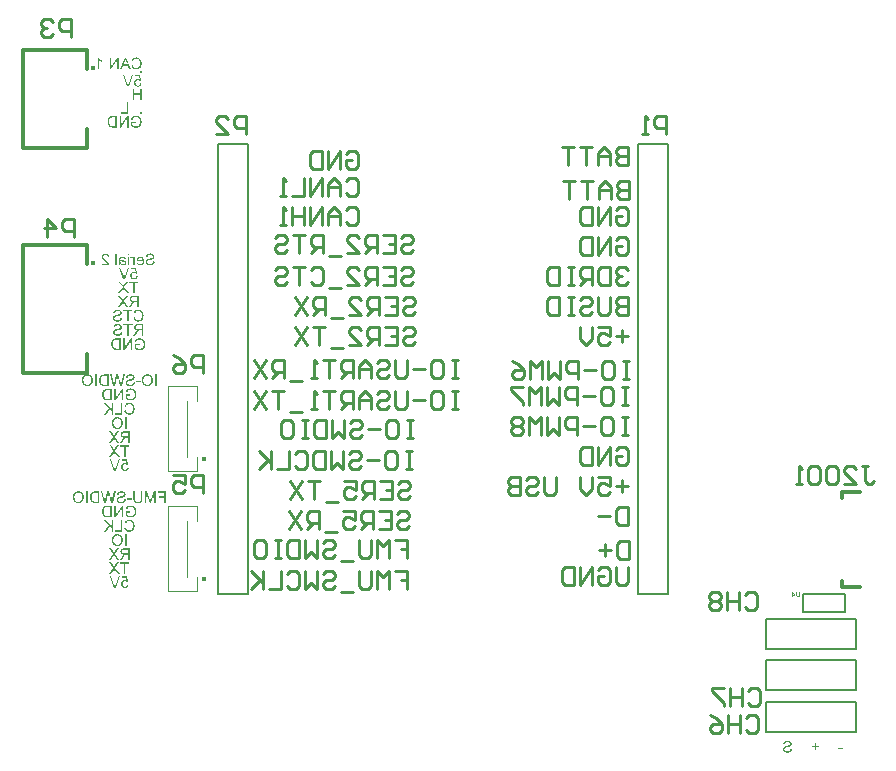
<source format=gbo>
G04 Layer_Color=32896*
%FSLAX42Y42*%
%MOMM*%
G71*
G01*
G75*
%ADD10C,0.20*%
%ADD13C,0.25*%
%ADD37C,0.13*%
%ADD57C,0.10*%
%ADD58C,0.30*%
G36*
X-3165Y-887D02*
X-3198D01*
Y-973D01*
X-3210D01*
Y-887D01*
X-3243D01*
Y-875D01*
X-3165D01*
Y-887D01*
D02*
G37*
G36*
X-3173Y-1044D02*
X-3184Y-1046D01*
X-3185Y-1044D01*
X-3186Y-1043D01*
X-3187Y-1042D01*
X-3188Y-1041D01*
X-3189Y-1040D01*
X-3190Y-1040D01*
X-3191Y-1039D01*
X-3191Y-1039D01*
X-3193Y-1038D01*
X-3195Y-1037D01*
X-3196Y-1037D01*
X-3198Y-1037D01*
X-3200Y-1036D01*
X-3201Y-1036D01*
X-3203D01*
X-3205Y-1037D01*
X-3208Y-1037D01*
X-3210Y-1038D01*
X-3213Y-1039D01*
X-3214Y-1040D01*
X-3216Y-1041D01*
X-3216Y-1042D01*
X-3216Y-1042D01*
X-3217Y-1042D01*
Y-1042D01*
X-3218Y-1043D01*
X-3219Y-1045D01*
X-3220Y-1047D01*
X-3221Y-1050D01*
X-3222Y-1053D01*
X-3222Y-1055D01*
X-3222Y-1056D01*
Y-1057D01*
X-3222Y-1058D01*
Y-1058D01*
Y-1058D01*
Y-1059D01*
Y-1061D01*
X-3222Y-1062D01*
X-3221Y-1066D01*
X-3220Y-1069D01*
X-3219Y-1071D01*
X-3219Y-1072D01*
X-3218Y-1073D01*
X-3218Y-1074D01*
X-3217Y-1075D01*
X-3217Y-1075D01*
X-3217Y-1076D01*
X-3217Y-1076D01*
X-3216Y-1076D01*
X-3215Y-1077D01*
X-3214Y-1078D01*
X-3213Y-1079D01*
X-3212Y-1080D01*
X-3209Y-1081D01*
X-3207Y-1082D01*
X-3205Y-1082D01*
X-3204Y-1082D01*
X-3203Y-1082D01*
X-3203Y-1082D01*
X-3202D01*
X-3199Y-1082D01*
X-3197Y-1082D01*
X-3195Y-1081D01*
X-3193Y-1080D01*
X-3191Y-1079D01*
X-3190Y-1078D01*
X-3190Y-1078D01*
X-3189Y-1078D01*
X-3188Y-1076D01*
X-3186Y-1074D01*
X-3185Y-1071D01*
X-3184Y-1069D01*
X-3184Y-1067D01*
X-3184Y-1066D01*
X-3183Y-1066D01*
X-3183Y-1065D01*
Y-1065D01*
X-3183Y-1064D01*
Y-1064D01*
X-3170Y-1065D01*
X-3171Y-1067D01*
X-3171Y-1069D01*
X-3172Y-1071D01*
X-3172Y-1073D01*
X-3173Y-1075D01*
X-3174Y-1077D01*
X-3175Y-1078D01*
X-3176Y-1080D01*
X-3176Y-1081D01*
X-3177Y-1082D01*
X-3178Y-1083D01*
X-3179Y-1083D01*
X-3179Y-1084D01*
X-3180Y-1084D01*
X-3180Y-1085D01*
X-3180Y-1085D01*
X-3182Y-1086D01*
X-3183Y-1087D01*
X-3185Y-1088D01*
X-3187Y-1089D01*
X-3189Y-1090D01*
X-3190Y-1090D01*
X-3194Y-1091D01*
X-3196Y-1092D01*
X-3197Y-1092D01*
X-3198Y-1092D01*
X-3200Y-1092D01*
X-3200Y-1092D01*
X-3202D01*
X-3205Y-1092D01*
X-3207Y-1092D01*
X-3210Y-1091D01*
X-3213Y-1090D01*
X-3215Y-1089D01*
X-3217Y-1089D01*
X-3219Y-1087D01*
X-3221Y-1086D01*
X-3222Y-1085D01*
X-3224Y-1084D01*
X-3225Y-1083D01*
X-3226Y-1082D01*
X-3226Y-1082D01*
X-3227Y-1081D01*
X-3227Y-1081D01*
X-3227Y-1080D01*
X-3229Y-1078D01*
X-3230Y-1077D01*
X-3231Y-1075D01*
X-3232Y-1073D01*
X-3233Y-1071D01*
X-3233Y-1069D01*
X-3234Y-1065D01*
X-3234Y-1064D01*
X-3235Y-1062D01*
X-3235Y-1061D01*
X-3235Y-1060D01*
X-3235Y-1059D01*
Y-1058D01*
Y-1058D01*
Y-1058D01*
X-3235Y-1055D01*
X-3235Y-1053D01*
X-3234Y-1050D01*
X-3234Y-1048D01*
X-3233Y-1046D01*
X-3232Y-1044D01*
X-3232Y-1042D01*
X-3231Y-1041D01*
X-3230Y-1039D01*
X-3229Y-1038D01*
X-3228Y-1037D01*
X-3228Y-1036D01*
X-3227Y-1036D01*
X-3227Y-1035D01*
X-3226Y-1035D01*
X-3226Y-1035D01*
X-3225Y-1033D01*
X-3223Y-1032D01*
X-3221Y-1031D01*
X-3219Y-1029D01*
X-3217Y-1029D01*
X-3216Y-1028D01*
X-3214Y-1027D01*
X-3212Y-1027D01*
X-3211Y-1027D01*
X-3209Y-1026D01*
X-3208Y-1026D01*
X-3207Y-1026D01*
X-3206Y-1026D01*
X-3205D01*
X-3203Y-1026D01*
X-3201Y-1026D01*
X-3198Y-1027D01*
X-3195Y-1028D01*
X-3192Y-1029D01*
X-3191Y-1029D01*
X-3190Y-1030D01*
X-3189Y-1031D01*
X-3188Y-1031D01*
X-3187Y-1031D01*
X-3187Y-1032D01*
X-3186Y-1032D01*
X-3186Y-1032D01*
X-3192Y-1006D01*
X-3230D01*
Y-994D01*
X-3182D01*
X-3173Y-1044D01*
D02*
G37*
G36*
X-3279Y-1091D02*
X-3292D01*
X-3330Y-993D01*
X-3317D01*
X-3291Y-1064D01*
X-3290Y-1067D01*
X-3289Y-1070D01*
X-3288Y-1073D01*
X-3287Y-1075D01*
X-3287Y-1077D01*
X-3286Y-1078D01*
X-3286Y-1078D01*
X-3286Y-1079D01*
X-3286Y-1080D01*
X-3286Y-1080D01*
Y-1080D01*
X-3285Y-1077D01*
X-3284Y-1074D01*
X-3283Y-1071D01*
X-3282Y-1069D01*
X-3282Y-1067D01*
X-3281Y-1066D01*
X-3281Y-1065D01*
X-3281Y-1065D01*
X-3281Y-1064D01*
X-3281Y-1064D01*
Y-1064D01*
X-3255Y-993D01*
X-3241D01*
X-3279Y-1091D01*
D02*
G37*
G36*
X-3288Y-805D02*
X-3250Y-855D01*
X-3265D01*
X-3290Y-822D01*
X-3291Y-821D01*
X-3291Y-820D01*
X-3293Y-817D01*
X-3294Y-816D01*
X-3294Y-815D01*
X-3295Y-815D01*
X-3295Y-815D01*
X-3296Y-817D01*
X-3297Y-818D01*
X-3298Y-819D01*
X-3298Y-819D01*
X-3298Y-820D01*
X-3299Y-820D01*
X-3299Y-821D01*
X-3323Y-855D01*
X-3339D01*
X-3303Y-804D01*
X-3337Y-758D01*
X-3323D01*
X-3303Y-784D01*
X-3301Y-786D01*
X-3300Y-788D01*
X-3299Y-790D01*
X-3298Y-791D01*
X-3297Y-793D01*
X-3296Y-794D01*
X-3296Y-794D01*
X-3295Y-795D01*
X-3294Y-793D01*
X-3293Y-791D01*
X-3292Y-789D01*
X-3291Y-787D01*
X-3290Y-785D01*
X-3289Y-784D01*
X-3288Y-783D01*
X-3288Y-783D01*
X-3288Y-783D01*
X-3288Y-783D01*
X-3270Y-758D01*
X-3254D01*
X-3288Y-805D01*
D02*
G37*
G36*
X-3162Y-855D02*
X-3174D01*
Y-812D01*
X-3191D01*
X-3193Y-812D01*
X-3194D01*
X-3195Y-812D01*
X-3196Y-812D01*
X-3196D01*
X-3196Y-813D01*
X-3197D01*
X-3199Y-813D01*
X-3200Y-814D01*
X-3201Y-814D01*
X-3201Y-815D01*
X-3202Y-815D01*
X-3202Y-815D01*
X-3202Y-815D01*
X-3204Y-816D01*
X-3205Y-817D01*
X-3206Y-818D01*
X-3207Y-819D01*
X-3208Y-820D01*
X-3208Y-821D01*
X-3209Y-822D01*
X-3209Y-822D01*
X-3211Y-824D01*
X-3212Y-826D01*
X-3214Y-828D01*
X-3215Y-830D01*
X-3216Y-832D01*
X-3217Y-833D01*
X-3218Y-834D01*
X-3218Y-834D01*
X-3218Y-835D01*
X-3218Y-835D01*
Y-835D01*
X-3231Y-855D01*
X-3248D01*
X-3231Y-829D01*
X-3229Y-826D01*
X-3227Y-824D01*
X-3225Y-821D01*
X-3223Y-819D01*
X-3222Y-818D01*
X-3221Y-817D01*
X-3220Y-816D01*
X-3220Y-816D01*
X-3220D01*
X-3219Y-815D01*
X-3218Y-814D01*
X-3215Y-813D01*
X-3214Y-812D01*
X-3213Y-811D01*
X-3212Y-811D01*
X-3212Y-811D01*
X-3215Y-811D01*
X-3217Y-810D01*
X-3219Y-809D01*
X-3221Y-809D01*
X-3223Y-808D01*
X-3225Y-807D01*
X-3226Y-807D01*
X-3228Y-806D01*
X-3229Y-805D01*
X-3230Y-804D01*
X-3231Y-804D01*
X-3232Y-803D01*
X-3232Y-803D01*
X-3233Y-802D01*
X-3233Y-802D01*
X-3233Y-802D01*
X-3234Y-801D01*
X-3235Y-799D01*
X-3236Y-798D01*
X-3237Y-796D01*
X-3238Y-793D01*
X-3239Y-791D01*
X-3239Y-788D01*
X-3239Y-787D01*
X-3240Y-786D01*
X-3240Y-785D01*
Y-785D01*
Y-785D01*
Y-784D01*
X-3240Y-782D01*
X-3239Y-779D01*
X-3238Y-776D01*
X-3238Y-774D01*
X-3237Y-772D01*
X-3236Y-771D01*
X-3236Y-770D01*
X-3236Y-770D01*
X-3236Y-770D01*
Y-770D01*
X-3234Y-767D01*
X-3232Y-765D01*
X-3230Y-764D01*
X-3229Y-762D01*
X-3227Y-761D01*
X-3226Y-761D01*
X-3225Y-761D01*
X-3225Y-760D01*
X-3225Y-760D01*
X-3225D01*
X-3223Y-760D01*
X-3222Y-759D01*
X-3219Y-759D01*
X-3215Y-758D01*
X-3212Y-758D01*
X-3211Y-758D01*
X-3209Y-758D01*
X-3208D01*
X-3207Y-758D01*
X-3162D01*
Y-855D01*
D02*
G37*
G36*
X-3284Y-922D02*
X-3246Y-973D01*
X-3262D01*
X-3286Y-939D01*
X-3287Y-938D01*
X-3288Y-937D01*
X-3289Y-935D01*
X-3290Y-934D01*
X-3290Y-933D01*
X-3291Y-932D01*
X-3291Y-932D01*
X-3292Y-934D01*
X-3293Y-935D01*
X-3294Y-936D01*
X-3294Y-937D01*
X-3295Y-938D01*
X-3295Y-938D01*
X-3295Y-938D01*
X-3320Y-973D01*
X-3335D01*
X-3299Y-922D01*
X-3333Y-875D01*
X-3319D01*
X-3299Y-901D01*
X-3298Y-903D01*
X-3296Y-905D01*
X-3295Y-907D01*
X-3294Y-909D01*
X-3293Y-910D01*
X-3292Y-911D01*
X-3292Y-912D01*
X-3292Y-912D01*
X-3291Y-911D01*
X-3289Y-909D01*
X-3288Y-907D01*
X-3287Y-905D01*
X-3286Y-903D01*
X-3285Y-902D01*
X-3284Y-901D01*
X-3284Y-901D01*
X-3284Y-900D01*
X-3284Y-900D01*
X-3266Y-875D01*
X-3251D01*
X-3284Y-922D01*
D02*
G37*
G36*
X-3341Y617D02*
X-3376D01*
X-3379Y617D01*
X-3382Y618D01*
X-3385Y618D01*
X-3387Y618D01*
X-3389Y618D01*
X-3390Y619D01*
X-3390Y619D01*
X-3391Y619D01*
X-3391D01*
X-3391Y619D01*
X-3391D01*
X-3394Y620D01*
X-3396Y620D01*
X-3398Y621D01*
X-3400Y622D01*
X-3401Y623D01*
X-3402Y623D01*
X-3403Y624D01*
X-3403Y624D01*
X-3405Y625D01*
X-3407Y627D01*
X-3408Y628D01*
X-3409Y630D01*
X-3411Y631D01*
X-3411Y632D01*
X-3412Y632D01*
X-3412Y633D01*
X-3414Y635D01*
X-3415Y637D01*
X-3416Y640D01*
X-3417Y642D01*
X-3418Y644D01*
X-3418Y645D01*
X-3418Y646D01*
X-3418Y646D01*
X-3419Y647D01*
X-3419Y647D01*
Y647D01*
X-3420Y650D01*
X-3420Y654D01*
X-3421Y657D01*
X-3421Y660D01*
X-3421Y661D01*
X-3421Y663D01*
Y664D01*
X-3421Y665D01*
Y666D01*
Y666D01*
Y666D01*
Y667D01*
X-3421Y671D01*
X-3421Y676D01*
X-3420Y678D01*
X-3420Y680D01*
X-3420Y681D01*
X-3419Y683D01*
X-3419Y685D01*
X-3419Y686D01*
X-3418Y687D01*
X-3418Y688D01*
X-3418Y689D01*
X-3418Y689D01*
X-3417Y690D01*
Y690D01*
X-3416Y694D01*
X-3414Y697D01*
X-3412Y700D01*
X-3410Y702D01*
X-3409Y703D01*
X-3409Y704D01*
X-3408Y705D01*
X-3407Y705D01*
X-3407Y706D01*
X-3406Y706D01*
X-3406Y706D01*
X-3406Y706D01*
X-3404Y708D01*
X-3401Y710D01*
X-3399Y711D01*
X-3396Y712D01*
X-3395Y713D01*
X-3394Y713D01*
X-3393Y713D01*
X-3392Y713D01*
X-3392Y713D01*
X-3392Y713D01*
X-3392D01*
X-3389Y714D01*
X-3386Y714D01*
X-3383Y715D01*
X-3381Y715D01*
X-3378D01*
X-3377Y715D01*
X-3341D01*
Y617D01*
D02*
G37*
G36*
X-3441D02*
X-3454D01*
Y715D01*
X-3441D01*
Y617D01*
D02*
G37*
G36*
X-3008Y717D02*
X-3005Y716D01*
X-3001Y715D01*
X-2998Y714D01*
X-2995Y713D01*
X-2992Y712D01*
X-2990Y711D01*
X-2988Y710D01*
X-2986Y708D01*
X-2984Y707D01*
X-2982Y706D01*
X-2981Y705D01*
X-2980Y704D01*
X-2979Y703D01*
X-2979Y703D01*
X-2978Y703D01*
X-2976Y700D01*
X-2974Y697D01*
X-2972Y694D01*
X-2971Y691D01*
X-2970Y688D01*
X-2969Y685D01*
X-2968Y682D01*
X-2967Y679D01*
X-2967Y676D01*
X-2966Y673D01*
X-2966Y671D01*
X-2966Y669D01*
X-2966Y667D01*
X-2965Y666D01*
Y665D01*
Y665D01*
Y665D01*
Y665D01*
X-2966Y662D01*
X-2966Y660D01*
X-2966Y656D01*
X-2967Y651D01*
X-2968Y650D01*
X-2968Y648D01*
X-2969Y646D01*
X-2969Y645D01*
X-2970Y643D01*
X-2970Y642D01*
X-2971Y642D01*
X-2971Y641D01*
X-2971Y641D01*
Y640D01*
X-2973Y636D01*
X-2976Y633D01*
X-2977Y631D01*
X-2979Y630D01*
X-2980Y628D01*
X-2981Y627D01*
X-2983Y626D01*
X-2984Y625D01*
X-2985Y624D01*
X-2986Y624D01*
X-2986Y623D01*
X-2987Y623D01*
X-2987Y622D01*
X-2987Y622D01*
X-2989Y621D01*
X-2992Y620D01*
X-2994Y619D01*
X-2996Y618D01*
X-3000Y617D01*
X-3004Y617D01*
X-3006Y616D01*
X-3007Y616D01*
X-3009Y616D01*
X-3010Y616D01*
X-3011Y616D01*
X-3012D01*
X-3014Y616D01*
X-3017Y616D01*
X-3021Y617D01*
X-3025Y618D01*
X-3027Y618D01*
X-3029Y619D01*
X-3030Y619D01*
X-3032Y620D01*
X-3033Y620D01*
X-3034Y621D01*
X-3035Y621D01*
X-3035Y621D01*
X-3036Y622D01*
X-3036D01*
X-3038Y623D01*
X-3040Y624D01*
X-3043Y627D01*
X-3046Y630D01*
X-3047Y631D01*
X-3048Y633D01*
X-3049Y634D01*
X-3050Y635D01*
X-3051Y636D01*
X-3052Y637D01*
X-3052Y638D01*
X-3052Y639D01*
X-3053Y639D01*
X-3053Y639D01*
X-3054Y642D01*
X-3055Y644D01*
X-3056Y648D01*
X-3057Y653D01*
X-3058Y655D01*
X-3058Y657D01*
X-3058Y659D01*
X-3059Y661D01*
X-3059Y662D01*
Y663D01*
X-3059Y665D01*
Y665D01*
Y666D01*
Y666D01*
Y669D01*
X-3059Y671D01*
X-3058Y676D01*
X-3058Y679D01*
X-3057Y681D01*
X-3057Y683D01*
X-3056Y685D01*
X-3055Y686D01*
X-3055Y688D01*
X-3054Y689D01*
X-3054Y690D01*
X-3054Y691D01*
X-3053Y692D01*
X-3053Y692D01*
X-3053Y692D01*
X-3051Y696D01*
X-3049Y698D01*
X-3048Y700D01*
X-3047Y701D01*
X-3045Y703D01*
X-3044Y704D01*
X-3043Y705D01*
X-3041Y707D01*
X-3040Y707D01*
X-3039Y708D01*
X-3038Y709D01*
X-3037Y710D01*
X-3037Y710D01*
X-3037Y710D01*
X-3036Y710D01*
X-3034Y711D01*
X-3032Y712D01*
X-3030Y713D01*
X-3028Y714D01*
X-3024Y715D01*
X-3020Y716D01*
X-3019Y716D01*
X-3017Y716D01*
X-3016Y716D01*
X-3014Y717D01*
X-3013Y717D01*
X-3012D01*
X-3008Y717D01*
D02*
G37*
G36*
X-3069Y647D02*
X-3106D01*
Y659D01*
X-3069D01*
Y647D01*
D02*
G37*
G36*
X-3228Y617D02*
X-3242D01*
X-3263Y692D01*
X-3263Y694D01*
X-3264Y695D01*
X-3264Y697D01*
X-3265Y699D01*
X-3265Y701D01*
X-3265Y702D01*
X-3265Y703D01*
Y703D01*
X-3266Y703D01*
Y703D01*
X-3266Y703D01*
X-3266Y702D01*
X-3266Y701D01*
X-3267Y699D01*
X-3267Y697D01*
X-3268Y695D01*
X-3268Y693D01*
X-3268Y693D01*
X-3269Y692D01*
X-3269Y692D01*
Y692D01*
X-3289Y617D01*
X-3302D01*
X-3329Y715D01*
X-3315D01*
X-3300Y652D01*
X-3299Y648D01*
X-3298Y644D01*
X-3297Y640D01*
X-3297Y639D01*
X-3297Y637D01*
X-3296Y636D01*
X-3296Y634D01*
X-3296Y633D01*
X-3296Y633D01*
X-3296Y632D01*
X-3295Y631D01*
X-3295Y631D01*
Y631D01*
X-3294Y637D01*
X-3293Y643D01*
X-3292Y646D01*
X-3292Y649D01*
X-3291Y652D01*
X-3290Y654D01*
X-3290Y657D01*
X-3289Y659D01*
X-3289Y661D01*
X-3288Y662D01*
X-3288Y664D01*
X-3288Y665D01*
X-3288Y665D01*
X-3288Y665D01*
X-3274Y715D01*
X-3258D01*
X-3240Y649D01*
X-3239Y648D01*
X-3239Y647D01*
X-3239Y646D01*
X-3238Y645D01*
X-3238Y644D01*
X-3238Y642D01*
X-3237Y639D01*
X-3236Y636D01*
X-3236Y635D01*
X-3236Y633D01*
X-3235Y632D01*
X-3235Y632D01*
X-3235Y631D01*
Y631D01*
X-3234Y635D01*
X-3234Y638D01*
X-3233Y642D01*
X-3232Y645D01*
X-3232Y646D01*
X-3232Y647D01*
X-3232Y648D01*
X-3231Y649D01*
X-3231Y650D01*
X-3231Y650D01*
X-3231Y651D01*
Y651D01*
X-3216Y715D01*
X-3203D01*
X-3228Y617D01*
D02*
G37*
G36*
X-2934D02*
X-2947D01*
Y715D01*
X-2934D01*
Y617D01*
D02*
G37*
G36*
X-3593Y-274D02*
X-3589Y-275D01*
X-3586Y-275D01*
X-3583Y-276D01*
X-3580Y-277D01*
X-3577Y-278D01*
X-3574Y-280D01*
X-3572Y-281D01*
X-3570Y-282D01*
X-3568Y-283D01*
X-3567Y-285D01*
X-3565Y-286D01*
X-3564Y-287D01*
X-3564Y-287D01*
X-3563Y-288D01*
X-3563Y-288D01*
X-3561Y-290D01*
X-3559Y-293D01*
X-3557Y-296D01*
X-3555Y-299D01*
X-3554Y-303D01*
X-3553Y-306D01*
X-3552Y-309D01*
X-3552Y-312D01*
X-3551Y-315D01*
X-3551Y-317D01*
X-3550Y-320D01*
X-3550Y-322D01*
X-3550Y-323D01*
X-3550Y-325D01*
Y-325D01*
Y-326D01*
Y-326D01*
Y-326D01*
X-3550Y-328D01*
X-3550Y-330D01*
X-3551Y-335D01*
X-3552Y-339D01*
X-3552Y-341D01*
X-3553Y-343D01*
X-3553Y-344D01*
X-3554Y-346D01*
X-3554Y-347D01*
X-3555Y-348D01*
X-3555Y-349D01*
X-3555Y-350D01*
X-3556Y-350D01*
Y-350D01*
X-3558Y-354D01*
X-3561Y-358D01*
X-3562Y-359D01*
X-3563Y-361D01*
X-3565Y-362D01*
X-3566Y-364D01*
X-3567Y-365D01*
X-3568Y-366D01*
X-3569Y-366D01*
X-3570Y-367D01*
X-3571Y-368D01*
X-3571Y-368D01*
X-3572Y-368D01*
X-3572Y-368D01*
X-3574Y-369D01*
X-3576Y-370D01*
X-3578Y-371D01*
X-3580Y-372D01*
X-3585Y-373D01*
X-3588Y-374D01*
X-3590Y-374D01*
X-3592Y-375D01*
X-3593Y-375D01*
X-3594Y-375D01*
X-3595Y-375D01*
X-3597D01*
X-3599Y-375D01*
X-3601Y-375D01*
X-3606Y-374D01*
X-3610Y-373D01*
X-3611Y-373D01*
X-3613Y-372D01*
X-3615Y-371D01*
X-3616Y-371D01*
X-3617Y-370D01*
X-3618Y-370D01*
X-3619Y-369D01*
X-3620Y-369D01*
X-3620Y-369D01*
X-3620D01*
X-3622Y-368D01*
X-3624Y-367D01*
X-3628Y-364D01*
X-3631Y-361D01*
X-3632Y-359D01*
X-3633Y-358D01*
X-3634Y-357D01*
X-3635Y-355D01*
X-3636Y-354D01*
X-3636Y-353D01*
X-3637Y-352D01*
X-3637Y-352D01*
X-3637Y-351D01*
X-3637Y-351D01*
X-3638Y-349D01*
X-3639Y-347D01*
X-3641Y-342D01*
X-3642Y-338D01*
X-3642Y-336D01*
X-3643Y-334D01*
X-3643Y-332D01*
X-3643Y-330D01*
X-3643Y-328D01*
Y-327D01*
X-3643Y-326D01*
Y-325D01*
Y-325D01*
Y-325D01*
Y-322D01*
X-3643Y-319D01*
X-3642Y-314D01*
X-3642Y-312D01*
X-3642Y-310D01*
X-3641Y-308D01*
X-3641Y-306D01*
X-3640Y-304D01*
X-3639Y-303D01*
X-3639Y-302D01*
X-3639Y-301D01*
X-3638Y-300D01*
X-3638Y-299D01*
X-3638Y-299D01*
X-3638Y-298D01*
X-3635Y-294D01*
X-3634Y-292D01*
X-3633Y-291D01*
X-3631Y-289D01*
X-3630Y-288D01*
X-3629Y-286D01*
X-3627Y-285D01*
X-3626Y-284D01*
X-3625Y-283D01*
X-3624Y-282D01*
X-3623Y-282D01*
X-3622Y-281D01*
X-3622Y-281D01*
X-3621Y-281D01*
X-3621Y-280D01*
X-3619Y-279D01*
X-3617Y-278D01*
X-3615Y-277D01*
X-3613Y-277D01*
X-3609Y-275D01*
X-3605Y-275D01*
X-3603Y-274D01*
X-3602Y-274D01*
X-3600Y-274D01*
X-3599Y-274D01*
X-3598Y-274D01*
X-3597D01*
X-3593Y-274D01*
D02*
G37*
G36*
X-3215Y-494D02*
X-3228D01*
Y-418D01*
X-3279Y-494D01*
X-3292D01*
Y-397D01*
X-3280D01*
Y-473D01*
X-3229Y-397D01*
X-3215D01*
Y-494D01*
D02*
G37*
G36*
X-3152Y-395D02*
X-3150Y-395D01*
X-3145Y-396D01*
X-3142Y-396D01*
X-3140Y-397D01*
X-3138Y-397D01*
X-3137Y-398D01*
X-3135Y-398D01*
X-3133Y-399D01*
X-3132Y-400D01*
X-3131Y-400D01*
X-3130Y-400D01*
X-3130Y-401D01*
X-3129Y-401D01*
X-3129Y-401D01*
X-3127Y-402D01*
X-3125Y-404D01*
X-3122Y-406D01*
X-3120Y-408D01*
X-3119Y-409D01*
X-3118Y-411D01*
X-3116Y-412D01*
X-3115Y-414D01*
X-3114Y-415D01*
X-3114Y-416D01*
X-3113Y-417D01*
X-3113Y-418D01*
X-3112Y-419D01*
X-3112Y-419D01*
X-3112Y-419D01*
X-3111Y-422D01*
X-3110Y-424D01*
X-3109Y-429D01*
X-3107Y-433D01*
X-3107Y-435D01*
X-3107Y-437D01*
X-3107Y-439D01*
X-3106Y-441D01*
X-3106Y-442D01*
Y-444D01*
X-3106Y-445D01*
Y-445D01*
Y-446D01*
Y-446D01*
X-3106Y-449D01*
X-3106Y-451D01*
X-3107Y-456D01*
X-3107Y-458D01*
X-3108Y-460D01*
X-3109Y-462D01*
X-3109Y-464D01*
X-3110Y-466D01*
X-3110Y-468D01*
X-3111Y-469D01*
X-3111Y-470D01*
X-3112Y-471D01*
X-3112Y-471D01*
X-3112Y-472D01*
Y-472D01*
X-3113Y-474D01*
X-3114Y-476D01*
X-3116Y-478D01*
X-3117Y-480D01*
X-3119Y-481D01*
X-3120Y-483D01*
X-3122Y-484D01*
X-3123Y-485D01*
X-3125Y-486D01*
X-3126Y-487D01*
X-3127Y-488D01*
X-3128Y-489D01*
X-3129Y-489D01*
X-3129Y-489D01*
X-3130Y-490D01*
X-3130Y-490D01*
X-3132Y-491D01*
X-3134Y-492D01*
X-3139Y-493D01*
X-3143Y-494D01*
X-3145Y-495D01*
X-3147Y-495D01*
X-3149Y-495D01*
X-3151Y-495D01*
X-3152Y-496D01*
X-3153D01*
X-3154Y-496D01*
X-3156D01*
X-3160Y-496D01*
X-3164Y-495D01*
X-3167Y-495D01*
X-3170Y-494D01*
X-3172Y-494D01*
X-3173Y-493D01*
X-3174Y-493D01*
X-3175Y-493D01*
X-3176Y-492D01*
X-3176Y-492D01*
X-3177Y-492D01*
X-3177D01*
X-3181Y-491D01*
X-3184Y-489D01*
X-3187Y-487D01*
X-3190Y-485D01*
X-3192Y-484D01*
X-3193Y-483D01*
X-3194Y-483D01*
X-3195Y-482D01*
X-3196Y-481D01*
X-3196Y-481D01*
X-3196Y-481D01*
X-3196Y-481D01*
Y-444D01*
X-3155D01*
Y-456D01*
X-3184D01*
Y-474D01*
X-3182Y-476D01*
X-3180Y-477D01*
X-3178Y-478D01*
X-3176Y-479D01*
X-3174Y-480D01*
X-3173Y-481D01*
X-3172Y-481D01*
X-3172Y-481D01*
X-3172Y-481D01*
X-3172D01*
X-3168Y-482D01*
X-3166Y-483D01*
X-3163Y-484D01*
X-3160Y-484D01*
X-3158Y-484D01*
X-3157D01*
X-3157Y-484D01*
X-3155D01*
X-3152Y-484D01*
X-3148Y-484D01*
X-3145Y-483D01*
X-3142Y-482D01*
X-3141Y-482D01*
X-3140Y-481D01*
X-3139Y-481D01*
X-3138Y-481D01*
X-3138Y-480D01*
X-3137Y-480D01*
X-3137Y-480D01*
X-3137D01*
X-3134Y-478D01*
X-3131Y-476D01*
X-3129Y-474D01*
X-3127Y-472D01*
X-3126Y-470D01*
X-3125Y-469D01*
X-3125Y-468D01*
X-3124Y-468D01*
X-3124Y-467D01*
X-3124Y-467D01*
Y-467D01*
X-3122Y-464D01*
X-3121Y-460D01*
X-3121Y-456D01*
X-3120Y-453D01*
X-3120Y-451D01*
X-3120Y-450D01*
X-3120Y-448D01*
Y-447D01*
X-3119Y-446D01*
Y-446D01*
Y-445D01*
Y-445D01*
X-3120Y-441D01*
X-3120Y-438D01*
X-3121Y-434D01*
X-3121Y-431D01*
X-3122Y-430D01*
X-3122Y-429D01*
X-3122Y-428D01*
X-3123Y-427D01*
X-3123Y-426D01*
X-3123Y-426D01*
X-3123Y-426D01*
Y-425D01*
X-3124Y-424D01*
X-3125Y-422D01*
X-3126Y-420D01*
X-3127Y-419D01*
X-3128Y-417D01*
X-3129Y-417D01*
X-3129Y-416D01*
X-3129Y-416D01*
X-3131Y-414D01*
X-3133Y-413D01*
X-3134Y-412D01*
X-3136Y-411D01*
X-3137Y-410D01*
X-3139Y-409D01*
X-3139Y-409D01*
X-3140Y-409D01*
X-3140D01*
X-3142Y-408D01*
X-3145Y-407D01*
X-3147Y-407D01*
X-3150Y-406D01*
X-3152Y-406D01*
X-3153D01*
X-3153Y-406D01*
X-3155D01*
X-3158Y-406D01*
X-3160Y-406D01*
X-3162Y-407D01*
X-3164Y-407D01*
X-3166Y-408D01*
X-3167Y-408D01*
X-3168Y-408D01*
X-3168Y-409D01*
X-3168D01*
X-3170Y-410D01*
X-3172Y-411D01*
X-3174Y-412D01*
X-3175Y-413D01*
X-3176Y-414D01*
X-3177Y-415D01*
X-3178Y-415D01*
X-3178Y-415D01*
X-3179Y-417D01*
X-3180Y-419D01*
X-3181Y-421D01*
X-3182Y-423D01*
X-3182Y-425D01*
X-3183Y-426D01*
X-3183Y-426D01*
X-3183Y-427D01*
X-3183Y-427D01*
Y-427D01*
X-3195Y-424D01*
X-3194Y-420D01*
X-3193Y-417D01*
X-3191Y-415D01*
X-3190Y-412D01*
X-3189Y-410D01*
X-3189Y-410D01*
X-3188Y-409D01*
X-3188Y-409D01*
X-3188Y-408D01*
X-3187Y-408D01*
Y-408D01*
X-3185Y-406D01*
X-3183Y-404D01*
X-3181Y-402D01*
X-3179Y-401D01*
X-3177Y-400D01*
X-3176Y-399D01*
X-3175Y-399D01*
X-3175Y-399D01*
X-3174Y-399D01*
X-3174Y-398D01*
X-3174D01*
X-3171Y-397D01*
X-3167Y-396D01*
X-3164Y-396D01*
X-3161Y-395D01*
X-3160Y-395D01*
X-3159Y-395D01*
X-3158D01*
X-3157Y-395D01*
X-3155D01*
X-3152Y-395D01*
D02*
G37*
G36*
X-3418Y-373D02*
X-3453D01*
X-3456Y-373D01*
X-3459Y-373D01*
X-3462Y-373D01*
X-3464Y-372D01*
X-3466Y-372D01*
X-3467Y-372D01*
X-3467Y-372D01*
X-3468Y-372D01*
X-3468D01*
X-3468Y-372D01*
X-3468D01*
X-3471Y-371D01*
X-3473Y-370D01*
X-3475Y-369D01*
X-3477Y-369D01*
X-3478Y-368D01*
X-3479Y-367D01*
X-3480Y-367D01*
X-3480Y-367D01*
X-3482Y-365D01*
X-3484Y-364D01*
X-3485Y-362D01*
X-3486Y-361D01*
X-3488Y-360D01*
X-3488Y-359D01*
X-3489Y-358D01*
X-3489Y-358D01*
X-3490Y-356D01*
X-3492Y-353D01*
X-3493Y-351D01*
X-3494Y-349D01*
X-3495Y-347D01*
X-3495Y-346D01*
X-3495Y-345D01*
X-3495Y-345D01*
X-3496Y-344D01*
X-3496Y-344D01*
Y-344D01*
X-3497Y-340D01*
X-3497Y-337D01*
X-3498Y-334D01*
X-3498Y-331D01*
X-3498Y-329D01*
X-3498Y-328D01*
Y-327D01*
X-3498Y-326D01*
Y-325D01*
Y-325D01*
Y-324D01*
Y-324D01*
X-3498Y-319D01*
X-3498Y-315D01*
X-3497Y-313D01*
X-3497Y-311D01*
X-3497Y-309D01*
X-3496Y-307D01*
X-3496Y-306D01*
X-3496Y-305D01*
X-3495Y-304D01*
X-3495Y-303D01*
X-3495Y-302D01*
X-3495Y-301D01*
X-3494Y-301D01*
Y-301D01*
X-3493Y-297D01*
X-3491Y-294D01*
X-3489Y-291D01*
X-3487Y-289D01*
X-3486Y-288D01*
X-3486Y-287D01*
X-3485Y-286D01*
X-3484Y-285D01*
X-3484Y-285D01*
X-3483Y-284D01*
X-3483Y-284D01*
X-3483Y-284D01*
X-3481Y-282D01*
X-3478Y-281D01*
X-3476Y-280D01*
X-3473Y-279D01*
X-3472Y-278D01*
X-3471Y-278D01*
X-3470Y-278D01*
X-3469Y-277D01*
X-3469Y-277D01*
X-3469Y-277D01*
X-3468D01*
X-3466Y-277D01*
X-3463Y-276D01*
X-3460Y-276D01*
X-3458Y-276D01*
X-3455D01*
X-3454Y-276D01*
X-3418D01*
Y-373D01*
D02*
G37*
G36*
X-3518D02*
X-3531D01*
Y-276D01*
X-3518D01*
Y-373D01*
D02*
G37*
G36*
X-3228Y-274D02*
X-3225Y-274D01*
X-3221Y-275D01*
X-3219Y-276D01*
X-3218Y-276D01*
X-3217Y-276D01*
X-3216Y-277D01*
X-3215Y-277D01*
X-3214Y-277D01*
X-3214Y-277D01*
X-3214Y-277D01*
X-3214D01*
X-3211Y-279D01*
X-3208Y-280D01*
X-3206Y-282D01*
X-3204Y-283D01*
X-3203Y-285D01*
X-3202Y-286D01*
X-3202Y-287D01*
X-3201Y-287D01*
Y-287D01*
X-3200Y-290D01*
X-3199Y-292D01*
X-3198Y-294D01*
X-3198Y-296D01*
X-3197Y-298D01*
X-3197Y-300D01*
X-3197Y-300D01*
Y-301D01*
Y-301D01*
Y-301D01*
X-3197Y-303D01*
X-3198Y-306D01*
X-3198Y-308D01*
X-3199Y-310D01*
X-3200Y-311D01*
X-3200Y-312D01*
X-3200Y-313D01*
X-3201Y-313D01*
Y-313D01*
X-3202Y-315D01*
X-3204Y-317D01*
X-3205Y-318D01*
X-3207Y-320D01*
X-3209Y-321D01*
X-3210Y-322D01*
X-3210Y-322D01*
X-3211Y-322D01*
X-3211Y-322D01*
X-3211D01*
X-3212Y-323D01*
X-3213Y-323D01*
X-3216Y-324D01*
X-3219Y-326D01*
X-3222Y-326D01*
X-3225Y-327D01*
X-3226Y-328D01*
X-3228Y-328D01*
X-3228Y-328D01*
X-3229Y-328D01*
X-3230Y-328D01*
X-3230D01*
X-3232Y-329D01*
X-3234Y-330D01*
X-3236Y-330D01*
X-3238Y-330D01*
X-3240Y-331D01*
X-3241Y-331D01*
X-3242Y-332D01*
X-3243Y-332D01*
X-3244Y-332D01*
X-3245Y-333D01*
X-3246Y-333D01*
X-3246Y-333D01*
X-3247Y-333D01*
X-3247Y-333D01*
X-3249Y-334D01*
X-3251Y-335D01*
X-3253Y-336D01*
X-3254Y-337D01*
X-3255Y-338D01*
X-3255Y-338D01*
X-3256Y-339D01*
X-3256Y-339D01*
X-3257Y-340D01*
X-3258Y-342D01*
X-3258Y-343D01*
X-3258Y-344D01*
X-3259Y-345D01*
X-3259Y-346D01*
Y-347D01*
Y-347D01*
X-3259Y-349D01*
X-3258Y-350D01*
X-3258Y-351D01*
X-3257Y-353D01*
X-3257Y-354D01*
X-3256Y-355D01*
X-3256Y-355D01*
X-3256Y-355D01*
X-3255Y-357D01*
X-3253Y-358D01*
X-3252Y-359D01*
X-3251Y-360D01*
X-3249Y-360D01*
X-3248Y-361D01*
X-3248Y-361D01*
X-3248Y-361D01*
X-3247D01*
X-3245Y-362D01*
X-3243Y-362D01*
X-3241Y-363D01*
X-3239Y-363D01*
X-3237Y-363D01*
X-3236Y-363D01*
X-3234D01*
X-3231Y-363D01*
X-3229Y-363D01*
X-3226Y-362D01*
X-3224Y-362D01*
X-3222Y-361D01*
X-3221Y-361D01*
X-3221Y-361D01*
X-3220Y-361D01*
X-3220Y-361D01*
X-3220Y-361D01*
X-3219D01*
X-3217Y-359D01*
X-3215Y-358D01*
X-3213Y-357D01*
X-3212Y-356D01*
X-3211Y-355D01*
X-3210Y-354D01*
X-3210Y-353D01*
X-3210Y-353D01*
X-3209Y-351D01*
X-3208Y-349D01*
X-3207Y-347D01*
X-3206Y-345D01*
X-3206Y-343D01*
X-3206Y-342D01*
Y-342D01*
X-3206Y-341D01*
Y-341D01*
Y-341D01*
X-3194Y-342D01*
X-3194Y-345D01*
X-3194Y-349D01*
X-3195Y-352D01*
X-3196Y-354D01*
X-3197Y-355D01*
X-3197Y-357D01*
X-3198Y-357D01*
X-3198Y-358D01*
X-3198Y-359D01*
X-3199Y-359D01*
X-3199Y-359D01*
Y-359D01*
X-3201Y-362D01*
X-3203Y-365D01*
X-3205Y-367D01*
X-3208Y-368D01*
X-3210Y-369D01*
X-3211Y-370D01*
X-3211Y-370D01*
X-3212Y-371D01*
X-3212Y-371D01*
X-3213Y-371D01*
X-3213D01*
X-3216Y-372D01*
X-3220Y-373D01*
X-3224Y-374D01*
X-3227Y-374D01*
X-3229Y-375D01*
X-3230Y-375D01*
X-3232Y-375D01*
X-3233D01*
X-3234Y-375D01*
X-3235D01*
X-3239Y-375D01*
X-3242Y-374D01*
X-3246Y-374D01*
X-3248Y-373D01*
X-3250Y-373D01*
X-3251Y-372D01*
X-3251Y-372D01*
X-3252Y-372D01*
X-3253Y-371D01*
X-3253Y-371D01*
X-3254Y-371D01*
X-3254D01*
X-3257Y-370D01*
X-3259Y-368D01*
X-3261Y-366D01*
X-3263Y-364D01*
X-3265Y-363D01*
X-3266Y-362D01*
X-3266Y-361D01*
X-3266Y-361D01*
X-3267Y-361D01*
Y-360D01*
X-3268Y-358D01*
X-3269Y-355D01*
X-3270Y-353D01*
X-3271Y-351D01*
X-3271Y-349D01*
X-3271Y-348D01*
Y-347D01*
X-3271Y-347D01*
Y-346D01*
Y-346D01*
Y-346D01*
X-3271Y-343D01*
X-3271Y-340D01*
X-3270Y-338D01*
X-3269Y-336D01*
X-3268Y-334D01*
X-3268Y-333D01*
X-3267Y-333D01*
X-3267Y-332D01*
X-3267Y-332D01*
Y-332D01*
X-3265Y-330D01*
X-3263Y-328D01*
X-3261Y-326D01*
X-3259Y-325D01*
X-3257Y-323D01*
X-3256Y-323D01*
X-3255Y-322D01*
X-3255Y-322D01*
X-3255Y-322D01*
X-3254D01*
X-3253Y-321D01*
X-3252Y-321D01*
X-3250Y-320D01*
X-3249Y-320D01*
X-3245Y-319D01*
X-3241Y-318D01*
X-3240Y-317D01*
X-3238Y-317D01*
X-3237Y-317D01*
X-3235Y-316D01*
X-3234Y-316D01*
X-3233Y-316D01*
X-3233Y-316D01*
X-3233D01*
X-3230Y-315D01*
X-3227Y-314D01*
X-3225Y-314D01*
X-3223Y-313D01*
X-3221Y-313D01*
X-3220Y-312D01*
X-3218Y-311D01*
X-3217Y-311D01*
X-3216Y-311D01*
X-3215Y-310D01*
X-3215Y-310D01*
X-3214Y-309D01*
X-3214Y-309D01*
X-3214Y-309D01*
X-3213Y-309D01*
X-3212Y-307D01*
X-3211Y-306D01*
X-3211Y-305D01*
X-3210Y-303D01*
X-3210Y-302D01*
X-3210Y-301D01*
Y-301D01*
Y-300D01*
X-3210Y-298D01*
X-3211Y-296D01*
X-3211Y-294D01*
X-3212Y-293D01*
X-3213Y-291D01*
X-3214Y-291D01*
X-3215Y-290D01*
X-3215Y-290D01*
X-3216Y-289D01*
X-3217Y-288D01*
X-3220Y-287D01*
X-3223Y-287D01*
X-3226Y-286D01*
X-3228Y-286D01*
X-3229Y-286D01*
X-3230Y-286D01*
X-3234D01*
X-3236Y-286D01*
X-3238Y-286D01*
X-3239Y-286D01*
X-3241Y-287D01*
X-3242Y-287D01*
X-3244Y-287D01*
X-3245Y-288D01*
X-3246Y-288D01*
X-3247Y-289D01*
X-3247Y-289D01*
X-3248Y-289D01*
X-3248Y-290D01*
X-3249Y-290D01*
X-3249Y-290D01*
X-3251Y-292D01*
X-3252Y-294D01*
X-3254Y-297D01*
X-3255Y-299D01*
X-3255Y-301D01*
X-3255Y-302D01*
X-3256Y-303D01*
X-3256Y-303D01*
X-3256Y-304D01*
Y-304D01*
Y-304D01*
X-3268Y-303D01*
X-3268Y-300D01*
X-3267Y-297D01*
X-3267Y-295D01*
X-3266Y-292D01*
X-3265Y-290D01*
X-3264Y-290D01*
X-3264Y-289D01*
X-3264Y-289D01*
X-3264Y-288D01*
X-3263Y-288D01*
Y-288D01*
X-3262Y-286D01*
X-3259Y-283D01*
X-3257Y-282D01*
X-3255Y-280D01*
X-3253Y-279D01*
X-3252Y-278D01*
X-3251Y-278D01*
X-3251Y-278D01*
X-3251Y-278D01*
X-3251D01*
X-3247Y-276D01*
X-3244Y-275D01*
X-3241Y-275D01*
X-3238Y-274D01*
X-3237Y-274D01*
X-3235Y-274D01*
X-3234D01*
X-3233Y-274D01*
X-3232D01*
X-3228Y-274D01*
D02*
G37*
G36*
X-3223Y-615D02*
X-3284D01*
Y-604D01*
X-3236D01*
Y-517D01*
X-3223D01*
Y-615D01*
D02*
G37*
G36*
X-3188Y-736D02*
X-3201D01*
Y-638D01*
X-3188D01*
Y-736D01*
D02*
G37*
G36*
X-3263Y-637D02*
X-3259Y-637D01*
X-3256Y-638D01*
X-3252Y-639D01*
X-3249Y-640D01*
X-3247Y-641D01*
X-3244Y-642D01*
X-3242Y-644D01*
X-3240Y-645D01*
X-3238Y-646D01*
X-3236Y-647D01*
X-3235Y-648D01*
X-3234Y-649D01*
X-3233Y-650D01*
X-3233Y-650D01*
X-3233Y-651D01*
X-3230Y-653D01*
X-3228Y-656D01*
X-3227Y-659D01*
X-3225Y-662D01*
X-3224Y-665D01*
X-3223Y-669D01*
X-3222Y-672D01*
X-3221Y-675D01*
X-3221Y-677D01*
X-3220Y-680D01*
X-3220Y-682D01*
X-3220Y-684D01*
X-3220Y-686D01*
X-3220Y-688D01*
Y-688D01*
Y-688D01*
Y-688D01*
Y-689D01*
X-3220Y-691D01*
X-3220Y-693D01*
X-3221Y-698D01*
X-3221Y-702D01*
X-3222Y-704D01*
X-3222Y-706D01*
X-3223Y-707D01*
X-3223Y-709D01*
X-3224Y-710D01*
X-3224Y-711D01*
X-3225Y-712D01*
X-3225Y-712D01*
X-3225Y-713D01*
Y-713D01*
X-3228Y-717D01*
X-3230Y-721D01*
X-3231Y-722D01*
X-3233Y-724D01*
X-3234Y-725D01*
X-3236Y-726D01*
X-3237Y-727D01*
X-3238Y-728D01*
X-3239Y-729D01*
X-3240Y-730D01*
X-3241Y-730D01*
X-3241Y-731D01*
X-3241Y-731D01*
X-3242Y-731D01*
X-3244Y-732D01*
X-3246Y-733D01*
X-3248Y-734D01*
X-3250Y-735D01*
X-3254Y-736D01*
X-3258Y-737D01*
X-3260Y-737D01*
X-3261Y-737D01*
X-3263Y-737D01*
X-3264Y-738D01*
X-3265Y-738D01*
X-3266D01*
X-3269Y-738D01*
X-3271Y-737D01*
X-3275Y-737D01*
X-3279Y-736D01*
X-3281Y-735D01*
X-3283Y-735D01*
X-3284Y-734D01*
X-3286Y-734D01*
X-3287Y-733D01*
X-3288Y-733D01*
X-3289Y-732D01*
X-3289Y-732D01*
X-3290Y-732D01*
X-3290D01*
X-3292Y-731D01*
X-3294Y-729D01*
X-3297Y-726D01*
X-3300Y-723D01*
X-3301Y-722D01*
X-3303Y-721D01*
X-3304Y-719D01*
X-3304Y-718D01*
X-3305Y-717D01*
X-3306Y-716D01*
X-3306Y-715D01*
X-3307Y-715D01*
X-3307Y-714D01*
X-3307Y-714D01*
X-3308Y-712D01*
X-3309Y-709D01*
X-3310Y-705D01*
X-3311Y-700D01*
X-3312Y-698D01*
X-3312Y-696D01*
X-3312Y-694D01*
X-3313Y-693D01*
X-3313Y-691D01*
Y-690D01*
X-3313Y-689D01*
Y-688D01*
Y-688D01*
Y-687D01*
Y-685D01*
X-3313Y-682D01*
X-3312Y-677D01*
X-3312Y-675D01*
X-3311Y-673D01*
X-3311Y-671D01*
X-3310Y-669D01*
X-3310Y-667D01*
X-3309Y-666D01*
X-3309Y-664D01*
X-3308Y-663D01*
X-3308Y-662D01*
X-3308Y-662D01*
X-3307Y-661D01*
X-3307Y-661D01*
X-3305Y-657D01*
X-3304Y-655D01*
X-3302Y-653D01*
X-3301Y-652D01*
X-3300Y-650D01*
X-3298Y-649D01*
X-3297Y-648D01*
X-3296Y-647D01*
X-3294Y-646D01*
X-3293Y-645D01*
X-3292Y-644D01*
X-3292Y-644D01*
X-3291Y-643D01*
X-3291Y-643D01*
X-3291Y-643D01*
X-3289Y-642D01*
X-3286Y-641D01*
X-3284Y-640D01*
X-3282Y-639D01*
X-3278Y-638D01*
X-3275Y-637D01*
X-3273Y-637D01*
X-3271Y-637D01*
X-3270Y-637D01*
X-3269Y-637D01*
X-3268Y-637D01*
X-3266D01*
X-3263Y-637D01*
D02*
G37*
G36*
X-3314Y-494D02*
X-3349D01*
X-3352Y-494D01*
X-3355Y-494D01*
X-3358Y-494D01*
X-3360Y-493D01*
X-3362Y-493D01*
X-3363Y-493D01*
X-3364Y-493D01*
X-3364Y-493D01*
X-3365D01*
X-3365Y-493D01*
X-3365D01*
X-3367Y-492D01*
X-3370Y-491D01*
X-3372Y-490D01*
X-3373Y-489D01*
X-3375Y-489D01*
X-3376Y-488D01*
X-3376Y-488D01*
X-3376Y-488D01*
X-3378Y-486D01*
X-3380Y-485D01*
X-3382Y-483D01*
X-3383Y-482D01*
X-3384Y-481D01*
X-3385Y-480D01*
X-3385Y-479D01*
X-3386Y-479D01*
X-3387Y-477D01*
X-3388Y-474D01*
X-3389Y-472D01*
X-3390Y-470D01*
X-3391Y-468D01*
X-3391Y-467D01*
X-3392Y-466D01*
X-3392Y-465D01*
X-3392Y-465D01*
X-3392Y-465D01*
Y-465D01*
X-3393Y-461D01*
X-3394Y-458D01*
X-3394Y-455D01*
X-3394Y-452D01*
X-3395Y-450D01*
X-3395Y-449D01*
Y-448D01*
X-3395Y-447D01*
Y-446D01*
Y-445D01*
Y-445D01*
Y-445D01*
X-3395Y-440D01*
X-3394Y-436D01*
X-3394Y-434D01*
X-3394Y-432D01*
X-3393Y-430D01*
X-3393Y-428D01*
X-3392Y-427D01*
X-3392Y-426D01*
X-3392Y-424D01*
X-3391Y-423D01*
X-3391Y-423D01*
X-3391Y-422D01*
X-3391Y-422D01*
Y-422D01*
X-3389Y-418D01*
X-3387Y-415D01*
X-3386Y-412D01*
X-3384Y-409D01*
X-3383Y-408D01*
X-3382Y-408D01*
X-3381Y-407D01*
X-3381Y-406D01*
X-3380Y-406D01*
X-3380Y-405D01*
X-3379Y-405D01*
X-3379Y-405D01*
X-3377Y-403D01*
X-3375Y-402D01*
X-3372Y-401D01*
X-3370Y-400D01*
X-3368Y-399D01*
X-3367Y-399D01*
X-3366Y-398D01*
X-3366Y-398D01*
X-3365Y-398D01*
X-3365Y-398D01*
X-3365D01*
X-3363Y-398D01*
X-3360Y-397D01*
X-3357Y-397D01*
X-3354Y-397D01*
X-3352D01*
X-3350Y-397D01*
X-3314D01*
Y-494D01*
D02*
G37*
G36*
X-3299Y-615D02*
X-3312D01*
Y-581D01*
X-3328Y-566D01*
X-3363Y-615D01*
X-3380D01*
X-3337Y-557D01*
X-3378Y-517D01*
X-3360D01*
X-3312Y-566D01*
Y-517D01*
X-3299D01*
Y-615D01*
D02*
G37*
G36*
X-3163Y-516D02*
X-3158Y-517D01*
X-3154Y-518D01*
X-3152Y-518D01*
X-3151Y-519D01*
X-3149Y-519D01*
X-3148Y-520D01*
X-3146Y-520D01*
X-3145Y-521D01*
X-3145Y-521D01*
X-3144Y-522D01*
X-3144Y-522D01*
X-3144Y-522D01*
X-3142Y-523D01*
X-3140Y-524D01*
X-3136Y-527D01*
X-3134Y-530D01*
X-3131Y-533D01*
X-3130Y-534D01*
X-3129Y-535D01*
X-3129Y-536D01*
X-3128Y-537D01*
X-3128Y-538D01*
X-3127Y-539D01*
X-3127Y-539D01*
X-3127Y-539D01*
X-3126Y-541D01*
X-3125Y-543D01*
X-3124Y-548D01*
X-3123Y-552D01*
X-3122Y-555D01*
X-3122Y-557D01*
X-3122Y-558D01*
X-3121Y-560D01*
X-3121Y-562D01*
Y-563D01*
X-3121Y-564D01*
Y-565D01*
Y-565D01*
Y-566D01*
X-3121Y-571D01*
X-3122Y-576D01*
X-3122Y-578D01*
X-3123Y-580D01*
X-3123Y-582D01*
X-3124Y-584D01*
X-3124Y-586D01*
X-3125Y-587D01*
X-3125Y-588D01*
X-3126Y-590D01*
X-3126Y-590D01*
X-3126Y-591D01*
X-3126Y-592D01*
Y-592D01*
X-3127Y-594D01*
X-3128Y-596D01*
X-3130Y-598D01*
X-3131Y-600D01*
X-3132Y-602D01*
X-3133Y-603D01*
X-3135Y-604D01*
X-3136Y-606D01*
X-3137Y-607D01*
X-3138Y-608D01*
X-3139Y-609D01*
X-3140Y-609D01*
X-3141Y-610D01*
X-3141Y-610D01*
X-3141Y-610D01*
X-3141Y-610D01*
X-3143Y-612D01*
X-3145Y-612D01*
X-3148Y-613D01*
X-3150Y-614D01*
X-3154Y-615D01*
X-3158Y-616D01*
X-3160Y-616D01*
X-3162Y-616D01*
X-3163Y-617D01*
X-3165Y-617D01*
X-3166Y-617D01*
X-3167D01*
X-3170Y-617D01*
X-3173Y-616D01*
X-3175Y-616D01*
X-3178Y-615D01*
X-3180Y-615D01*
X-3182Y-614D01*
X-3184Y-613D01*
X-3186Y-613D01*
X-3187Y-612D01*
X-3189Y-611D01*
X-3190Y-610D01*
X-3191Y-610D01*
X-3192Y-609D01*
X-3192Y-609D01*
X-3193Y-609D01*
X-3193Y-609D01*
X-3195Y-607D01*
X-3197Y-605D01*
X-3198Y-603D01*
X-3200Y-601D01*
X-3201Y-599D01*
X-3202Y-597D01*
X-3203Y-595D01*
X-3204Y-593D01*
X-3205Y-591D01*
X-3206Y-590D01*
X-3206Y-588D01*
X-3207Y-587D01*
X-3207Y-586D01*
X-3207Y-585D01*
X-3208Y-584D01*
Y-584D01*
X-3195Y-581D01*
X-3194Y-583D01*
X-3193Y-585D01*
X-3193Y-587D01*
X-3192Y-589D01*
X-3191Y-591D01*
X-3190Y-592D01*
X-3189Y-594D01*
X-3189Y-595D01*
X-3188Y-596D01*
X-3187Y-597D01*
X-3186Y-598D01*
X-3186Y-598D01*
X-3185Y-599D01*
X-3185Y-599D01*
X-3185Y-599D01*
X-3184Y-599D01*
X-3183Y-601D01*
X-3182Y-602D01*
X-3180Y-602D01*
X-3178Y-603D01*
X-3175Y-604D01*
X-3172Y-605D01*
X-3171Y-605D01*
X-3170Y-605D01*
X-3169Y-605D01*
X-3168Y-606D01*
X-3167Y-606D01*
X-3166D01*
X-3163Y-605D01*
X-3160Y-605D01*
X-3157Y-604D01*
X-3154Y-603D01*
X-3152Y-603D01*
X-3151Y-602D01*
X-3151Y-602D01*
X-3150Y-602D01*
X-3150Y-601D01*
X-3150Y-601D01*
X-3149D01*
X-3147Y-599D01*
X-3144Y-597D01*
X-3143Y-595D01*
X-3141Y-593D01*
X-3140Y-590D01*
X-3139Y-590D01*
X-3139Y-589D01*
X-3138Y-588D01*
X-3138Y-588D01*
X-3138Y-587D01*
Y-587D01*
X-3137Y-584D01*
X-3136Y-580D01*
X-3135Y-576D01*
X-3135Y-573D01*
X-3135Y-571D01*
Y-570D01*
X-3135Y-569D01*
X-3135Y-568D01*
Y-567D01*
Y-566D01*
Y-566D01*
Y-566D01*
X-3135Y-562D01*
X-3135Y-559D01*
X-3136Y-555D01*
X-3136Y-553D01*
X-3136Y-551D01*
X-3137Y-550D01*
X-3137Y-549D01*
X-3137Y-548D01*
X-3137Y-548D01*
X-3137Y-547D01*
X-3138Y-547D01*
Y-547D01*
X-3139Y-543D01*
X-3141Y-541D01*
X-3142Y-538D01*
X-3144Y-536D01*
X-3146Y-534D01*
X-3147Y-533D01*
X-3147Y-533D01*
X-3148Y-533D01*
X-3148Y-532D01*
X-3148D01*
X-3150Y-531D01*
X-3151Y-531D01*
X-3154Y-529D01*
X-3158Y-528D01*
X-3160Y-527D01*
X-3162Y-527D01*
X-3163Y-527D01*
X-3164Y-527D01*
X-3165D01*
X-3166Y-527D01*
X-3167D01*
X-3171Y-527D01*
X-3174Y-528D01*
X-3177Y-528D01*
X-3179Y-529D01*
X-3181Y-530D01*
X-3182Y-531D01*
X-3182Y-531D01*
X-3183Y-531D01*
X-3183Y-532D01*
X-3183Y-532D01*
X-3183D01*
X-3185Y-533D01*
X-3186Y-534D01*
X-3188Y-536D01*
X-3189Y-539D01*
X-3191Y-541D01*
X-3192Y-544D01*
X-3192Y-545D01*
X-3193Y-546D01*
X-3193Y-546D01*
X-3193Y-547D01*
X-3193Y-547D01*
Y-547D01*
X-3206Y-544D01*
X-3205Y-542D01*
X-3204Y-539D01*
X-3203Y-537D01*
X-3202Y-535D01*
X-3201Y-533D01*
X-3200Y-532D01*
X-3199Y-530D01*
X-3198Y-529D01*
X-3196Y-527D01*
X-3195Y-526D01*
X-3194Y-525D01*
X-3194Y-525D01*
X-3193Y-524D01*
X-3192Y-524D01*
X-3192Y-523D01*
X-3192Y-523D01*
X-3190Y-522D01*
X-3188Y-521D01*
X-3186Y-520D01*
X-3184Y-519D01*
X-3182Y-518D01*
X-3180Y-518D01*
X-3176Y-517D01*
X-3174Y-516D01*
X-3173Y-516D01*
X-3171Y-516D01*
X-3170Y-516D01*
X-3169Y-516D01*
X-3165D01*
X-3163Y-516D01*
D02*
G37*
G36*
X-3151Y717D02*
X-3148Y716D01*
X-3145Y715D01*
X-3142Y715D01*
X-3141Y715D01*
X-3140Y714D01*
X-3139Y714D01*
X-3138Y714D01*
X-3137Y714D01*
X-3137Y713D01*
X-3137Y713D01*
X-3137D01*
X-3134Y712D01*
X-3131Y710D01*
X-3129Y709D01*
X-3128Y707D01*
X-3126Y706D01*
X-3125Y704D01*
X-3125Y704D01*
X-3124Y704D01*
Y703D01*
X-3123Y701D01*
X-3122Y699D01*
X-3121Y696D01*
X-3121Y694D01*
X-3121Y692D01*
X-3120Y691D01*
X-3120Y690D01*
Y690D01*
Y690D01*
Y690D01*
X-3120Y687D01*
X-3121Y685D01*
X-3121Y683D01*
X-3122Y681D01*
X-3123Y679D01*
X-3123Y678D01*
X-3123Y678D01*
X-3124Y678D01*
Y677D01*
X-3125Y675D01*
X-3127Y674D01*
X-3128Y672D01*
X-3130Y671D01*
X-3132Y670D01*
X-3133Y669D01*
X-3133Y669D01*
X-3134Y669D01*
X-3134Y668D01*
X-3134D01*
X-3135Y668D01*
X-3136Y667D01*
X-3139Y666D01*
X-3142Y665D01*
X-3145Y664D01*
X-3148Y663D01*
X-3149Y663D01*
X-3151Y663D01*
X-3152Y663D01*
X-3152Y662D01*
X-3153Y662D01*
X-3153D01*
X-3155Y662D01*
X-3157Y661D01*
X-3159Y661D01*
X-3161Y660D01*
X-3163Y660D01*
X-3164Y659D01*
X-3165Y659D01*
X-3166Y659D01*
X-3168Y658D01*
X-3168Y658D01*
X-3169Y658D01*
X-3169Y658D01*
X-3170Y658D01*
X-3170Y657D01*
X-3172Y657D01*
X-3174Y656D01*
X-3176Y655D01*
X-3177Y654D01*
X-3178Y653D01*
X-3178Y652D01*
X-3179Y652D01*
X-3179Y652D01*
X-3180Y650D01*
X-3181Y649D01*
X-3181Y648D01*
X-3181Y646D01*
X-3182Y645D01*
X-3182Y645D01*
Y644D01*
Y644D01*
X-3182Y642D01*
X-3181Y641D01*
X-3181Y639D01*
X-3180Y638D01*
X-3180Y637D01*
X-3179Y636D01*
X-3179Y635D01*
X-3179Y635D01*
X-3178Y634D01*
X-3176Y633D01*
X-3175Y632D01*
X-3174Y631D01*
X-3172Y630D01*
X-3171Y630D01*
X-3171Y630D01*
X-3171Y629D01*
X-3170D01*
X-3168Y629D01*
X-3166Y628D01*
X-3164Y628D01*
X-3162Y627D01*
X-3160Y627D01*
X-3159Y627D01*
X-3157D01*
X-3154Y627D01*
X-3152Y628D01*
X-3149Y628D01*
X-3147Y629D01*
X-3145Y629D01*
X-3144Y629D01*
X-3144Y630D01*
X-3143Y630D01*
X-3143Y630D01*
X-3143Y630D01*
X-3142D01*
X-3140Y631D01*
X-3138Y632D01*
X-3137Y634D01*
X-3135Y635D01*
X-3134Y636D01*
X-3133Y637D01*
X-3133Y637D01*
X-3133Y638D01*
X-3132Y640D01*
X-3131Y642D01*
X-3130Y644D01*
X-3130Y646D01*
X-3129Y647D01*
X-3129Y649D01*
Y649D01*
X-3129Y649D01*
Y650D01*
Y650D01*
X-3117Y649D01*
X-3117Y645D01*
X-3117Y642D01*
X-3118Y639D01*
X-3119Y636D01*
X-3120Y635D01*
X-3120Y634D01*
X-3121Y633D01*
X-3121Y633D01*
X-3121Y632D01*
X-3122Y632D01*
X-3122Y631D01*
Y631D01*
X-3124Y629D01*
X-3126Y626D01*
X-3129Y624D01*
X-3131Y622D01*
X-3133Y621D01*
X-3134Y621D01*
X-3134Y620D01*
X-3135Y620D01*
X-3136Y620D01*
X-3136Y619D01*
X-3136D01*
X-3139Y618D01*
X-3143Y617D01*
X-3147Y617D01*
X-3150Y616D01*
X-3152Y616D01*
X-3153Y616D01*
X-3155Y616D01*
X-3156D01*
X-3157Y616D01*
X-3158D01*
X-3162Y616D01*
X-3165Y616D01*
X-3169Y617D01*
X-3171Y618D01*
X-3173Y618D01*
X-3174Y618D01*
X-3174Y619D01*
X-3175Y619D01*
X-3176Y619D01*
X-3176Y619D01*
X-3177Y619D01*
X-3177D01*
X-3180Y621D01*
X-3182Y623D01*
X-3185Y625D01*
X-3186Y626D01*
X-3188Y628D01*
X-3189Y629D01*
X-3189Y630D01*
X-3189Y630D01*
X-3190Y630D01*
Y630D01*
X-3191Y633D01*
X-3192Y635D01*
X-3193Y638D01*
X-3194Y640D01*
X-3194Y642D01*
X-3194Y643D01*
Y643D01*
X-3194Y644D01*
Y644D01*
Y645D01*
Y645D01*
X-3194Y648D01*
X-3194Y650D01*
X-3193Y653D01*
X-3192Y655D01*
X-3191Y656D01*
X-3191Y658D01*
X-3190Y658D01*
X-3190Y658D01*
X-3190Y658D01*
Y659D01*
X-3188Y661D01*
X-3186Y663D01*
X-3184Y664D01*
X-3182Y666D01*
X-3180Y667D01*
X-3179Y668D01*
X-3178Y668D01*
X-3178Y669D01*
X-3178Y669D01*
X-3177D01*
X-3176Y669D01*
X-3175Y670D01*
X-3173Y670D01*
X-3172Y671D01*
X-3168Y672D01*
X-3164Y673D01*
X-3163Y673D01*
X-3161Y674D01*
X-3160Y674D01*
X-3158Y674D01*
X-3157Y674D01*
X-3156Y675D01*
X-3156Y675D01*
X-3156D01*
X-3153Y675D01*
X-3150Y676D01*
X-3148Y677D01*
X-3146Y677D01*
X-3144Y678D01*
X-3143Y679D01*
X-3141Y679D01*
X-3140Y680D01*
X-3139Y680D01*
X-3138Y680D01*
X-3138Y681D01*
X-3137Y681D01*
X-3137Y681D01*
X-3137Y682D01*
X-3136Y682D01*
X-3135Y683D01*
X-3134Y685D01*
X-3134Y686D01*
X-3133Y687D01*
X-3133Y689D01*
X-3133Y689D01*
Y690D01*
Y690D01*
X-3133Y693D01*
X-3134Y695D01*
X-3134Y696D01*
X-3135Y698D01*
X-3136Y699D01*
X-3137Y700D01*
X-3138Y701D01*
X-3138Y701D01*
X-3139Y702D01*
X-3140Y702D01*
X-3143Y703D01*
X-3146Y704D01*
X-3149Y705D01*
X-3151Y705D01*
X-3152Y705D01*
X-3153Y705D01*
X-3157D01*
X-3159Y705D01*
X-3161Y705D01*
X-3162Y704D01*
X-3164Y704D01*
X-3165Y704D01*
X-3167Y703D01*
X-3168Y703D01*
X-3169Y702D01*
X-3170Y702D01*
X-3170Y702D01*
X-3171Y701D01*
X-3171Y701D01*
X-3172Y701D01*
X-3172Y700D01*
X-3174Y698D01*
X-3176Y696D01*
X-3177Y694D01*
X-3178Y692D01*
X-3178Y690D01*
X-3178Y689D01*
X-3179Y688D01*
X-3179Y687D01*
X-3179Y687D01*
Y687D01*
Y687D01*
X-3191Y687D01*
X-3191Y690D01*
X-3190Y693D01*
X-3190Y696D01*
X-3189Y698D01*
X-3188Y700D01*
X-3187Y701D01*
X-3187Y702D01*
X-3187Y702D01*
X-3187Y702D01*
X-3186Y703D01*
Y703D01*
X-3185Y705D01*
X-3182Y707D01*
X-3180Y709D01*
X-3178Y710D01*
X-3177Y712D01*
X-3175Y712D01*
X-3174Y713D01*
X-3174Y713D01*
X-3174Y713D01*
X-3174D01*
X-3170Y714D01*
X-3167Y715D01*
X-3164Y716D01*
X-3161Y716D01*
X-3160Y716D01*
X-3158Y717D01*
X-3157D01*
X-3156Y717D01*
X-3155D01*
X-3151Y717D01*
D02*
G37*
G36*
X2876Y-2456D02*
X2839D01*
Y-2444D01*
X2876D01*
Y-2456D01*
D02*
G37*
G36*
X2650Y-2431D02*
X2676D01*
Y-2443D01*
X2650D01*
Y-2469D01*
X2638D01*
Y-2443D01*
X2612D01*
Y-2431D01*
X2638D01*
Y-2405D01*
X2650D01*
Y-2431D01*
D02*
G37*
G36*
X2412Y-2386D02*
X2415Y-2386D01*
X2419Y-2387D01*
X2421Y-2388D01*
X2422Y-2388D01*
X2423Y-2388D01*
X2424Y-2389D01*
X2425Y-2389D01*
X2426Y-2389D01*
X2426Y-2389D01*
X2426Y-2389D01*
X2426D01*
X2429Y-2391D01*
X2432Y-2392D01*
X2434Y-2394D01*
X2436Y-2395D01*
X2437Y-2397D01*
X2438Y-2398D01*
X2438Y-2399D01*
X2439Y-2399D01*
Y-2399D01*
X2440Y-2401D01*
X2441Y-2404D01*
X2442Y-2406D01*
X2442Y-2408D01*
X2443Y-2410D01*
X2443Y-2412D01*
X2443Y-2412D01*
Y-2413D01*
Y-2413D01*
Y-2413D01*
X2443Y-2415D01*
X2442Y-2418D01*
X2442Y-2420D01*
X2441Y-2422D01*
X2440Y-2423D01*
X2440Y-2424D01*
X2440Y-2425D01*
X2439Y-2425D01*
Y-2425D01*
X2438Y-2427D01*
X2436Y-2429D01*
X2435Y-2430D01*
X2433Y-2432D01*
X2431Y-2433D01*
X2430Y-2433D01*
X2430Y-2434D01*
X2429Y-2434D01*
X2429Y-2434D01*
X2429D01*
X2428Y-2435D01*
X2427Y-2435D01*
X2424Y-2436D01*
X2421Y-2437D01*
X2418Y-2438D01*
X2415Y-2439D01*
X2414Y-2439D01*
X2412Y-2440D01*
X2412Y-2440D01*
X2411Y-2440D01*
X2410Y-2440D01*
X2410D01*
X2408Y-2441D01*
X2406Y-2441D01*
X2404Y-2442D01*
X2402Y-2442D01*
X2400Y-2443D01*
X2399Y-2443D01*
X2398Y-2444D01*
X2397Y-2444D01*
X2396Y-2444D01*
X2395Y-2444D01*
X2394Y-2445D01*
X2394Y-2445D01*
X2393Y-2445D01*
X2393Y-2445D01*
X2391Y-2446D01*
X2389Y-2447D01*
X2387Y-2448D01*
X2386Y-2449D01*
X2385Y-2449D01*
X2385Y-2450D01*
X2384Y-2451D01*
X2384Y-2451D01*
X2383Y-2452D01*
X2382Y-2453D01*
X2382Y-2455D01*
X2382Y-2456D01*
X2381Y-2457D01*
X2381Y-2458D01*
Y-2459D01*
Y-2459D01*
X2381Y-2460D01*
X2382Y-2462D01*
X2382Y-2463D01*
X2383Y-2465D01*
X2383Y-2466D01*
X2384Y-2467D01*
X2384Y-2467D01*
X2384Y-2467D01*
X2385Y-2469D01*
X2387Y-2470D01*
X2388Y-2471D01*
X2389Y-2472D01*
X2391Y-2472D01*
X2392Y-2473D01*
X2392Y-2473D01*
X2392Y-2473D01*
X2393D01*
X2395Y-2474D01*
X2397Y-2474D01*
X2399Y-2475D01*
X2401Y-2475D01*
X2403Y-2475D01*
X2404Y-2475D01*
X2406D01*
X2409Y-2475D01*
X2411Y-2475D01*
X2414Y-2474D01*
X2416Y-2474D01*
X2418Y-2473D01*
X2419Y-2473D01*
X2419Y-2473D01*
X2420Y-2473D01*
X2420Y-2473D01*
X2420Y-2472D01*
X2421D01*
X2423Y-2471D01*
X2425Y-2470D01*
X2427Y-2469D01*
X2428Y-2468D01*
X2429Y-2467D01*
X2430Y-2466D01*
X2430Y-2465D01*
X2430Y-2465D01*
X2431Y-2463D01*
X2432Y-2461D01*
X2433Y-2459D01*
X2434Y-2457D01*
X2434Y-2455D01*
X2434Y-2454D01*
Y-2453D01*
X2434Y-2453D01*
Y-2453D01*
Y-2453D01*
X2446Y-2454D01*
X2446Y-2457D01*
X2446Y-2461D01*
X2445Y-2464D01*
X2444Y-2466D01*
X2443Y-2467D01*
X2443Y-2468D01*
X2442Y-2469D01*
X2442Y-2470D01*
X2442Y-2471D01*
X2441Y-2471D01*
X2441Y-2471D01*
Y-2471D01*
X2439Y-2474D01*
X2437Y-2476D01*
X2435Y-2478D01*
X2432Y-2480D01*
X2430Y-2481D01*
X2429Y-2482D01*
X2429Y-2482D01*
X2428Y-2483D01*
X2428Y-2483D01*
X2427Y-2483D01*
X2427D01*
X2424Y-2484D01*
X2420Y-2485D01*
X2416Y-2486D01*
X2413Y-2486D01*
X2411Y-2486D01*
X2410Y-2487D01*
X2408Y-2487D01*
X2407D01*
X2406Y-2487D01*
X2405D01*
X2401Y-2487D01*
X2398Y-2486D01*
X2394Y-2486D01*
X2392Y-2485D01*
X2390Y-2485D01*
X2389Y-2484D01*
X2389Y-2484D01*
X2388Y-2484D01*
X2387Y-2483D01*
X2387Y-2483D01*
X2386Y-2483D01*
X2386D01*
X2383Y-2482D01*
X2381Y-2480D01*
X2379Y-2478D01*
X2377Y-2476D01*
X2375Y-2475D01*
X2374Y-2474D01*
X2374Y-2473D01*
X2374Y-2473D01*
X2373Y-2472D01*
Y-2472D01*
X2372Y-2470D01*
X2371Y-2467D01*
X2370Y-2465D01*
X2369Y-2462D01*
X2369Y-2461D01*
X2369Y-2460D01*
Y-2459D01*
X2369Y-2459D01*
Y-2458D01*
Y-2458D01*
Y-2458D01*
X2369Y-2455D01*
X2370Y-2452D01*
X2370Y-2450D01*
X2371Y-2448D01*
X2372Y-2446D01*
X2372Y-2445D01*
X2373Y-2445D01*
X2373Y-2444D01*
X2373Y-2444D01*
Y-2444D01*
X2375Y-2442D01*
X2377Y-2440D01*
X2379Y-2438D01*
X2381Y-2437D01*
X2383Y-2435D01*
X2384Y-2435D01*
X2385Y-2434D01*
X2385Y-2434D01*
X2386Y-2434D01*
X2386D01*
X2387Y-2433D01*
X2388Y-2433D01*
X2390Y-2432D01*
X2391Y-2432D01*
X2395Y-2431D01*
X2399Y-2430D01*
X2400Y-2429D01*
X2402Y-2429D01*
X2403Y-2429D01*
X2405Y-2428D01*
X2406Y-2428D01*
X2407Y-2428D01*
X2407Y-2428D01*
X2407D01*
X2410Y-2427D01*
X2413Y-2426D01*
X2415Y-2426D01*
X2417Y-2425D01*
X2419Y-2424D01*
X2420Y-2424D01*
X2422Y-2423D01*
X2423Y-2423D01*
X2424Y-2422D01*
X2425Y-2422D01*
X2425Y-2422D01*
X2426Y-2421D01*
X2426Y-2421D01*
X2426Y-2421D01*
X2427Y-2421D01*
X2428Y-2419D01*
X2429Y-2418D01*
X2429Y-2417D01*
X2430Y-2415D01*
X2430Y-2414D01*
X2430Y-2413D01*
Y-2412D01*
Y-2412D01*
X2430Y-2410D01*
X2429Y-2408D01*
X2429Y-2406D01*
X2428Y-2405D01*
X2427Y-2403D01*
X2426Y-2403D01*
X2425Y-2402D01*
X2425Y-2402D01*
X2424Y-2401D01*
X2423Y-2400D01*
X2420Y-2399D01*
X2417Y-2398D01*
X2414Y-2398D01*
X2412Y-2398D01*
X2411Y-2398D01*
X2410Y-2397D01*
X2406D01*
X2404Y-2398D01*
X2402Y-2398D01*
X2401Y-2398D01*
X2399Y-2399D01*
X2398Y-2399D01*
X2396Y-2399D01*
X2395Y-2400D01*
X2394Y-2400D01*
X2394Y-2401D01*
X2393Y-2401D01*
X2392Y-2401D01*
X2392Y-2402D01*
X2391Y-2402D01*
X2391Y-2402D01*
X2389Y-2404D01*
X2388Y-2406D01*
X2386Y-2409D01*
X2386Y-2411D01*
X2385Y-2413D01*
X2385Y-2414D01*
X2384Y-2414D01*
X2384Y-2415D01*
X2384Y-2416D01*
Y-2416D01*
Y-2416D01*
X2372Y-2415D01*
X2372Y-2412D01*
X2373Y-2409D01*
X2373Y-2407D01*
X2374Y-2404D01*
X2375Y-2402D01*
X2376Y-2402D01*
X2376Y-2401D01*
X2376Y-2400D01*
X2376Y-2400D01*
X2377Y-2400D01*
Y-2400D01*
X2378Y-2397D01*
X2381Y-2395D01*
X2383Y-2393D01*
X2385Y-2392D01*
X2387Y-2391D01*
X2388Y-2390D01*
X2389Y-2390D01*
X2389Y-2390D01*
X2389Y-2389D01*
X2389D01*
X2393Y-2388D01*
X2396Y-2387D01*
X2399Y-2387D01*
X2402Y-2386D01*
X2403Y-2386D01*
X2405Y-2386D01*
X2406D01*
X2407Y-2386D01*
X2408D01*
X2412Y-2386D01*
D02*
G37*
G36*
X-3165Y104D02*
X-3197D01*
Y18D01*
X-3210D01*
Y104D01*
X-3242D01*
Y115D01*
X-3165D01*
Y104D01*
D02*
G37*
G36*
X-3172Y-54D02*
X-3184Y-55D01*
X-3185Y-54D01*
X-3186Y-53D01*
X-3187Y-51D01*
X-3188Y-50D01*
X-3189Y-50D01*
X-3190Y-49D01*
X-3190Y-49D01*
X-3191Y-49D01*
X-3192Y-48D01*
X-3194Y-47D01*
X-3196Y-46D01*
X-3198Y-46D01*
X-3199Y-46D01*
X-3200Y-46D01*
X-3203D01*
X-3204Y-46D01*
X-3208Y-47D01*
X-3210Y-48D01*
X-3212Y-49D01*
X-3214Y-50D01*
X-3215Y-51D01*
X-3216Y-51D01*
X-3216Y-51D01*
X-3216Y-52D01*
Y-52D01*
X-3217Y-53D01*
X-3218Y-54D01*
X-3220Y-57D01*
X-3221Y-59D01*
X-3221Y-62D01*
X-3222Y-64D01*
X-3222Y-65D01*
Y-66D01*
X-3222Y-67D01*
Y-67D01*
Y-68D01*
Y-68D01*
Y-70D01*
X-3222Y-72D01*
X-3221Y-75D01*
X-3220Y-78D01*
X-3219Y-81D01*
X-3218Y-82D01*
X-3218Y-83D01*
X-3217Y-83D01*
X-3217Y-84D01*
X-3217Y-85D01*
X-3216Y-85D01*
X-3216Y-85D01*
X-3216Y-85D01*
X-3215Y-86D01*
X-3214Y-87D01*
X-3212Y-88D01*
X-3211Y-89D01*
X-3209Y-90D01*
X-3206Y-91D01*
X-3204Y-91D01*
X-3203Y-91D01*
X-3203Y-92D01*
X-3202Y-92D01*
X-3201D01*
X-3199Y-91D01*
X-3196Y-91D01*
X-3194Y-90D01*
X-3192Y-89D01*
X-3191Y-89D01*
X-3190Y-88D01*
X-3189Y-87D01*
X-3189Y-87D01*
X-3187Y-85D01*
X-3186Y-83D01*
X-3185Y-81D01*
X-3184Y-79D01*
X-3183Y-77D01*
X-3183Y-76D01*
X-3183Y-75D01*
X-3183Y-74D01*
Y-74D01*
X-3183Y-74D01*
Y-74D01*
X-3170Y-74D01*
X-3170Y-77D01*
X-3171Y-79D01*
X-3171Y-81D01*
X-3172Y-83D01*
X-3173Y-84D01*
X-3174Y-86D01*
X-3174Y-88D01*
X-3175Y-89D01*
X-3176Y-90D01*
X-3177Y-91D01*
X-3178Y-92D01*
X-3178Y-93D01*
X-3179Y-93D01*
X-3179Y-94D01*
X-3179Y-94D01*
X-3180Y-94D01*
X-3181Y-96D01*
X-3183Y-97D01*
X-3185Y-98D01*
X-3187Y-98D01*
X-3188Y-99D01*
X-3190Y-100D01*
X-3194Y-101D01*
X-3195Y-101D01*
X-3197Y-101D01*
X-3198Y-101D01*
X-3199Y-101D01*
X-3200Y-102D01*
X-3201D01*
X-3204Y-101D01*
X-3207Y-101D01*
X-3210Y-100D01*
X-3212Y-100D01*
X-3214Y-99D01*
X-3217Y-98D01*
X-3218Y-97D01*
X-3220Y-96D01*
X-3222Y-95D01*
X-3223Y-93D01*
X-3224Y-93D01*
X-3225Y-92D01*
X-3226Y-91D01*
X-3227Y-90D01*
X-3227Y-90D01*
X-3227Y-90D01*
X-3228Y-88D01*
X-3229Y-86D01*
X-3230Y-84D01*
X-3231Y-82D01*
X-3232Y-80D01*
X-3233Y-78D01*
X-3234Y-75D01*
X-3234Y-73D01*
X-3234Y-72D01*
X-3234Y-70D01*
X-3235Y-69D01*
X-3235Y-68D01*
Y-68D01*
Y-67D01*
Y-67D01*
X-3235Y-64D01*
X-3234Y-62D01*
X-3234Y-60D01*
X-3233Y-57D01*
X-3233Y-55D01*
X-3232Y-54D01*
X-3231Y-52D01*
X-3230Y-50D01*
X-3229Y-49D01*
X-3229Y-48D01*
X-3228Y-47D01*
X-3227Y-46D01*
X-3227Y-45D01*
X-3226Y-44D01*
X-3226Y-44D01*
X-3226Y-44D01*
X-3224Y-43D01*
X-3222Y-41D01*
X-3221Y-40D01*
X-3219Y-39D01*
X-3217Y-38D01*
X-3215Y-37D01*
X-3213Y-37D01*
X-3212Y-36D01*
X-3210Y-36D01*
X-3209Y-36D01*
X-3208Y-35D01*
X-3206Y-35D01*
X-3206Y-35D01*
X-3204D01*
X-3203Y-35D01*
X-3201Y-35D01*
X-3197Y-36D01*
X-3194Y-37D01*
X-3192Y-38D01*
X-3190Y-39D01*
X-3189Y-39D01*
X-3188Y-40D01*
X-3187Y-40D01*
X-3187Y-41D01*
X-3186Y-41D01*
X-3186Y-41D01*
X-3186Y-41D01*
X-3191Y-15D01*
X-3230D01*
Y-4D01*
X-3182D01*
X-3172Y-54D01*
D02*
G37*
G36*
X-3279Y-100D02*
X-3292D01*
X-3330Y-2D01*
X-3317D01*
X-3291Y-73D01*
X-3289Y-76D01*
X-3288Y-79D01*
X-3288Y-82D01*
X-3287Y-84D01*
X-3286Y-86D01*
X-3286Y-87D01*
X-3286Y-88D01*
X-3285Y-89D01*
X-3285Y-89D01*
X-3285Y-89D01*
Y-89D01*
X-3284Y-86D01*
X-3284Y-84D01*
X-3283Y-81D01*
X-3282Y-78D01*
X-3281Y-76D01*
X-3281Y-75D01*
X-3281Y-75D01*
X-3280Y-74D01*
X-3280Y-74D01*
X-3280Y-73D01*
Y-73D01*
X-3255Y-2D01*
X-3241D01*
X-3279Y-100D01*
D02*
G37*
G36*
X-2514Y-21D02*
X-2549D01*
Y14D01*
X-2514D01*
Y-21D01*
D02*
G37*
G36*
X-3457Y3289D02*
X-3493D01*
Y3325D01*
X-3457D01*
Y3289D01*
D02*
G37*
G36*
X-3457Y1638D02*
X-3492D01*
Y1674D01*
X-3457D01*
Y1638D01*
D02*
G37*
G36*
X2515Y-1168D02*
X2498D01*
X2497Y-1168D01*
X2496Y-1168D01*
X2494Y-1168D01*
X2493Y-1168D01*
X2492Y-1168D01*
X2492Y-1168D01*
X2492Y-1168D01*
X2492Y-1168D01*
X2491D01*
X2491Y-1168D01*
X2491D01*
X2490Y-1167D01*
X2489Y-1167D01*
X2488Y-1167D01*
X2487Y-1166D01*
X2487Y-1166D01*
X2486Y-1166D01*
X2486Y-1165D01*
X2486Y-1165D01*
X2485Y-1165D01*
X2484Y-1164D01*
X2484Y-1163D01*
X2483Y-1163D01*
X2483Y-1162D01*
X2482Y-1162D01*
X2482Y-1161D01*
X2482Y-1161D01*
X2481Y-1160D01*
X2481Y-1159D01*
X2480Y-1158D01*
X2480Y-1157D01*
X2479Y-1156D01*
X2479Y-1156D01*
X2479Y-1155D01*
X2479Y-1155D01*
X2479Y-1155D01*
X2479Y-1155D01*
Y-1155D01*
X2478Y-1153D01*
X2478Y-1152D01*
X2478Y-1150D01*
X2478Y-1149D01*
X2478Y-1148D01*
X2478Y-1148D01*
Y-1147D01*
X2478Y-1147D01*
Y-1146D01*
Y-1146D01*
Y-1146D01*
Y-1146D01*
X2478Y-1144D01*
X2478Y-1142D01*
X2478Y-1141D01*
X2478Y-1140D01*
X2478Y-1139D01*
X2478Y-1138D01*
X2479Y-1138D01*
X2479Y-1137D01*
X2479Y-1136D01*
X2479Y-1136D01*
X2479Y-1136D01*
X2479Y-1135D01*
X2479Y-1135D01*
Y-1135D01*
X2480Y-1134D01*
X2481Y-1132D01*
X2482Y-1131D01*
X2483Y-1130D01*
X2483Y-1129D01*
X2483Y-1129D01*
X2484Y-1128D01*
X2484Y-1128D01*
X2484Y-1128D01*
X2485Y-1128D01*
X2485Y-1128D01*
X2485Y-1128D01*
X2486Y-1127D01*
X2487Y-1126D01*
X2488Y-1126D01*
X2489Y-1125D01*
X2490Y-1125D01*
X2490Y-1125D01*
X2491Y-1125D01*
X2491Y-1124D01*
X2491Y-1124D01*
X2491Y-1124D01*
X2491D01*
X2492Y-1124D01*
X2494Y-1124D01*
X2495Y-1124D01*
X2496Y-1124D01*
X2497D01*
X2498Y-1124D01*
X2515D01*
Y-1168D01*
D02*
G37*
G36*
X2474Y-1153D02*
Y-1158D01*
X2454D01*
Y-1168D01*
X2449D01*
Y-1158D01*
X2443D01*
Y-1153D01*
X2449D01*
Y-1124D01*
X2453D01*
X2474Y-1153D01*
D02*
G37*
G36*
X-2514Y-1037D02*
X-2549D01*
Y-1002D01*
X-2514D01*
Y-1037D01*
D02*
G37*
G36*
X-3314Y496D02*
X-3349D01*
X-3352Y497D01*
X-3355Y497D01*
X-3358Y497D01*
X-3360Y497D01*
X-3362Y498D01*
X-3363Y498D01*
X-3363Y498D01*
X-3364Y498D01*
X-3364D01*
X-3364Y498D01*
X-3364D01*
X-3367Y499D01*
X-3369Y499D01*
X-3371Y500D01*
X-3373Y501D01*
X-3374Y502D01*
X-3375Y502D01*
X-3376Y503D01*
X-3376Y503D01*
X-3378Y504D01*
X-3380Y506D01*
X-3381Y507D01*
X-3382Y509D01*
X-3384Y510D01*
X-3384Y511D01*
X-3385Y512D01*
X-3385Y512D01*
X-3387Y514D01*
X-3388Y516D01*
X-3389Y519D01*
X-3390Y521D01*
X-3391Y523D01*
X-3391Y524D01*
X-3391Y525D01*
X-3391Y525D01*
X-3392Y526D01*
X-3392Y526D01*
Y526D01*
X-3393Y529D01*
X-3393Y533D01*
X-3394Y536D01*
X-3394Y539D01*
X-3394Y540D01*
X-3394Y542D01*
Y543D01*
X-3394Y544D01*
Y545D01*
Y545D01*
Y546D01*
Y546D01*
X-3394Y550D01*
X-3394Y555D01*
X-3394Y557D01*
X-3393Y559D01*
X-3393Y561D01*
X-3392Y562D01*
X-3392Y564D01*
X-3392Y565D01*
X-3391Y566D01*
X-3391Y567D01*
X-3391Y568D01*
X-3391Y568D01*
X-3390Y569D01*
Y569D01*
X-3389Y573D01*
X-3387Y576D01*
X-3385Y579D01*
X-3383Y581D01*
X-3382Y582D01*
X-3382Y583D01*
X-3381Y584D01*
X-3380Y584D01*
X-3380Y585D01*
X-3379Y585D01*
X-3379Y585D01*
X-3379Y586D01*
X-3377Y587D01*
X-3374Y589D01*
X-3372Y590D01*
X-3370Y591D01*
X-3368Y592D01*
X-3367Y592D01*
X-3366Y592D01*
X-3365Y592D01*
X-3365Y592D01*
X-3365Y593D01*
X-3365D01*
X-3362Y593D01*
X-3359Y593D01*
X-3356Y594D01*
X-3354Y594D01*
X-3351D01*
X-3350Y594D01*
X-3314D01*
Y496D01*
D02*
G37*
G36*
X-3299Y375D02*
X-3311D01*
Y409D01*
X-3327Y425D01*
X-3362Y375D01*
X-3379D01*
X-3336Y433D01*
X-3378Y473D01*
X-3360D01*
X-3311Y425D01*
Y473D01*
X-3299D01*
Y375D01*
D02*
G37*
G36*
X-3162Y475D02*
X-3158Y474D01*
X-3154Y473D01*
X-3152Y472D01*
X-3150Y472D01*
X-3149Y471D01*
X-3147Y471D01*
X-3146Y470D01*
X-3145Y470D01*
X-3144Y469D01*
X-3144Y469D01*
X-3143Y469D01*
X-3143Y469D01*
X-3141Y468D01*
X-3139Y466D01*
X-3136Y464D01*
X-3133Y461D01*
X-3131Y458D01*
X-3130Y457D01*
X-3129Y455D01*
X-3128Y454D01*
X-3128Y453D01*
X-3127Y453D01*
X-3127Y452D01*
X-3127Y452D01*
X-3127Y452D01*
X-3126Y449D01*
X-3125Y447D01*
X-3123Y443D01*
X-3122Y438D01*
X-3122Y436D01*
X-3122Y434D01*
X-3121Y432D01*
X-3121Y430D01*
X-3121Y429D01*
Y428D01*
X-3121Y427D01*
Y426D01*
Y425D01*
Y425D01*
X-3121Y420D01*
X-3122Y415D01*
X-3122Y413D01*
X-3122Y411D01*
X-3123Y409D01*
X-3123Y407D01*
X-3124Y405D01*
X-3124Y403D01*
X-3125Y402D01*
X-3125Y401D01*
X-3125Y400D01*
X-3126Y399D01*
X-3126Y399D01*
Y399D01*
X-3127Y397D01*
X-3128Y395D01*
X-3129Y393D01*
X-3130Y391D01*
X-3132Y389D01*
X-3133Y388D01*
X-3134Y386D01*
X-3135Y385D01*
X-3137Y384D01*
X-3138Y383D01*
X-3139Y382D01*
X-3139Y381D01*
X-3140Y381D01*
X-3141Y380D01*
X-3141Y380D01*
X-3141Y380D01*
X-3143Y379D01*
X-3145Y378D01*
X-3147Y377D01*
X-3149Y377D01*
X-3154Y375D01*
X-3158Y375D01*
X-3160Y374D01*
X-3161Y374D01*
X-3163Y374D01*
X-3164Y374D01*
X-3165Y374D01*
X-3167D01*
X-3170Y374D01*
X-3172Y374D01*
X-3175Y375D01*
X-3177Y375D01*
X-3180Y376D01*
X-3182Y377D01*
X-3184Y377D01*
X-3185Y378D01*
X-3187Y379D01*
X-3188Y379D01*
X-3190Y380D01*
X-3191Y381D01*
X-3192Y381D01*
X-3192Y382D01*
X-3192Y382D01*
X-3193Y382D01*
X-3194Y384D01*
X-3196Y386D01*
X-3198Y387D01*
X-3199Y389D01*
X-3201Y391D01*
X-3202Y393D01*
X-3203Y395D01*
X-3204Y397D01*
X-3205Y399D01*
X-3205Y401D01*
X-3206Y402D01*
X-3207Y404D01*
X-3207Y405D01*
X-3207Y406D01*
X-3207Y406D01*
Y406D01*
X-3194Y410D01*
X-3194Y407D01*
X-3193Y405D01*
X-3192Y403D01*
X-3192Y402D01*
X-3191Y400D01*
X-3190Y398D01*
X-3189Y397D01*
X-3188Y396D01*
X-3187Y395D01*
X-3187Y394D01*
X-3186Y393D01*
X-3185Y392D01*
X-3185Y392D01*
X-3184Y391D01*
X-3184Y391D01*
X-3184Y391D01*
X-3183Y390D01*
X-3181Y389D01*
X-3180Y388D01*
X-3178Y388D01*
X-3175Y386D01*
X-3172Y386D01*
X-3171Y385D01*
X-3169Y385D01*
X-3168Y385D01*
X-3167Y385D01*
X-3167Y385D01*
X-3166D01*
X-3162Y385D01*
X-3159Y386D01*
X-3157Y386D01*
X-3154Y387D01*
X-3152Y388D01*
X-3151Y388D01*
X-3150Y389D01*
X-3150Y389D01*
X-3149Y389D01*
X-3149Y389D01*
X-3149D01*
X-3146Y391D01*
X-3144Y394D01*
X-3142Y396D01*
X-3141Y398D01*
X-3139Y400D01*
X-3139Y401D01*
X-3138Y402D01*
X-3138Y402D01*
X-3138Y403D01*
X-3138Y403D01*
Y403D01*
X-3137Y407D01*
X-3136Y411D01*
X-3135Y414D01*
X-3135Y418D01*
X-3134Y419D01*
Y421D01*
X-3134Y422D01*
X-3134Y423D01*
Y424D01*
Y425D01*
Y425D01*
Y425D01*
X-3134Y429D01*
X-3135Y432D01*
X-3135Y435D01*
X-3136Y438D01*
X-3136Y439D01*
X-3136Y440D01*
X-3136Y441D01*
X-3137Y442D01*
X-3137Y443D01*
X-3137Y443D01*
X-3137Y444D01*
Y444D01*
X-3138Y447D01*
X-3140Y450D01*
X-3142Y452D01*
X-3144Y454D01*
X-3145Y456D01*
X-3146Y457D01*
X-3147Y458D01*
X-3147Y458D01*
X-3148Y458D01*
X-3148D01*
X-3149Y459D01*
X-3151Y460D01*
X-3154Y461D01*
X-3157Y462D01*
X-3160Y463D01*
X-3161Y463D01*
X-3163Y463D01*
X-3164Y464D01*
X-3165D01*
X-3166Y464D01*
X-3167D01*
X-3170Y463D01*
X-3173Y463D01*
X-3176Y462D01*
X-3179Y461D01*
X-3181Y460D01*
X-3181Y460D01*
X-3182Y460D01*
X-3182Y459D01*
X-3183Y459D01*
X-3183Y459D01*
X-3183D01*
X-3184Y458D01*
X-3185Y457D01*
X-3187Y454D01*
X-3189Y452D01*
X-3190Y449D01*
X-3192Y447D01*
X-3192Y446D01*
X-3192Y445D01*
X-3193Y444D01*
X-3193Y444D01*
X-3193Y443D01*
Y443D01*
X-3206Y446D01*
X-3205Y449D01*
X-3204Y451D01*
X-3203Y453D01*
X-3202Y455D01*
X-3201Y457D01*
X-3199Y459D01*
X-3198Y460D01*
X-3197Y462D01*
X-3196Y463D01*
X-3195Y464D01*
X-3194Y465D01*
X-3193Y466D01*
X-3193Y467D01*
X-3192Y467D01*
X-3192Y467D01*
X-3192Y467D01*
X-3190Y469D01*
X-3188Y470D01*
X-3186Y471D01*
X-3184Y472D01*
X-3181Y472D01*
X-3179Y473D01*
X-3176Y474D01*
X-3174Y474D01*
X-3172Y474D01*
X-3171Y475D01*
X-3169Y475D01*
X-3168Y475D01*
X-3165D01*
X-3162Y475D01*
D02*
G37*
G36*
X-3516Y717D02*
X-3512Y716D01*
X-3509Y715D01*
X-3506Y714D01*
X-3503Y713D01*
X-3500Y712D01*
X-3497Y711D01*
X-3495Y710D01*
X-3493Y708D01*
X-3491Y707D01*
X-3490Y706D01*
X-3488Y705D01*
X-3487Y704D01*
X-3487Y703D01*
X-3486Y703D01*
X-3486Y703D01*
X-3484Y700D01*
X-3482Y697D01*
X-3480Y694D01*
X-3479Y691D01*
X-3477Y688D01*
X-3476Y685D01*
X-3475Y682D01*
X-3475Y679D01*
X-3474Y676D01*
X-3474Y673D01*
X-3473Y671D01*
X-3473Y669D01*
X-3473Y667D01*
X-3473Y666D01*
Y665D01*
Y665D01*
Y665D01*
Y665D01*
X-3473Y662D01*
X-3473Y660D01*
X-3474Y656D01*
X-3475Y651D01*
X-3475Y650D01*
X-3476Y648D01*
X-3476Y646D01*
X-3477Y645D01*
X-3477Y643D01*
X-3478Y642D01*
X-3478Y642D01*
X-3478Y641D01*
X-3479Y641D01*
Y640D01*
X-3481Y636D01*
X-3484Y633D01*
X-3485Y631D01*
X-3486Y630D01*
X-3488Y628D01*
X-3489Y627D01*
X-3490Y626D01*
X-3491Y625D01*
X-3492Y624D01*
X-3493Y624D01*
X-3494Y623D01*
X-3495Y623D01*
X-3495Y622D01*
X-3495Y622D01*
X-3497Y621D01*
X-3499Y620D01*
X-3501Y619D01*
X-3503Y618D01*
X-3508Y617D01*
X-3511Y617D01*
X-3513Y616D01*
X-3515Y616D01*
X-3516Y616D01*
X-3517Y616D01*
X-3518Y616D01*
X-3520D01*
X-3522Y616D01*
X-3524Y616D01*
X-3529Y617D01*
X-3533Y618D01*
X-3535Y618D01*
X-3536Y619D01*
X-3538Y619D01*
X-3539Y620D01*
X-3540Y620D01*
X-3541Y621D01*
X-3542Y621D01*
X-3543Y621D01*
X-3543Y622D01*
X-3543D01*
X-3545Y623D01*
X-3547Y624D01*
X-3551Y627D01*
X-3554Y630D01*
X-3555Y631D01*
X-3556Y633D01*
X-3557Y634D01*
X-3558Y635D01*
X-3559Y636D01*
X-3559Y637D01*
X-3560Y638D01*
X-3560Y639D01*
X-3560Y639D01*
X-3560Y639D01*
X-3561Y642D01*
X-3562Y644D01*
X-3564Y648D01*
X-3565Y653D01*
X-3565Y655D01*
X-3566Y657D01*
X-3566Y659D01*
X-3566Y661D01*
X-3566Y662D01*
Y663D01*
X-3566Y665D01*
Y665D01*
Y666D01*
Y666D01*
Y669D01*
X-3566Y671D01*
X-3566Y676D01*
X-3565Y679D01*
X-3565Y681D01*
X-3564Y683D01*
X-3564Y685D01*
X-3563Y686D01*
X-3562Y688D01*
X-3562Y689D01*
X-3562Y690D01*
X-3561Y691D01*
X-3561Y692D01*
X-3561Y692D01*
X-3561Y692D01*
X-3558Y696D01*
X-3557Y698D01*
X-3556Y700D01*
X-3554Y701D01*
X-3553Y703D01*
X-3552Y704D01*
X-3550Y705D01*
X-3549Y707D01*
X-3548Y707D01*
X-3547Y708D01*
X-3546Y709D01*
X-3545Y710D01*
X-3545Y710D01*
X-3544Y710D01*
X-3544Y710D01*
X-3542Y711D01*
X-3540Y712D01*
X-3538Y713D01*
X-3536Y714D01*
X-3532Y715D01*
X-3528Y716D01*
X-3526Y716D01*
X-3525Y716D01*
X-3523Y716D01*
X-3522Y717D01*
X-3521Y717D01*
X-3520D01*
X-3516Y717D01*
D02*
G37*
G36*
X-3215Y496D02*
X-3227D01*
Y573D01*
X-3279Y496D01*
X-3292D01*
Y594D01*
X-3279D01*
Y517D01*
X-3228Y594D01*
X-3215D01*
Y496D01*
D02*
G37*
G36*
X-3152Y596D02*
X-3149Y595D01*
X-3144Y595D01*
X-3142Y594D01*
X-3140Y594D01*
X-3138Y593D01*
X-3136Y593D01*
X-3135Y592D01*
X-3133Y592D01*
X-3132Y591D01*
X-3131Y591D01*
X-3130Y590D01*
X-3129Y590D01*
X-3129Y590D01*
X-3129Y590D01*
X-3127Y588D01*
X-3125Y587D01*
X-3121Y584D01*
X-3120Y583D01*
X-3118Y581D01*
X-3117Y580D01*
X-3116Y578D01*
X-3115Y577D01*
X-3114Y576D01*
X-3113Y574D01*
X-3113Y573D01*
X-3112Y572D01*
X-3112Y572D01*
X-3112Y571D01*
X-3112Y571D01*
X-3111Y569D01*
X-3110Y567D01*
X-3108Y562D01*
X-3107Y557D01*
X-3107Y555D01*
X-3106Y553D01*
X-3106Y552D01*
X-3106Y550D01*
X-3106Y548D01*
Y547D01*
X-3106Y546D01*
Y545D01*
Y545D01*
Y545D01*
X-3106Y542D01*
X-3106Y539D01*
X-3107Y535D01*
X-3107Y532D01*
X-3108Y530D01*
X-3108Y528D01*
X-3109Y526D01*
X-3109Y525D01*
X-3110Y523D01*
X-3110Y522D01*
X-3111Y521D01*
X-3111Y520D01*
X-3111Y519D01*
X-3112Y519D01*
Y519D01*
X-3113Y516D01*
X-3114Y515D01*
X-3116Y513D01*
X-3117Y511D01*
X-3118Y509D01*
X-3120Y508D01*
X-3121Y507D01*
X-3123Y505D01*
X-3124Y504D01*
X-3125Y503D01*
X-3126Y503D01*
X-3127Y502D01*
X-3128Y501D01*
X-3129Y501D01*
X-3129Y501D01*
X-3129Y501D01*
X-3132Y500D01*
X-3134Y499D01*
X-3138Y497D01*
X-3143Y496D01*
X-3145Y496D01*
X-3147Y496D01*
X-3149Y495D01*
X-3150Y495D01*
X-3152Y495D01*
X-3153D01*
X-3154Y495D01*
X-3156D01*
X-3159Y495D01*
X-3163Y495D01*
X-3167Y496D01*
X-3170Y497D01*
X-3171Y497D01*
X-3173Y497D01*
X-3174Y498D01*
X-3175Y498D01*
X-3175Y498D01*
X-3176Y498D01*
X-3176Y499D01*
X-3176D01*
X-3180Y500D01*
X-3184Y502D01*
X-3187Y504D01*
X-3190Y506D01*
X-3191Y507D01*
X-3192Y507D01*
X-3193Y508D01*
X-3194Y509D01*
X-3195Y509D01*
X-3196Y509D01*
X-3196Y510D01*
X-3196Y510D01*
Y546D01*
X-3155D01*
Y535D01*
X-3183D01*
Y516D01*
X-3182Y515D01*
X-3180Y514D01*
X-3178Y513D01*
X-3176Y512D01*
X-3174Y511D01*
X-3172Y510D01*
X-3172Y510D01*
X-3172Y510D01*
X-3171Y509D01*
X-3171D01*
X-3168Y508D01*
X-3165Y508D01*
X-3162Y507D01*
X-3160Y507D01*
X-3158Y506D01*
X-3157D01*
X-3156Y506D01*
X-3155D01*
X-3151Y506D01*
X-3148Y507D01*
X-3145Y508D01*
X-3142Y508D01*
X-3141Y509D01*
X-3140Y509D01*
X-3139Y509D01*
X-3138Y510D01*
X-3137Y510D01*
X-3137Y510D01*
X-3137Y511D01*
X-3136D01*
X-3133Y512D01*
X-3131Y514D01*
X-3129Y517D01*
X-3127Y519D01*
X-3125Y521D01*
X-3125Y521D01*
X-3124Y522D01*
X-3124Y523D01*
X-3124Y523D01*
X-3124Y523D01*
Y524D01*
X-3122Y527D01*
X-3121Y531D01*
X-3120Y534D01*
X-3120Y538D01*
X-3119Y539D01*
X-3119Y541D01*
X-3119Y542D01*
Y543D01*
X-3119Y544D01*
Y545D01*
Y545D01*
Y545D01*
X-3119Y549D01*
X-3120Y553D01*
X-3120Y556D01*
X-3121Y559D01*
X-3121Y561D01*
X-3122Y562D01*
X-3122Y563D01*
X-3122Y564D01*
X-3122Y564D01*
X-3123Y565D01*
X-3123Y565D01*
Y565D01*
X-3124Y567D01*
X-3125Y569D01*
X-3126Y571D01*
X-3127Y572D01*
X-3127Y573D01*
X-3128Y574D01*
X-3129Y575D01*
X-3129Y575D01*
X-3130Y576D01*
X-3132Y578D01*
X-3134Y579D01*
X-3136Y580D01*
X-3137Y581D01*
X-3138Y581D01*
X-3139Y582D01*
X-3139Y582D01*
X-3139D01*
X-3142Y583D01*
X-3144Y584D01*
X-3147Y584D01*
X-3149Y584D01*
X-3151Y585D01*
X-3152D01*
X-3153Y585D01*
X-3155D01*
X-3157Y585D01*
X-3160Y584D01*
X-3162Y584D01*
X-3164Y583D01*
X-3166Y583D01*
X-3167Y582D01*
X-3168Y582D01*
X-3168Y582D01*
X-3168D01*
X-3170Y581D01*
X-3172Y580D01*
X-3174Y579D01*
X-3175Y578D01*
X-3176Y577D01*
X-3177Y576D01*
X-3177Y575D01*
X-3177Y575D01*
X-3178Y573D01*
X-3180Y572D01*
X-3181Y570D01*
X-3181Y568D01*
X-3182Y566D01*
X-3182Y565D01*
X-3183Y564D01*
X-3183Y564D01*
X-3183Y564D01*
Y563D01*
X-3194Y567D01*
X-3193Y570D01*
X-3192Y573D01*
X-3191Y576D01*
X-3190Y578D01*
X-3189Y580D01*
X-3188Y581D01*
X-3188Y581D01*
X-3188Y582D01*
X-3187Y582D01*
X-3187Y583D01*
Y583D01*
X-3185Y585D01*
X-3183Y587D01*
X-3181Y588D01*
X-3178Y590D01*
X-3177Y591D01*
X-3176Y591D01*
X-3175Y592D01*
X-3174Y592D01*
X-3174Y592D01*
X-3174Y592D01*
X-3174D01*
X-3170Y593D01*
X-3167Y594D01*
X-3164Y595D01*
X-3161Y595D01*
X-3160Y595D01*
X-3158Y596D01*
X-3157D01*
X-3156Y596D01*
X-3154D01*
X-3152Y596D01*
D02*
G37*
G36*
X-3287Y186D02*
X-3250Y135D01*
X-3265D01*
X-3290Y169D01*
X-3290Y170D01*
X-3291Y171D01*
X-3293Y173D01*
X-3293Y174D01*
X-3294Y175D01*
X-3294Y176D01*
X-3294Y176D01*
X-3296Y174D01*
X-3297Y173D01*
X-3297Y172D01*
X-3298Y171D01*
X-3298Y171D01*
X-3298Y170D01*
X-3298Y170D01*
X-3323Y135D01*
X-3339D01*
X-3303Y186D01*
X-3336Y233D01*
X-3322D01*
X-3303Y207D01*
X-3301Y205D01*
X-3300Y203D01*
X-3298Y201D01*
X-3297Y199D01*
X-3296Y198D01*
X-3296Y197D01*
X-3295Y196D01*
X-3295Y196D01*
X-3294Y198D01*
X-3293Y200D01*
X-3292Y202D01*
X-3290Y203D01*
X-3289Y205D01*
X-3288Y207D01*
X-3288Y207D01*
X-3288Y208D01*
X-3287Y208D01*
X-3287Y208D01*
X-3269Y233D01*
X-3254D01*
X-3287Y186D01*
D02*
G37*
G36*
X-3161Y135D02*
X-3174D01*
Y179D01*
X-3191D01*
X-3192Y178D01*
X-3194D01*
X-3195Y178D01*
X-3195Y178D01*
X-3196D01*
X-3196Y178D01*
X-3196D01*
X-3198Y177D01*
X-3199Y177D01*
X-3200Y176D01*
X-3201Y176D01*
X-3202Y176D01*
X-3202Y176D01*
X-3202Y175D01*
X-3203Y175D01*
X-3204Y174D01*
X-3205Y173D01*
X-3206Y171D01*
X-3207Y170D01*
X-3208Y170D01*
X-3209Y169D01*
X-3209Y169D01*
X-3210Y167D01*
X-3212Y165D01*
X-3213Y163D01*
X-3215Y160D01*
X-3216Y159D01*
X-3217Y158D01*
X-3217Y157D01*
X-3218Y156D01*
X-3218Y156D01*
X-3218Y156D01*
Y155D01*
X-3231Y135D01*
X-3247D01*
X-3230Y162D01*
X-3228Y165D01*
X-3226Y167D01*
X-3225Y169D01*
X-3223Y171D01*
X-3221Y173D01*
X-3220Y174D01*
X-3220Y174D01*
X-3220Y175D01*
X-3219D01*
X-3218Y176D01*
X-3217Y176D01*
X-3215Y178D01*
X-3213Y179D01*
X-3213Y179D01*
X-3212Y179D01*
X-3212Y180D01*
X-3214Y180D01*
X-3217Y181D01*
X-3219Y181D01*
X-3221Y182D01*
X-3223Y183D01*
X-3225Y183D01*
X-3226Y184D01*
X-3227Y185D01*
X-3229Y186D01*
X-3230Y186D01*
X-3230Y187D01*
X-3231Y187D01*
X-3232Y188D01*
X-3232Y188D01*
X-3232Y189D01*
X-3233Y189D01*
X-3234Y190D01*
X-3235Y191D01*
X-3236Y193D01*
X-3236Y194D01*
X-3238Y197D01*
X-3238Y200D01*
X-3239Y202D01*
X-3239Y203D01*
X-3239Y204D01*
X-3239Y205D01*
Y206D01*
Y206D01*
Y206D01*
X-3239Y209D01*
X-3239Y212D01*
X-3238Y214D01*
X-3237Y217D01*
X-3236Y218D01*
X-3236Y220D01*
X-3236Y220D01*
X-3235Y221D01*
X-3235Y221D01*
Y221D01*
X-3234Y223D01*
X-3232Y225D01*
X-3230Y227D01*
X-3228Y228D01*
X-3227Y229D01*
X-3225Y230D01*
X-3225Y230D01*
X-3225Y230D01*
X-3224Y230D01*
X-3224D01*
X-3223Y231D01*
X-3221Y231D01*
X-3218Y232D01*
X-3215Y232D01*
X-3212Y233D01*
X-3210Y233D01*
X-3209Y233D01*
X-3208D01*
X-3207Y233D01*
X-3161D01*
Y135D01*
D02*
G37*
G36*
X-3283Y68D02*
X-3246Y18D01*
X-3261D01*
X-3286Y51D01*
X-3287Y52D01*
X-3287Y53D01*
X-3289Y56D01*
X-3289Y57D01*
X-3290Y58D01*
X-3290Y58D01*
X-3291Y58D01*
X-3292Y56D01*
X-3293Y55D01*
X-3293Y54D01*
X-3294Y54D01*
X-3294Y53D01*
X-3294Y53D01*
X-3295Y52D01*
X-3319Y18D01*
X-3335D01*
X-3299Y69D01*
X-3332Y115D01*
X-3318D01*
X-3299Y89D01*
X-3297Y87D01*
X-3296Y85D01*
X-3294Y83D01*
X-3293Y82D01*
X-3292Y80D01*
X-3292Y79D01*
X-3291Y79D01*
X-3291Y78D01*
X-3290Y80D01*
X-3289Y82D01*
X-3288Y84D01*
X-3286Y86D01*
X-3285Y88D01*
X-3284Y89D01*
X-3284Y90D01*
X-3284Y90D01*
X-3284Y90D01*
X-3283Y90D01*
X-3266Y115D01*
X-3250D01*
X-3283Y68D01*
D02*
G37*
G36*
X-3223Y375D02*
X-3284D01*
Y387D01*
X-3236D01*
Y473D01*
X-3223D01*
Y375D01*
D02*
G37*
G36*
X-3188Y255D02*
X-3200D01*
Y352D01*
X-3188D01*
Y255D01*
D02*
G37*
G36*
X-3262Y354D02*
X-3259Y353D01*
X-3255Y353D01*
X-3252Y352D01*
X-3249Y351D01*
X-3246Y350D01*
X-3244Y348D01*
X-3241Y347D01*
X-3239Y346D01*
X-3237Y344D01*
X-3236Y343D01*
X-3235Y342D01*
X-3234Y341D01*
X-3233Y341D01*
X-3232Y340D01*
X-3232Y340D01*
X-3230Y337D01*
X-3228Y334D01*
X-3226Y331D01*
X-3225Y328D01*
X-3223Y325D01*
X-3222Y322D01*
X-3222Y319D01*
X-3221Y316D01*
X-3220Y313D01*
X-3220Y310D01*
X-3220Y308D01*
X-3220Y306D01*
X-3219Y304D01*
X-3219Y303D01*
Y303D01*
Y302D01*
Y302D01*
Y302D01*
X-3219Y300D01*
X-3220Y297D01*
X-3220Y293D01*
X-3221Y289D01*
X-3222Y287D01*
X-3222Y285D01*
X-3223Y284D01*
X-3223Y282D01*
X-3224Y281D01*
X-3224Y280D01*
X-3224Y279D01*
X-3225Y278D01*
X-3225Y278D01*
Y278D01*
X-3227Y274D01*
X-3230Y270D01*
X-3231Y268D01*
X-3232Y267D01*
X-3234Y265D01*
X-3235Y264D01*
X-3236Y263D01*
X-3238Y262D01*
X-3239Y261D01*
X-3239Y261D01*
X-3240Y260D01*
X-3241Y260D01*
X-3241Y260D01*
X-3241Y260D01*
X-3243Y258D01*
X-3245Y257D01*
X-3247Y256D01*
X-3250Y256D01*
X-3254Y255D01*
X-3258Y254D01*
X-3259Y253D01*
X-3261Y253D01*
X-3262Y253D01*
X-3264Y253D01*
X-3264Y253D01*
X-3266D01*
X-3268Y253D01*
X-3271Y253D01*
X-3275Y254D01*
X-3279Y255D01*
X-3281Y255D01*
X-3283Y256D01*
X-3284Y256D01*
X-3285Y257D01*
X-3287Y257D01*
X-3288Y258D01*
X-3288Y258D01*
X-3289Y259D01*
X-3289Y259D01*
X-3289D01*
X-3292Y260D01*
X-3293Y261D01*
X-3297Y264D01*
X-3300Y267D01*
X-3301Y269D01*
X-3302Y270D01*
X-3303Y271D01*
X-3304Y272D01*
X-3305Y274D01*
X-3305Y275D01*
X-3306Y275D01*
X-3306Y276D01*
X-3306Y276D01*
X-3307Y277D01*
X-3308Y279D01*
X-3309Y281D01*
X-3310Y286D01*
X-3311Y290D01*
X-3311Y292D01*
X-3312Y294D01*
X-3312Y296D01*
X-3312Y298D01*
X-3312Y299D01*
Y301D01*
X-3313Y302D01*
Y303D01*
Y303D01*
Y303D01*
Y306D01*
X-3312Y309D01*
X-3312Y313D01*
X-3311Y316D01*
X-3311Y318D01*
X-3310Y320D01*
X-3310Y322D01*
X-3309Y323D01*
X-3309Y325D01*
X-3308Y326D01*
X-3308Y327D01*
X-3307Y328D01*
X-3307Y329D01*
X-3307Y329D01*
X-3307Y329D01*
X-3304Y333D01*
X-3303Y335D01*
X-3302Y337D01*
X-3301Y339D01*
X-3299Y340D01*
X-3298Y342D01*
X-3296Y343D01*
X-3295Y344D01*
X-3294Y345D01*
X-3293Y345D01*
X-3292Y346D01*
X-3291Y347D01*
X-3291Y347D01*
X-3290Y347D01*
X-3290Y347D01*
X-3288Y349D01*
X-3286Y350D01*
X-3284Y350D01*
X-3282Y351D01*
X-3278Y352D01*
X-3274Y353D01*
X-3272Y353D01*
X-3271Y353D01*
X-3269Y354D01*
X-3268Y354D01*
X-3267Y354D01*
X-3266D01*
X-3262Y354D01*
D02*
G37*
G36*
X-2858Y-373D02*
X-2870D01*
Y-329D01*
X-2916D01*
Y-317D01*
X-2870D01*
Y-287D01*
X-2923D01*
Y-276D01*
X-2858D01*
Y-373D01*
D02*
G37*
G36*
X-3069Y1712D02*
X-3067Y1712D01*
X-3064Y1711D01*
X-3062Y1711D01*
X-3060Y1710D01*
X-3058Y1709D01*
X-3056Y1708D01*
X-3054Y1707D01*
X-3053Y1706D01*
X-3052Y1705D01*
X-3051Y1704D01*
X-3050Y1704D01*
X-3049Y1703D01*
X-3048Y1703D01*
X-3048Y1702D01*
X-3048Y1702D01*
X-3046Y1700D01*
X-3045Y1698D01*
X-3044Y1696D01*
X-3043Y1694D01*
X-3042Y1691D01*
X-3041Y1689D01*
X-3041Y1687D01*
X-3040Y1685D01*
X-3040Y1683D01*
X-3039Y1681D01*
X-3039Y1679D01*
X-3039Y1677D01*
Y1676D01*
X-3039Y1675D01*
Y1675D01*
Y1675D01*
X-3039Y1671D01*
X-3039Y1668D01*
X-3040Y1666D01*
X-3040Y1663D01*
X-3041Y1661D01*
X-3042Y1659D01*
X-3043Y1657D01*
X-3044Y1655D01*
X-3044Y1653D01*
X-3045Y1652D01*
X-3046Y1651D01*
X-3047Y1650D01*
X-3047Y1649D01*
X-3048Y1648D01*
X-3048Y1648D01*
X-3048Y1648D01*
X-3050Y1646D01*
X-3052Y1645D01*
X-3054Y1643D01*
X-3056Y1642D01*
X-3058Y1641D01*
X-3060Y1641D01*
X-3062Y1640D01*
X-3064Y1639D01*
X-3065Y1639D01*
X-3067Y1639D01*
X-3069Y1639D01*
X-3070Y1638D01*
X-3071D01*
X-3072Y1638D01*
X-3073D01*
X-3075Y1638D01*
X-3077Y1639D01*
X-3081Y1639D01*
X-3083Y1640D01*
X-3084Y1640D01*
X-3086Y1641D01*
X-3087Y1641D01*
X-3089Y1642D01*
X-3090Y1642D01*
X-3091Y1643D01*
X-3091Y1643D01*
X-3092Y1644D01*
X-3092Y1644D01*
X-3093Y1644D01*
X-3093D01*
X-3095Y1647D01*
X-3098Y1650D01*
X-3100Y1652D01*
X-3101Y1655D01*
X-3102Y1657D01*
X-3103Y1659D01*
X-3103Y1659D01*
X-3103Y1660D01*
X-3103Y1661D01*
X-3104Y1661D01*
Y1661D01*
X-3091Y1663D01*
X-3090Y1660D01*
X-3089Y1658D01*
X-3088Y1656D01*
X-3086Y1654D01*
X-3085Y1653D01*
X-3085Y1652D01*
X-3084Y1652D01*
X-3084Y1652D01*
X-3082Y1651D01*
X-3080Y1650D01*
X-3078Y1649D01*
X-3077Y1649D01*
X-3075Y1648D01*
X-3074Y1648D01*
X-3073D01*
X-3071Y1648D01*
X-3069Y1648D01*
X-3067Y1649D01*
X-3064Y1650D01*
X-3062Y1651D01*
X-3060Y1652D01*
X-3059Y1653D01*
X-3058Y1654D01*
X-3058Y1654D01*
X-3058Y1654D01*
X-3058Y1654D01*
X-3057Y1656D01*
X-3056Y1657D01*
X-3054Y1660D01*
X-3053Y1663D01*
X-3052Y1666D01*
X-3052Y1668D01*
X-3052Y1669D01*
X-3052Y1670D01*
X-3051Y1671D01*
X-3051Y1672D01*
Y1672D01*
Y1672D01*
X-3104D01*
X-3104Y1674D01*
Y1675D01*
Y1675D01*
Y1675D01*
X-3104Y1678D01*
X-3104Y1682D01*
X-3103Y1684D01*
X-3103Y1687D01*
X-3102Y1689D01*
X-3101Y1692D01*
X-3100Y1694D01*
X-3100Y1695D01*
X-3099Y1697D01*
X-3098Y1699D01*
X-3097Y1700D01*
X-3096Y1701D01*
X-3096Y1701D01*
X-3095Y1702D01*
X-3095Y1702D01*
X-3095Y1702D01*
X-3093Y1704D01*
X-3092Y1706D01*
X-3090Y1707D01*
X-3088Y1708D01*
X-3086Y1709D01*
X-3084Y1710D01*
X-3082Y1710D01*
X-3080Y1711D01*
X-3078Y1711D01*
X-3077Y1712D01*
X-3075Y1712D01*
X-3074Y1712D01*
X-3073Y1712D01*
X-3072D01*
X-3069Y1712D01*
D02*
G37*
G36*
X-3143D02*
X-3142Y1712D01*
X-3140Y1711D01*
X-3139Y1711D01*
X-3138Y1710D01*
X-3138Y1710D01*
X-3137Y1710D01*
X-3137Y1710D01*
X-3136Y1709D01*
X-3134Y1707D01*
X-3133Y1706D01*
X-3132Y1704D01*
X-3131Y1702D01*
X-3130Y1701D01*
X-3130Y1700D01*
X-3130Y1700D01*
X-3130Y1700D01*
Y1711D01*
X-3119D01*
Y1640D01*
X-3131D01*
Y1677D01*
X-3131Y1679D01*
X-3131Y1682D01*
X-3131Y1684D01*
X-3132Y1687D01*
X-3132Y1688D01*
X-3132Y1690D01*
X-3132Y1690D01*
Y1690D01*
X-3133Y1691D01*
Y1691D01*
X-3133Y1692D01*
X-3134Y1693D01*
X-3135Y1695D01*
X-3135Y1695D01*
X-3136Y1696D01*
X-3136Y1697D01*
X-3137Y1697D01*
X-3137Y1697D01*
X-3138Y1698D01*
X-3139Y1699D01*
X-3141Y1699D01*
X-3142Y1699D01*
X-3143Y1700D01*
X-3143Y1700D01*
X-3144D01*
X-3146Y1700D01*
X-3147Y1699D01*
X-3149Y1699D01*
X-3150Y1698D01*
X-3151Y1698D01*
X-3152Y1698D01*
X-3153Y1697D01*
X-3153Y1697D01*
X-3157Y1708D01*
X-3155Y1709D01*
X-3153Y1710D01*
X-3150Y1711D01*
X-3149Y1712D01*
X-3147Y1712D01*
X-3146Y1712D01*
X-3145D01*
X-3143Y1712D01*
D02*
G37*
G36*
X-3164Y1640D02*
X-3176D01*
Y1711D01*
X-3164D01*
Y1640D01*
D02*
G37*
G36*
Y1724D02*
X-3176D01*
Y1738D01*
X-3164D01*
Y1724D01*
D02*
G37*
G36*
X-3365Y1738D02*
X-3363Y1738D01*
X-3360Y1737D01*
X-3358Y1737D01*
X-3356Y1736D01*
X-3354Y1736D01*
X-3353Y1735D01*
X-3351Y1734D01*
X-3350Y1734D01*
X-3349Y1733D01*
X-3348Y1732D01*
X-3347Y1732D01*
X-3346Y1731D01*
X-3346Y1731D01*
X-3345Y1731D01*
X-3345Y1731D01*
X-3344Y1729D01*
X-3342Y1728D01*
X-3341Y1726D01*
X-3340Y1724D01*
X-3339Y1723D01*
X-3339Y1721D01*
X-3338Y1717D01*
X-3337Y1716D01*
X-3337Y1714D01*
X-3336Y1713D01*
X-3336Y1712D01*
X-3336Y1711D01*
Y1710D01*
X-3336Y1710D01*
Y1710D01*
X-3348Y1708D01*
X-3348Y1712D01*
X-3349Y1715D01*
X-3350Y1717D01*
X-3351Y1719D01*
X-3352Y1721D01*
X-3353Y1722D01*
X-3353Y1723D01*
X-3353Y1723D01*
X-3355Y1725D01*
X-3358Y1726D01*
X-3360Y1727D01*
X-3362Y1727D01*
X-3364Y1728D01*
X-3365Y1728D01*
X-3366D01*
X-3366Y1728D01*
X-3367D01*
X-3370Y1728D01*
X-3373Y1727D01*
X-3375Y1726D01*
X-3377Y1726D01*
X-3379Y1725D01*
X-3380Y1724D01*
X-3380Y1723D01*
X-3381Y1723D01*
X-3382Y1721D01*
X-3384Y1719D01*
X-3385Y1717D01*
X-3385Y1715D01*
X-3386Y1714D01*
X-3386Y1712D01*
X-3386Y1712D01*
Y1711D01*
Y1711D01*
Y1711D01*
Y1710D01*
X-3386Y1709D01*
X-3385Y1706D01*
X-3384Y1703D01*
X-3383Y1701D01*
X-3382Y1699D01*
X-3381Y1699D01*
X-3381Y1698D01*
X-3381Y1697D01*
X-3380Y1697D01*
X-3380Y1697D01*
X-3380Y1697D01*
X-3379Y1695D01*
X-3378Y1694D01*
X-3376Y1692D01*
X-3374Y1690D01*
X-3371Y1687D01*
X-3367Y1683D01*
X-3366Y1682D01*
X-3364Y1680D01*
X-3362Y1679D01*
X-3361Y1678D01*
X-3360Y1677D01*
X-3359Y1677D01*
X-3359Y1676D01*
X-3359Y1676D01*
X-3355Y1673D01*
X-3352Y1670D01*
X-3349Y1668D01*
X-3347Y1665D01*
X-3345Y1664D01*
X-3344Y1662D01*
X-3344Y1662D01*
X-3343Y1661D01*
X-3343Y1661D01*
X-3343Y1661D01*
X-3341Y1659D01*
X-3339Y1656D01*
X-3338Y1654D01*
X-3337Y1652D01*
X-3336Y1651D01*
X-3336Y1649D01*
X-3335Y1649D01*
X-3335Y1648D01*
X-3335Y1648D01*
Y1648D01*
X-3334Y1647D01*
X-3334Y1645D01*
X-3334Y1644D01*
X-3334Y1643D01*
X-3334Y1641D01*
Y1641D01*
Y1640D01*
Y1640D01*
X-3398D01*
Y1651D01*
X-3350D01*
X-3352Y1654D01*
X-3353Y1655D01*
X-3354Y1656D01*
X-3354Y1657D01*
X-3355Y1657D01*
X-3355Y1658D01*
X-3355Y1658D01*
X-3356Y1658D01*
X-3357Y1659D01*
X-3358Y1660D01*
X-3359Y1661D01*
X-3361Y1663D01*
X-3363Y1665D01*
X-3366Y1667D01*
X-3367Y1668D01*
X-3367Y1669D01*
X-3368Y1669D01*
X-3369Y1670D01*
X-3369Y1670D01*
X-3369Y1670D01*
X-3371Y1672D01*
X-3374Y1674D01*
X-3376Y1676D01*
X-3378Y1677D01*
X-3379Y1679D01*
X-3381Y1680D01*
X-3382Y1682D01*
X-3383Y1683D01*
X-3384Y1684D01*
X-3385Y1685D01*
X-3386Y1685D01*
X-3387Y1686D01*
X-3387Y1687D01*
X-3387Y1687D01*
X-3388Y1687D01*
Y1687D01*
X-3390Y1690D01*
X-3391Y1692D01*
X-3393Y1694D01*
X-3394Y1696D01*
X-3395Y1697D01*
X-3395Y1698D01*
X-3396Y1699D01*
X-3396Y1699D01*
X-3396Y1701D01*
X-3397Y1703D01*
X-3397Y1705D01*
X-3398Y1707D01*
X-3398Y1709D01*
X-3398Y1710D01*
Y1710D01*
Y1711D01*
X-3398Y1713D01*
X-3398Y1715D01*
X-3397Y1717D01*
X-3397Y1719D01*
X-3395Y1722D01*
X-3395Y1723D01*
X-3394Y1725D01*
X-3393Y1726D01*
X-3393Y1727D01*
X-3392Y1728D01*
X-3391Y1729D01*
X-3391Y1729D01*
X-3390Y1730D01*
X-3390Y1730D01*
X-3390Y1730D01*
X-3388Y1731D01*
X-3387Y1733D01*
X-3385Y1734D01*
X-3383Y1735D01*
X-3381Y1735D01*
X-3379Y1736D01*
X-3376Y1737D01*
X-3374Y1737D01*
X-3372Y1738D01*
X-3371Y1738D01*
X-3370Y1738D01*
X-3369Y1738D01*
X-3368D01*
X-3365Y1738D01*
D02*
G37*
G36*
X-3221Y1712D02*
X-3218Y1712D01*
X-3215Y1711D01*
X-3213Y1711D01*
X-3211Y1710D01*
X-3210Y1710D01*
X-3210Y1710D01*
X-3209Y1710D01*
X-3209Y1710D01*
X-3209Y1710D01*
X-3208D01*
X-3206Y1709D01*
X-3204Y1707D01*
X-3202Y1706D01*
X-3201Y1705D01*
X-3199Y1704D01*
X-3198Y1703D01*
X-3198Y1703D01*
X-3198Y1702D01*
X-3197Y1701D01*
X-3195Y1699D01*
X-3195Y1697D01*
X-3194Y1695D01*
X-3193Y1693D01*
X-3193Y1692D01*
X-3193Y1691D01*
Y1691D01*
X-3193Y1691D01*
Y1690D01*
X-3204Y1689D01*
X-3205Y1691D01*
X-3206Y1694D01*
X-3207Y1695D01*
X-3208Y1697D01*
X-3209Y1698D01*
X-3210Y1699D01*
X-3210Y1699D01*
X-3210Y1699D01*
X-3212Y1700D01*
X-3214Y1701D01*
X-3216Y1701D01*
X-3218Y1702D01*
X-3220Y1702D01*
X-3221Y1702D01*
X-3223D01*
X-3226Y1702D01*
X-3229Y1702D01*
X-3231Y1701D01*
X-3233Y1700D01*
X-3235Y1699D01*
X-3236Y1699D01*
X-3236Y1698D01*
X-3236Y1698D01*
X-3238Y1697D01*
X-3238Y1695D01*
X-3239Y1694D01*
X-3239Y1692D01*
X-3240Y1690D01*
X-3240Y1689D01*
Y1688D01*
Y1688D01*
Y1688D01*
Y1688D01*
Y1687D01*
Y1687D01*
Y1686D01*
X-3240Y1685D01*
Y1685D01*
Y1685D01*
Y1685D01*
X-3238Y1684D01*
X-3237Y1684D01*
X-3234Y1683D01*
X-3230Y1682D01*
X-3227Y1682D01*
X-3225Y1681D01*
X-3223Y1681D01*
X-3222Y1681D01*
X-3221Y1681D01*
X-3220Y1681D01*
X-3219D01*
X-3219Y1680D01*
X-3218D01*
X-3216Y1680D01*
X-3214Y1680D01*
X-3212Y1680D01*
X-3210Y1679D01*
X-3209Y1679D01*
X-3208Y1679D01*
X-3208Y1679D01*
X-3208D01*
X-3206Y1678D01*
X-3204Y1678D01*
X-3203Y1677D01*
X-3202Y1676D01*
X-3201Y1676D01*
X-3200Y1675D01*
X-3199Y1675D01*
X-3199Y1675D01*
X-3198Y1674D01*
X-3197Y1673D01*
X-3195Y1671D01*
X-3195Y1670D01*
X-3194Y1669D01*
X-3193Y1669D01*
X-3193Y1668D01*
X-3193Y1668D01*
X-3192Y1666D01*
X-3192Y1665D01*
X-3191Y1663D01*
X-3191Y1662D01*
X-3191Y1660D01*
X-3191Y1659D01*
Y1659D01*
Y1658D01*
X-3191Y1657D01*
X-3191Y1655D01*
X-3192Y1652D01*
X-3193Y1650D01*
X-3194Y1648D01*
X-3195Y1646D01*
X-3196Y1645D01*
X-3197Y1644D01*
X-3197Y1644D01*
X-3197Y1644D01*
X-3198Y1643D01*
X-3199Y1642D01*
X-3202Y1641D01*
X-3205Y1640D01*
X-3208Y1639D01*
X-3211Y1639D01*
X-3212Y1638D01*
X-3213D01*
X-3214Y1638D01*
X-3215D01*
X-3217Y1638D01*
X-3220Y1639D01*
X-3222Y1639D01*
X-3224Y1639D01*
X-3226Y1640D01*
X-3227Y1640D01*
X-3227Y1640D01*
X-3228Y1640D01*
X-3228Y1641D01*
X-3228D01*
X-3230Y1642D01*
X-3233Y1643D01*
X-3235Y1644D01*
X-3237Y1646D01*
X-3238Y1647D01*
X-3240Y1648D01*
X-3240Y1648D01*
X-3241Y1648D01*
X-3241Y1649D01*
X-3241D01*
X-3241Y1647D01*
X-3241Y1645D01*
X-3242Y1644D01*
X-3242Y1642D01*
X-3242Y1641D01*
X-3243Y1640D01*
X-3243Y1640D01*
X-3243Y1640D01*
X-3256D01*
X-3255Y1641D01*
X-3254Y1643D01*
X-3254Y1644D01*
X-3253Y1646D01*
X-3253Y1647D01*
X-3253Y1648D01*
X-3253Y1648D01*
Y1648D01*
X-3252Y1649D01*
X-3252Y1651D01*
Y1652D01*
X-3252Y1654D01*
X-3252Y1657D01*
Y1661D01*
X-3252Y1662D01*
Y1664D01*
Y1666D01*
Y1667D01*
Y1668D01*
Y1669D01*
Y1669D01*
Y1669D01*
Y1685D01*
Y1688D01*
X-3252Y1691D01*
X-3252Y1692D01*
Y1694D01*
X-3252Y1695D01*
X-3251Y1696D01*
X-3251Y1696D01*
Y1696D01*
X-3251Y1698D01*
X-3250Y1700D01*
X-3250Y1701D01*
X-3249Y1702D01*
X-3248Y1703D01*
X-3248Y1704D01*
X-3248Y1704D01*
X-3247Y1704D01*
X-3246Y1706D01*
X-3245Y1707D01*
X-3244Y1708D01*
X-3242Y1708D01*
X-3241Y1709D01*
X-3240Y1710D01*
X-3239Y1710D01*
X-3239Y1710D01*
X-3239D01*
X-3237Y1711D01*
X-3235Y1711D01*
X-3232Y1712D01*
X-3230Y1712D01*
X-3228Y1712D01*
X-3227Y1712D01*
X-3225D01*
X-3221Y1712D01*
D02*
G37*
G36*
X-3202Y1521D02*
X-3216D01*
X-3254Y1618D01*
X-3241D01*
X-3214Y1547D01*
X-3213Y1544D01*
X-3212Y1541D01*
X-3211Y1539D01*
X-3210Y1536D01*
X-3210Y1534D01*
X-3210Y1533D01*
X-3209Y1533D01*
X-3209Y1532D01*
X-3209Y1532D01*
X-3209Y1531D01*
Y1531D01*
X-3208Y1534D01*
X-3207Y1537D01*
X-3206Y1540D01*
X-3206Y1542D01*
X-3205Y1544D01*
X-3205Y1545D01*
X-3204Y1546D01*
X-3204Y1546D01*
X-3204Y1547D01*
X-3204Y1547D01*
Y1547D01*
X-3178Y1618D01*
X-3164D01*
X-3202Y1521D01*
D02*
G37*
G36*
X-3207Y1452D02*
X-3169Y1401D01*
X-3185D01*
X-3210Y1435D01*
X-3210Y1436D01*
X-3211Y1437D01*
X-3212Y1439D01*
X-3213Y1440D01*
X-3214Y1441D01*
X-3214Y1442D01*
X-3214Y1442D01*
X-3216Y1440D01*
X-3216Y1439D01*
X-3217Y1438D01*
X-3218Y1437D01*
X-3218Y1437D01*
X-3218Y1436D01*
X-3218Y1436D01*
X-3243Y1401D01*
X-3259D01*
X-3222Y1452D01*
X-3256Y1499D01*
X-3242D01*
X-3223Y1473D01*
X-3221Y1471D01*
X-3220Y1469D01*
X-3218Y1467D01*
X-3217Y1465D01*
X-3216Y1464D01*
X-3215Y1463D01*
X-3215Y1462D01*
X-3215Y1462D01*
X-3214Y1464D01*
X-3213Y1466D01*
X-3211Y1468D01*
X-3210Y1470D01*
X-3209Y1471D01*
X-3208Y1473D01*
X-3208Y1473D01*
X-3207Y1474D01*
X-3207Y1474D01*
X-3207Y1474D01*
X-3189Y1499D01*
X-3174D01*
X-3207Y1452D01*
D02*
G37*
G36*
X-3089Y1487D02*
X-3121D01*
Y1401D01*
X-3134D01*
Y1487D01*
X-3166D01*
Y1499D01*
X-3089D01*
Y1487D01*
D02*
G37*
G36*
X-3270Y1640D02*
X-3282D01*
Y1738D01*
X-3270D01*
Y1640D01*
D02*
G37*
G36*
X-2984Y1739D02*
X-2980Y1739D01*
X-2977Y1738D01*
X-2975Y1738D01*
X-2973Y1737D01*
X-2972Y1737D01*
X-2972Y1736D01*
X-2971Y1736D01*
X-2970Y1736D01*
X-2970Y1736D01*
X-2969Y1736D01*
X-2969D01*
X-2967Y1734D01*
X-2964Y1733D01*
X-2962Y1731D01*
X-2960Y1730D01*
X-2959Y1728D01*
X-2958Y1727D01*
X-2957Y1726D01*
X-2957Y1726D01*
Y1726D01*
X-2956Y1724D01*
X-2955Y1721D01*
X-2954Y1719D01*
X-2953Y1717D01*
X-2953Y1715D01*
X-2953Y1713D01*
X-2953Y1713D01*
Y1712D01*
Y1712D01*
Y1712D01*
X-2953Y1710D01*
X-2953Y1707D01*
X-2954Y1705D01*
X-2955Y1703D01*
X-2955Y1702D01*
X-2956Y1701D01*
X-2956Y1700D01*
X-2956Y1700D01*
Y1700D01*
X-2958Y1698D01*
X-2959Y1696D01*
X-2961Y1695D01*
X-2963Y1693D01*
X-2964Y1692D01*
X-2966Y1692D01*
X-2966Y1691D01*
X-2966Y1691D01*
X-2967Y1691D01*
X-2967D01*
X-2968Y1690D01*
X-2969Y1690D01*
X-2972Y1689D01*
X-2975Y1688D01*
X-2978Y1687D01*
X-2981Y1686D01*
X-2982Y1686D01*
X-2983Y1685D01*
X-2984Y1685D01*
X-2985Y1685D01*
X-2985Y1685D01*
X-2985D01*
X-2988Y1684D01*
X-2990Y1684D01*
X-2992Y1683D01*
X-2994Y1683D01*
X-2996Y1682D01*
X-2997Y1682D01*
X-2998Y1682D01*
X-2999Y1681D01*
X-3000Y1681D01*
X-3001Y1681D01*
X-3002Y1680D01*
X-3002Y1680D01*
X-3003Y1680D01*
X-3003Y1680D01*
X-3005Y1679D01*
X-3007Y1678D01*
X-3008Y1677D01*
X-3010Y1676D01*
X-3011Y1676D01*
X-3011Y1675D01*
X-3012Y1674D01*
X-3012Y1674D01*
X-3013Y1673D01*
X-3013Y1672D01*
X-3014Y1670D01*
X-3014Y1669D01*
X-3014Y1668D01*
X-3014Y1667D01*
Y1667D01*
Y1666D01*
X-3014Y1665D01*
X-3014Y1663D01*
X-3014Y1662D01*
X-3013Y1660D01*
X-3013Y1659D01*
X-3012Y1659D01*
X-3012Y1658D01*
X-3012Y1658D01*
X-3011Y1656D01*
X-3009Y1655D01*
X-3008Y1654D01*
X-3006Y1653D01*
X-3005Y1653D01*
X-3004Y1652D01*
X-3003Y1652D01*
X-3003Y1652D01*
X-3003D01*
X-3001Y1651D01*
X-2999Y1651D01*
X-2997Y1650D01*
X-2995Y1650D01*
X-2993Y1650D01*
X-2991Y1650D01*
X-2990D01*
X-2987Y1650D01*
X-2984Y1650D01*
X-2982Y1651D01*
X-2980Y1651D01*
X-2978Y1652D01*
X-2977Y1652D01*
X-2976Y1652D01*
X-2976Y1652D01*
X-2975Y1652D01*
X-2975Y1653D01*
X-2975D01*
X-2973Y1654D01*
X-2971Y1655D01*
X-2969Y1656D01*
X-2968Y1658D01*
X-2967Y1659D01*
X-2966Y1659D01*
X-2966Y1660D01*
X-2965Y1660D01*
X-2964Y1662D01*
X-2964Y1664D01*
X-2963Y1666D01*
X-2962Y1668D01*
X-2962Y1670D01*
X-2962Y1671D01*
Y1672D01*
X-2961Y1672D01*
Y1672D01*
Y1672D01*
X-2949Y1671D01*
X-2950Y1668D01*
X-2950Y1664D01*
X-2951Y1661D01*
X-2952Y1659D01*
X-2953Y1658D01*
X-2953Y1657D01*
X-2953Y1656D01*
X-2954Y1655D01*
X-2954Y1654D01*
X-2954Y1654D01*
X-2955Y1654D01*
Y1654D01*
X-2957Y1651D01*
X-2959Y1649D01*
X-2961Y1647D01*
X-2964Y1645D01*
X-2966Y1644D01*
X-2966Y1643D01*
X-2967Y1643D01*
X-2968Y1642D01*
X-2968Y1642D01*
X-2968Y1642D01*
X-2969D01*
X-2972Y1641D01*
X-2976Y1640D01*
X-2980Y1639D01*
X-2983Y1639D01*
X-2985Y1639D01*
X-2986Y1638D01*
X-2988Y1638D01*
X-2989D01*
X-2990Y1638D01*
X-2991D01*
X-2995Y1638D01*
X-2998Y1639D01*
X-3001Y1639D01*
X-3004Y1640D01*
X-3005Y1640D01*
X-3006Y1641D01*
X-3007Y1641D01*
X-3008Y1641D01*
X-3009Y1642D01*
X-3009Y1642D01*
X-3009Y1642D01*
X-3009D01*
X-3012Y1644D01*
X-3015Y1645D01*
X-3017Y1647D01*
X-3019Y1649D01*
X-3020Y1650D01*
X-3022Y1652D01*
X-3022Y1652D01*
X-3022Y1652D01*
X-3022Y1653D01*
Y1653D01*
X-3024Y1655D01*
X-3025Y1658D01*
X-3026Y1660D01*
X-3026Y1663D01*
X-3027Y1664D01*
X-3027Y1665D01*
Y1666D01*
X-3027Y1667D01*
Y1667D01*
Y1667D01*
Y1667D01*
X-3027Y1670D01*
X-3026Y1673D01*
X-3026Y1675D01*
X-3025Y1677D01*
X-3024Y1679D01*
X-3023Y1680D01*
X-3023Y1680D01*
X-3023Y1681D01*
X-3023Y1681D01*
Y1681D01*
X-3021Y1683D01*
X-3019Y1685D01*
X-3017Y1687D01*
X-3015Y1688D01*
X-3013Y1690D01*
X-3012Y1690D01*
X-3011Y1691D01*
X-3011Y1691D01*
X-3010Y1691D01*
X-3010D01*
X-3009Y1692D01*
X-3008Y1692D01*
X-3006Y1693D01*
X-3004Y1693D01*
X-3001Y1694D01*
X-2997Y1695D01*
X-2995Y1696D01*
X-2994Y1696D01*
X-2992Y1696D01*
X-2991Y1697D01*
X-2990Y1697D01*
X-2989Y1697D01*
X-2989Y1697D01*
X-2989D01*
X-2986Y1698D01*
X-2983Y1699D01*
X-2981Y1699D01*
X-2979Y1700D01*
X-2977Y1701D01*
X-2976Y1701D01*
X-2974Y1702D01*
X-2973Y1702D01*
X-2972Y1703D01*
X-2971Y1703D01*
X-2971Y1703D01*
X-2970Y1704D01*
X-2970Y1704D01*
X-2969Y1704D01*
X-2969Y1704D01*
X-2968Y1706D01*
X-2967Y1707D01*
X-2966Y1708D01*
X-2966Y1710D01*
X-2966Y1711D01*
X-2965Y1712D01*
Y1713D01*
Y1713D01*
X-2966Y1715D01*
X-2966Y1717D01*
X-2967Y1719D01*
X-2968Y1720D01*
X-2969Y1722D01*
X-2970Y1723D01*
X-2971Y1723D01*
X-2971Y1723D01*
X-2972Y1724D01*
X-2973Y1725D01*
X-2976Y1726D01*
X-2979Y1727D01*
X-2981Y1727D01*
X-2984Y1727D01*
X-2985Y1727D01*
X-2986Y1728D01*
X-2990D01*
X-2992Y1727D01*
X-2993Y1727D01*
X-2995Y1727D01*
X-2997Y1726D01*
X-2998Y1726D01*
X-2999Y1726D01*
X-3000Y1725D01*
X-3001Y1725D01*
X-3002Y1724D01*
X-3003Y1724D01*
X-3004Y1724D01*
X-3004Y1723D01*
X-3004Y1723D01*
X-3005Y1723D01*
X-3007Y1721D01*
X-3008Y1719D01*
X-3009Y1716D01*
X-3010Y1714D01*
X-3011Y1712D01*
X-3011Y1711D01*
X-3011Y1711D01*
X-3011Y1710D01*
X-3012Y1709D01*
Y1709D01*
Y1709D01*
X-3024Y1710D01*
X-3024Y1713D01*
X-3023Y1716D01*
X-3022Y1718D01*
X-3021Y1721D01*
X-3021Y1723D01*
X-3020Y1723D01*
X-3020Y1724D01*
X-3020Y1725D01*
X-3019Y1725D01*
X-3019Y1725D01*
Y1725D01*
X-3017Y1728D01*
X-3015Y1730D01*
X-3013Y1732D01*
X-3011Y1733D01*
X-3009Y1734D01*
X-3008Y1735D01*
X-3007Y1735D01*
X-3007Y1735D01*
X-3006Y1736D01*
X-3006D01*
X-3003Y1737D01*
X-3000Y1738D01*
X-2997Y1738D01*
X-2994Y1739D01*
X-2992Y1739D01*
X-2991Y1739D01*
X-2990D01*
X-2989Y1739D01*
X-2987D01*
X-2984Y1739D01*
D02*
G37*
G36*
X-3096Y1567D02*
X-3107Y1565D01*
X-3108Y1567D01*
X-3109Y1568D01*
X-3111Y1569D01*
X-3112Y1570D01*
X-3113Y1571D01*
X-3114Y1572D01*
X-3114Y1572D01*
X-3114Y1572D01*
X-3116Y1573D01*
X-3118Y1574D01*
X-3120Y1574D01*
X-3121Y1574D01*
X-3123Y1575D01*
X-3124Y1575D01*
X-3127D01*
X-3128Y1575D01*
X-3131Y1574D01*
X-3134Y1573D01*
X-3136Y1572D01*
X-3138Y1571D01*
X-3139Y1570D01*
X-3139Y1569D01*
X-3140Y1569D01*
X-3140Y1569D01*
Y1569D01*
X-3141Y1568D01*
X-3142Y1566D01*
X-3143Y1564D01*
X-3144Y1561D01*
X-3145Y1558D01*
X-3145Y1556D01*
X-3146Y1555D01*
Y1554D01*
X-3146Y1554D01*
Y1553D01*
Y1553D01*
Y1553D01*
Y1551D01*
X-3145Y1549D01*
X-3145Y1545D01*
X-3144Y1542D01*
X-3143Y1540D01*
X-3142Y1539D01*
X-3142Y1538D01*
X-3141Y1537D01*
X-3141Y1536D01*
X-3140Y1536D01*
X-3140Y1536D01*
X-3140Y1535D01*
X-3140Y1535D01*
X-3139Y1534D01*
X-3137Y1533D01*
X-3136Y1532D01*
X-3135Y1532D01*
X-3132Y1530D01*
X-3130Y1530D01*
X-3128Y1529D01*
X-3127Y1529D01*
X-3127Y1529D01*
X-3126Y1529D01*
X-3125D01*
X-3122Y1529D01*
X-3120Y1530D01*
X-3118Y1530D01*
X-3116Y1531D01*
X-3115Y1532D01*
X-3114Y1533D01*
X-3113Y1533D01*
X-3113Y1533D01*
X-3111Y1535D01*
X-3110Y1537D01*
X-3108Y1540D01*
X-3108Y1542D01*
X-3107Y1544D01*
X-3107Y1545D01*
X-3107Y1545D01*
X-3106Y1546D01*
Y1547D01*
X-3106Y1547D01*
Y1547D01*
X-3094Y1546D01*
X-3094Y1544D01*
X-3095Y1542D01*
X-3095Y1540D01*
X-3096Y1538D01*
X-3096Y1536D01*
X-3097Y1534D01*
X-3098Y1533D01*
X-3099Y1532D01*
X-3100Y1530D01*
X-3101Y1529D01*
X-3101Y1528D01*
X-3102Y1528D01*
X-3103Y1527D01*
X-3103Y1527D01*
X-3103Y1526D01*
X-3103Y1526D01*
X-3105Y1525D01*
X-3107Y1524D01*
X-3108Y1523D01*
X-3110Y1522D01*
X-3112Y1521D01*
X-3114Y1521D01*
X-3117Y1520D01*
X-3119Y1520D01*
X-3120Y1519D01*
X-3122Y1519D01*
X-3123Y1519D01*
X-3124Y1519D01*
X-3125D01*
X-3128Y1519D01*
X-3131Y1519D01*
X-3133Y1520D01*
X-3136Y1521D01*
X-3138Y1522D01*
X-3140Y1523D01*
X-3142Y1524D01*
X-3144Y1525D01*
X-3145Y1526D01*
X-3147Y1527D01*
X-3148Y1528D01*
X-3149Y1529D01*
X-3150Y1530D01*
X-3150Y1530D01*
X-3151Y1531D01*
X-3151Y1531D01*
X-3152Y1533D01*
X-3153Y1535D01*
X-3154Y1536D01*
X-3155Y1538D01*
X-3156Y1540D01*
X-3156Y1542D01*
X-3157Y1546D01*
X-3158Y1547D01*
X-3158Y1549D01*
X-3158Y1550D01*
X-3158Y1551D01*
X-3158Y1552D01*
Y1553D01*
Y1553D01*
Y1554D01*
X-3158Y1556D01*
X-3158Y1559D01*
X-3158Y1561D01*
X-3157Y1563D01*
X-3156Y1565D01*
X-3156Y1567D01*
X-3155Y1569D01*
X-3154Y1570D01*
X-3153Y1572D01*
X-3152Y1573D01*
X-3152Y1574D01*
X-3151Y1575D01*
X-3150Y1576D01*
X-3150Y1576D01*
X-3150Y1576D01*
X-3150Y1576D01*
X-3148Y1578D01*
X-3146Y1579D01*
X-3144Y1581D01*
X-3143Y1582D01*
X-3141Y1582D01*
X-3139Y1583D01*
X-3137Y1584D01*
X-3136Y1584D01*
X-3134Y1585D01*
X-3132Y1585D01*
X-3131Y1585D01*
X-3130Y1585D01*
X-3129Y1585D01*
X-3128D01*
X-3126Y1585D01*
X-3124Y1585D01*
X-3121Y1584D01*
X-3118Y1583D01*
X-3115Y1582D01*
X-3114Y1582D01*
X-3113Y1581D01*
X-3112Y1581D01*
X-3111Y1580D01*
X-3111Y1580D01*
X-3110Y1579D01*
X-3110Y1579D01*
X-3110Y1579D01*
X-3115Y1606D01*
X-3154D01*
Y1617D01*
X-3105D01*
X-3096Y1567D01*
D02*
G37*
G36*
X-3269Y2805D02*
X-3304D01*
X-3307Y2805D01*
X-3310Y2806D01*
X-3313Y2806D01*
X-3315Y2806D01*
X-3317Y2806D01*
X-3318Y2807D01*
X-3318Y2807D01*
X-3319Y2807D01*
X-3319D01*
X-3319Y2807D01*
X-3319D01*
X-3322Y2808D01*
X-3324Y2808D01*
X-3326Y2809D01*
X-3328Y2810D01*
X-3329Y2811D01*
X-3330Y2811D01*
X-3331Y2812D01*
X-3331Y2812D01*
X-3333Y2813D01*
X-3335Y2815D01*
X-3336Y2816D01*
X-3337Y2817D01*
X-3339Y2819D01*
X-3339Y2820D01*
X-3340Y2820D01*
X-3340Y2821D01*
X-3341Y2823D01*
X-3343Y2825D01*
X-3344Y2828D01*
X-3345Y2830D01*
X-3346Y2832D01*
X-3346Y2833D01*
X-3346Y2833D01*
X-3346Y2834D01*
X-3347Y2834D01*
X-3347Y2835D01*
Y2835D01*
X-3348Y2838D01*
X-3348Y2842D01*
X-3349Y2845D01*
X-3349Y2848D01*
X-3349Y2849D01*
X-3349Y2851D01*
Y2852D01*
X-3349Y2853D01*
Y2854D01*
Y2854D01*
Y2854D01*
Y2855D01*
X-3349Y2859D01*
X-3349Y2864D01*
X-3348Y2866D01*
X-3348Y2868D01*
X-3348Y2869D01*
X-3347Y2871D01*
X-3347Y2873D01*
X-3347Y2874D01*
X-3346Y2875D01*
X-3346Y2876D01*
X-3346Y2877D01*
X-3346Y2877D01*
X-3345Y2878D01*
Y2878D01*
X-3344Y2881D01*
X-3342Y2885D01*
X-3340Y2888D01*
X-3338Y2890D01*
X-3337Y2891D01*
X-3337Y2892D01*
X-3336Y2893D01*
X-3335Y2893D01*
X-3335Y2894D01*
X-3334Y2894D01*
X-3334Y2894D01*
X-3334Y2894D01*
X-3332Y2896D01*
X-3329Y2898D01*
X-3327Y2899D01*
X-3324Y2900D01*
X-3323Y2901D01*
X-3322Y2901D01*
X-3321Y2901D01*
X-3320Y2901D01*
X-3320Y2901D01*
X-3320Y2901D01*
X-3320D01*
X-3317Y2902D01*
X-3314Y2902D01*
X-3311Y2903D01*
X-3309Y2903D01*
X-3306D01*
X-3305Y2903D01*
X-3269D01*
Y2805D01*
D02*
G37*
G36*
X-3152Y3300D02*
X-3166D01*
X-3177Y3329D01*
X-3218D01*
X-3229Y3300D01*
X-3243D01*
X-3204Y3397D01*
X-3190D01*
X-3152Y3300D01*
D02*
G37*
G36*
X-3061Y3267D02*
X-3074D01*
Y3281D01*
X-3061D01*
Y3267D01*
D02*
G37*
G36*
X-3063Y3199D02*
X-3074Y3197D01*
X-3075Y3199D01*
X-3076Y3200D01*
X-3078Y3201D01*
X-3079Y3202D01*
X-3080Y3203D01*
X-3081Y3204D01*
X-3081Y3204D01*
X-3081Y3204D01*
X-3083Y3205D01*
X-3085Y3206D01*
X-3087Y3206D01*
X-3088Y3206D01*
X-3090Y3207D01*
X-3091Y3207D01*
X-3094D01*
X-3095Y3207D01*
X-3098Y3206D01*
X-3101Y3205D01*
X-3103Y3204D01*
X-3105Y3203D01*
X-3106Y3202D01*
X-3106Y3201D01*
X-3107Y3201D01*
X-3107Y3201D01*
Y3201D01*
X-3108Y3200D01*
X-3109Y3198D01*
X-3110Y3196D01*
X-3111Y3193D01*
X-3112Y3190D01*
X-3112Y3188D01*
X-3113Y3187D01*
Y3186D01*
X-3113Y3186D01*
Y3185D01*
Y3185D01*
Y3185D01*
Y3183D01*
X-3112Y3181D01*
X-3112Y3177D01*
X-3111Y3174D01*
X-3110Y3172D01*
X-3109Y3171D01*
X-3109Y3170D01*
X-3108Y3169D01*
X-3108Y3168D01*
X-3107Y3168D01*
X-3107Y3168D01*
X-3107Y3167D01*
X-3107Y3167D01*
X-3106Y3166D01*
X-3104Y3165D01*
X-3103Y3164D01*
X-3102Y3164D01*
X-3099Y3162D01*
X-3097Y3162D01*
X-3095Y3161D01*
X-3094Y3161D01*
X-3093Y3161D01*
X-3093Y3161D01*
X-3092D01*
X-3089Y3161D01*
X-3087Y3162D01*
X-3085Y3162D01*
X-3083Y3163D01*
X-3082Y3164D01*
X-3081Y3165D01*
X-3080Y3165D01*
X-3080Y3165D01*
X-3078Y3167D01*
X-3077Y3169D01*
X-3075Y3172D01*
X-3075Y3174D01*
X-3074Y3176D01*
X-3074Y3177D01*
X-3074Y3177D01*
X-3073Y3178D01*
Y3179D01*
X-3073Y3179D01*
Y3179D01*
X-3061Y3178D01*
X-3061Y3176D01*
X-3061Y3174D01*
X-3062Y3172D01*
X-3063Y3170D01*
X-3063Y3168D01*
X-3064Y3166D01*
X-3065Y3165D01*
X-3066Y3164D01*
X-3067Y3162D01*
X-3068Y3161D01*
X-3068Y3160D01*
X-3069Y3160D01*
X-3069Y3159D01*
X-3070Y3159D01*
X-3070Y3158D01*
X-3070Y3158D01*
X-3072Y3157D01*
X-3074Y3156D01*
X-3075Y3155D01*
X-3077Y3154D01*
X-3079Y3153D01*
X-3081Y3153D01*
X-3084Y3152D01*
X-3086Y3152D01*
X-3087Y3151D01*
X-3089Y3151D01*
X-3090Y3151D01*
X-3091Y3151D01*
X-3092D01*
X-3095Y3151D01*
X-3098Y3151D01*
X-3100Y3152D01*
X-3103Y3153D01*
X-3105Y3154D01*
X-3107Y3155D01*
X-3109Y3156D01*
X-3111Y3157D01*
X-3112Y3158D01*
X-3114Y3159D01*
X-3115Y3160D01*
X-3116Y3161D01*
X-3117Y3162D01*
X-3117Y3162D01*
X-3117Y3163D01*
X-3118Y3163D01*
X-3119Y3165D01*
X-3120Y3167D01*
X-3121Y3168D01*
X-3122Y3170D01*
X-3123Y3172D01*
X-3123Y3174D01*
X-3124Y3178D01*
X-3125Y3179D01*
X-3125Y3181D01*
X-3125Y3182D01*
X-3125Y3183D01*
X-3125Y3184D01*
Y3185D01*
Y3185D01*
Y3186D01*
X-3125Y3188D01*
X-3125Y3191D01*
X-3125Y3193D01*
X-3124Y3195D01*
X-3123Y3197D01*
X-3123Y3199D01*
X-3122Y3201D01*
X-3121Y3202D01*
X-3120Y3204D01*
X-3119Y3205D01*
X-3118Y3206D01*
X-3118Y3207D01*
X-3117Y3208D01*
X-3117Y3208D01*
X-3117Y3208D01*
X-3116Y3208D01*
X-3115Y3210D01*
X-3113Y3211D01*
X-3111Y3213D01*
X-3109Y3214D01*
X-3108Y3214D01*
X-3106Y3215D01*
X-3104Y3216D01*
X-3102Y3216D01*
X-3101Y3217D01*
X-3099Y3217D01*
X-3098Y3217D01*
X-3097Y3217D01*
X-3096Y3217D01*
X-3095D01*
X-3093Y3217D01*
X-3091Y3217D01*
X-3088Y3216D01*
X-3085Y3215D01*
X-3082Y3214D01*
X-3081Y3214D01*
X-3080Y3213D01*
X-3079Y3213D01*
X-3078Y3212D01*
X-3077Y3212D01*
X-3077Y3211D01*
X-3077Y3211D01*
X-3077Y3211D01*
X-3082Y3238D01*
X-3121D01*
Y3249D01*
X-3072D01*
X-3063Y3199D01*
D02*
G37*
G36*
X-3422Y3395D02*
X-3420Y3393D01*
X-3418Y3391D01*
X-3416Y3389D01*
X-3415Y3387D01*
X-3414Y3386D01*
X-3413Y3385D01*
X-3413Y3385D01*
X-3412Y3385D01*
X-3412Y3385D01*
X-3409Y3382D01*
X-3406Y3380D01*
X-3403Y3378D01*
X-3401Y3376D01*
X-3398Y3375D01*
X-3397Y3374D01*
X-3396Y3374D01*
X-3396Y3374D01*
X-3395Y3373D01*
X-3395Y3373D01*
X-3395D01*
Y3361D01*
X-3397Y3362D01*
X-3399Y3363D01*
X-3401Y3364D01*
X-3403Y3365D01*
X-3405Y3366D01*
X-3406Y3367D01*
X-3407Y3367D01*
X-3407Y3368D01*
X-3407Y3368D01*
X-3407D01*
X-3410Y3369D01*
X-3412Y3371D01*
X-3414Y3372D01*
X-3416Y3373D01*
X-3417Y3374D01*
X-3418Y3375D01*
X-3418Y3376D01*
X-3419Y3376D01*
Y3300D01*
X-3431D01*
Y3398D01*
X-3423D01*
X-3422Y3395D01*
D02*
G37*
G36*
X-3254Y3300D02*
X-3266D01*
Y3376D01*
X-3317Y3300D01*
X-3331D01*
Y3397D01*
X-3318D01*
Y3321D01*
X-3267Y3397D01*
X-3254D01*
Y3300D01*
D02*
G37*
G36*
X-3102Y3399D02*
X-3098Y3398D01*
X-3094Y3397D01*
X-3092Y3397D01*
X-3090Y3396D01*
X-3089Y3395D01*
X-3087Y3395D01*
X-3086Y3394D01*
X-3085Y3394D01*
X-3084Y3393D01*
X-3084Y3393D01*
X-3083Y3393D01*
X-3083Y3393D01*
X-3081Y3392D01*
X-3079Y3391D01*
X-3076Y3388D01*
X-3073Y3385D01*
X-3071Y3382D01*
X-3070Y3381D01*
X-3069Y3380D01*
X-3068Y3378D01*
X-3068Y3378D01*
X-3067Y3377D01*
X-3067Y3376D01*
X-3067Y3376D01*
X-3066Y3376D01*
X-3065Y3374D01*
X-3065Y3371D01*
X-3063Y3367D01*
X-3062Y3362D01*
X-3062Y3360D01*
X-3061Y3358D01*
X-3061Y3356D01*
X-3061Y3355D01*
X-3061Y3353D01*
Y3352D01*
X-3061Y3351D01*
Y3350D01*
Y3349D01*
Y3349D01*
X-3061Y3344D01*
X-3061Y3339D01*
X-3062Y3337D01*
X-3062Y3335D01*
X-3063Y3333D01*
X-3063Y3331D01*
X-3064Y3329D01*
X-3064Y3328D01*
X-3065Y3326D01*
X-3065Y3325D01*
X-3065Y3324D01*
X-3066Y3324D01*
X-3066Y3323D01*
Y3323D01*
X-3067Y3321D01*
X-3068Y3319D01*
X-3069Y3317D01*
X-3070Y3315D01*
X-3072Y3313D01*
X-3073Y3312D01*
X-3074Y3310D01*
X-3075Y3309D01*
X-3076Y3308D01*
X-3077Y3307D01*
X-3078Y3306D01*
X-3079Y3306D01*
X-3080Y3305D01*
X-3081Y3305D01*
X-3081Y3304D01*
X-3081Y3304D01*
X-3083Y3303D01*
X-3085Y3302D01*
X-3087Y3301D01*
X-3089Y3301D01*
X-3093Y3300D01*
X-3098Y3299D01*
X-3099Y3298D01*
X-3101Y3298D01*
X-3103Y3298D01*
X-3104Y3298D01*
X-3105Y3298D01*
X-3107D01*
X-3109Y3298D01*
X-3112Y3298D01*
X-3115Y3299D01*
X-3117Y3299D01*
X-3119Y3300D01*
X-3122Y3301D01*
X-3123Y3301D01*
X-3125Y3302D01*
X-3127Y3303D01*
X-3128Y3304D01*
X-3130Y3304D01*
X-3131Y3305D01*
X-3131Y3305D01*
X-3132Y3306D01*
X-3132Y3306D01*
X-3132Y3306D01*
X-3134Y3308D01*
X-3136Y3310D01*
X-3138Y3312D01*
X-3139Y3314D01*
X-3141Y3316D01*
X-3142Y3318D01*
X-3143Y3320D01*
X-3144Y3321D01*
X-3145Y3323D01*
X-3145Y3325D01*
X-3146Y3327D01*
X-3146Y3328D01*
X-3147Y3329D01*
X-3147Y3330D01*
X-3147Y3330D01*
Y3330D01*
X-3134Y3334D01*
X-3134Y3332D01*
X-3133Y3329D01*
X-3132Y3328D01*
X-3131Y3326D01*
X-3131Y3324D01*
X-3130Y3322D01*
X-3129Y3321D01*
X-3128Y3320D01*
X-3127Y3319D01*
X-3126Y3318D01*
X-3126Y3317D01*
X-3125Y3316D01*
X-3125Y3316D01*
X-3124Y3316D01*
X-3124Y3315D01*
X-3124Y3315D01*
X-3123Y3314D01*
X-3121Y3313D01*
X-3120Y3312D01*
X-3118Y3312D01*
X-3115Y3311D01*
X-3112Y3310D01*
X-3111Y3310D01*
X-3109Y3309D01*
X-3108Y3309D01*
X-3107Y3309D01*
X-3107Y3309D01*
X-3106D01*
X-3102Y3309D01*
X-3099Y3310D01*
X-3096Y3310D01*
X-3094Y3311D01*
X-3092Y3312D01*
X-3091Y3313D01*
X-3090Y3313D01*
X-3090Y3313D01*
X-3089Y3313D01*
X-3089Y3314D01*
X-3089D01*
X-3086Y3316D01*
X-3084Y3318D01*
X-3082Y3320D01*
X-3080Y3322D01*
X-3079Y3324D01*
X-3079Y3325D01*
X-3078Y3326D01*
X-3078Y3327D01*
X-3078Y3327D01*
X-3078Y3327D01*
Y3327D01*
X-3076Y3331D01*
X-3076Y3335D01*
X-3075Y3338D01*
X-3075Y3342D01*
X-3074Y3343D01*
Y3345D01*
X-3074Y3346D01*
X-3074Y3347D01*
Y3348D01*
Y3349D01*
Y3349D01*
Y3349D01*
X-3074Y3353D01*
X-3075Y3356D01*
X-3075Y3359D01*
X-3076Y3362D01*
X-3076Y3363D01*
X-3076Y3365D01*
X-3076Y3366D01*
X-3077Y3366D01*
X-3077Y3367D01*
X-3077Y3368D01*
X-3077Y3368D01*
Y3368D01*
X-3078Y3371D01*
X-3080Y3374D01*
X-3082Y3377D01*
X-3084Y3379D01*
X-3085Y3380D01*
X-3086Y3381D01*
X-3087Y3382D01*
X-3087Y3382D01*
X-3087Y3382D01*
X-3088D01*
X-3089Y3383D01*
X-3091Y3384D01*
X-3094Y3386D01*
X-3097Y3387D01*
X-3100Y3387D01*
X-3101Y3387D01*
X-3103Y3388D01*
X-3104Y3388D01*
X-3105D01*
X-3105Y3388D01*
X-3107D01*
X-3110Y3388D01*
X-3113Y3387D01*
X-3116Y3386D01*
X-3118Y3385D01*
X-3120Y3384D01*
X-3121Y3384D01*
X-3122Y3384D01*
X-3122Y3383D01*
X-3123Y3383D01*
X-3123Y3383D01*
X-3123D01*
X-3124Y3382D01*
X-3125Y3381D01*
X-3127Y3378D01*
X-3129Y3376D01*
X-3130Y3373D01*
X-3131Y3371D01*
X-3132Y3370D01*
X-3132Y3369D01*
X-3132Y3368D01*
X-3133Y3368D01*
X-3133Y3368D01*
Y3367D01*
X-3146Y3370D01*
X-3145Y3373D01*
X-3144Y3375D01*
X-3143Y3377D01*
X-3142Y3380D01*
X-3140Y3381D01*
X-3139Y3383D01*
X-3138Y3385D01*
X-3137Y3386D01*
X-3136Y3387D01*
X-3135Y3388D01*
X-3134Y3389D01*
X-3133Y3390D01*
X-3132Y3391D01*
X-3132Y3391D01*
X-3132Y3391D01*
X-3131Y3391D01*
X-3130Y3393D01*
X-3128Y3394D01*
X-3125Y3395D01*
X-3123Y3396D01*
X-3121Y3397D01*
X-3119Y3397D01*
X-3115Y3398D01*
X-3114Y3398D01*
X-3112Y3399D01*
X-3110Y3399D01*
X-3109Y3399D01*
X-3108Y3399D01*
X-3104D01*
X-3102Y3399D01*
D02*
G37*
G36*
X-3172Y2922D02*
X-3233D01*
Y2933D01*
X-3185D01*
Y3019D01*
X-3172D01*
Y2922D01*
D02*
G37*
G36*
X-3170Y2805D02*
X-3182D01*
Y2882D01*
X-3234Y2805D01*
X-3247D01*
Y2903D01*
X-3234D01*
Y2826D01*
X-3183Y2903D01*
X-3170D01*
Y2805D01*
D02*
G37*
G36*
X-3107Y2904D02*
X-3104Y2904D01*
X-3099Y2904D01*
X-3097Y2903D01*
X-3095Y2903D01*
X-3093Y2902D01*
X-3091Y2902D01*
X-3090Y2901D01*
X-3088Y2900D01*
X-3087Y2900D01*
X-3086Y2899D01*
X-3085Y2899D01*
X-3084Y2899D01*
X-3084Y2899D01*
X-3084Y2898D01*
X-3082Y2897D01*
X-3080Y2896D01*
X-3076Y2893D01*
X-3075Y2892D01*
X-3073Y2890D01*
X-3072Y2889D01*
X-3071Y2887D01*
X-3070Y2886D01*
X-3069Y2884D01*
X-3068Y2883D01*
X-3068Y2882D01*
X-3067Y2881D01*
X-3067Y2881D01*
X-3067Y2880D01*
X-3067Y2880D01*
X-3066Y2878D01*
X-3065Y2875D01*
X-3063Y2871D01*
X-3062Y2866D01*
X-3062Y2864D01*
X-3061Y2862D01*
X-3061Y2860D01*
X-3061Y2859D01*
X-3061Y2857D01*
Y2856D01*
X-3061Y2855D01*
Y2854D01*
Y2854D01*
Y2854D01*
X-3061Y2851D01*
X-3061Y2848D01*
X-3062Y2843D01*
X-3062Y2841D01*
X-3063Y2839D01*
X-3063Y2837D01*
X-3064Y2835D01*
X-3064Y2833D01*
X-3065Y2832D01*
X-3065Y2831D01*
X-3066Y2830D01*
X-3066Y2829D01*
X-3066Y2828D01*
X-3067Y2828D01*
Y2827D01*
X-3068Y2825D01*
X-3069Y2823D01*
X-3070Y2822D01*
X-3072Y2820D01*
X-3073Y2818D01*
X-3075Y2817D01*
X-3076Y2815D01*
X-3078Y2814D01*
X-3079Y2813D01*
X-3080Y2812D01*
X-3081Y2811D01*
X-3082Y2811D01*
X-3083Y2810D01*
X-3084Y2810D01*
X-3084Y2810D01*
X-3084Y2810D01*
X-3087Y2809D01*
X-3089Y2808D01*
X-3093Y2806D01*
X-3098Y2805D01*
X-3100Y2805D01*
X-3102Y2804D01*
X-3104Y2804D01*
X-3105Y2804D01*
X-3107Y2804D01*
X-3108D01*
X-3109Y2804D01*
X-3110D01*
X-3114Y2804D01*
X-3118Y2804D01*
X-3122Y2805D01*
X-3125Y2806D01*
X-3126Y2806D01*
X-3128Y2806D01*
X-3129Y2807D01*
X-3130Y2807D01*
X-3130Y2807D01*
X-3131Y2807D01*
X-3131Y2807D01*
X-3131D01*
X-3135Y2809D01*
X-3139Y2811D01*
X-3142Y2813D01*
X-3145Y2815D01*
X-3146Y2815D01*
X-3147Y2816D01*
X-3148Y2817D01*
X-3149Y2817D01*
X-3150Y2818D01*
X-3151Y2818D01*
X-3151Y2819D01*
X-3151Y2819D01*
Y2855D01*
X-3110D01*
Y2843D01*
X-3138D01*
Y2825D01*
X-3137Y2824D01*
X-3135Y2823D01*
X-3133Y2821D01*
X-3131Y2820D01*
X-3129Y2819D01*
X-3127Y2819D01*
X-3127Y2819D01*
X-3126Y2818D01*
X-3126Y2818D01*
X-3126D01*
X-3123Y2817D01*
X-3120Y2817D01*
X-3117Y2816D01*
X-3115Y2816D01*
X-3113Y2815D01*
X-3112D01*
X-3111Y2815D01*
X-3110D01*
X-3106Y2815D01*
X-3103Y2816D01*
X-3100Y2816D01*
X-3097Y2817D01*
X-3096Y2818D01*
X-3095Y2818D01*
X-3094Y2818D01*
X-3093Y2819D01*
X-3092Y2819D01*
X-3092Y2819D01*
X-3092Y2819D01*
X-3091D01*
X-3088Y2821D01*
X-3086Y2823D01*
X-3084Y2825D01*
X-3082Y2827D01*
X-3080Y2829D01*
X-3080Y2830D01*
X-3079Y2831D01*
X-3079Y2832D01*
X-3079Y2832D01*
X-3078Y2832D01*
Y2832D01*
X-3077Y2836D01*
X-3076Y2840D01*
X-3075Y2843D01*
X-3075Y2847D01*
X-3074Y2848D01*
X-3074Y2850D01*
X-3074Y2851D01*
Y2852D01*
X-3074Y2853D01*
Y2854D01*
Y2854D01*
Y2854D01*
X-3074Y2858D01*
X-3075Y2862D01*
X-3075Y2865D01*
X-3076Y2868D01*
X-3076Y2869D01*
X-3077Y2871D01*
X-3077Y2872D01*
X-3077Y2872D01*
X-3077Y2873D01*
X-3078Y2874D01*
X-3078Y2874D01*
Y2874D01*
X-3079Y2876D01*
X-3080Y2878D01*
X-3081Y2879D01*
X-3082Y2881D01*
X-3082Y2882D01*
X-3083Y2883D01*
X-3084Y2883D01*
X-3084Y2884D01*
X-3085Y2885D01*
X-3087Y2887D01*
X-3089Y2888D01*
X-3091Y2889D01*
X-3092Y2890D01*
X-3093Y2890D01*
X-3094Y2891D01*
X-3094Y2891D01*
X-3094D01*
X-3097Y2892D01*
X-3099Y2892D01*
X-3102Y2893D01*
X-3104Y2893D01*
X-3106Y2893D01*
X-3107D01*
X-3108Y2894D01*
X-3110D01*
X-3112Y2893D01*
X-3115Y2893D01*
X-3117Y2893D01*
X-3119Y2892D01*
X-3121Y2892D01*
X-3122Y2891D01*
X-3123Y2891D01*
X-3123Y2891D01*
X-3123D01*
X-3125Y2890D01*
X-3127Y2889D01*
X-3129Y2888D01*
X-3130Y2887D01*
X-3131Y2886D01*
X-3132Y2885D01*
X-3132Y2884D01*
X-3132Y2884D01*
X-3133Y2882D01*
X-3135Y2880D01*
X-3136Y2878D01*
X-3136Y2877D01*
X-3137Y2875D01*
X-3137Y2874D01*
X-3138Y2873D01*
X-3138Y2873D01*
X-3138Y2872D01*
Y2872D01*
X-3149Y2875D01*
X-3148Y2879D01*
X-3147Y2882D01*
X-3146Y2885D01*
X-3145Y2887D01*
X-3144Y2889D01*
X-3143Y2890D01*
X-3143Y2890D01*
X-3142Y2891D01*
X-3142Y2891D01*
X-3142Y2891D01*
Y2891D01*
X-3140Y2894D01*
X-3138Y2896D01*
X-3136Y2897D01*
X-3133Y2899D01*
X-3132Y2900D01*
X-3131Y2900D01*
X-3130Y2900D01*
X-3129Y2901D01*
X-3129Y2901D01*
X-3129Y2901D01*
X-3129D01*
X-3125Y2902D01*
X-3122Y2903D01*
X-3119Y2904D01*
X-3116Y2904D01*
X-3115Y2904D01*
X-3113Y2904D01*
X-3112D01*
X-3111Y2905D01*
X-3109D01*
X-3107Y2904D01*
D02*
G37*
G36*
X-3169Y3153D02*
X-3183D01*
X-3221Y3250D01*
X-3208D01*
X-3181Y3179D01*
X-3180Y3176D01*
X-3179Y3173D01*
X-3178Y3171D01*
X-3177Y3168D01*
X-3177Y3166D01*
X-3177Y3165D01*
X-3176Y3165D01*
X-3176Y3164D01*
X-3176Y3164D01*
X-3176Y3163D01*
Y3163D01*
X-3175Y3166D01*
X-3174Y3169D01*
X-3173Y3172D01*
X-3173Y3174D01*
X-3172Y3176D01*
X-3172Y3177D01*
X-3171Y3178D01*
X-3171Y3178D01*
X-3171Y3179D01*
X-3171Y3179D01*
Y3179D01*
X-3145Y3250D01*
X-3131D01*
X-3169Y3153D01*
D02*
G37*
G36*
X-3061Y3036D02*
X-3074D01*
Y3082D01*
X-3124D01*
Y3036D01*
X-3137D01*
Y3134D01*
X-3124D01*
Y3094D01*
X-3074D01*
Y3134D01*
X-3061D01*
Y3036D01*
D02*
G37*
G36*
Y2922D02*
X-3074D01*
Y2935D01*
X-3061D01*
Y2922D01*
D02*
G37*
G36*
X-3139Y923D02*
X-3151D01*
Y999D01*
X-3202Y923D01*
X-3216D01*
Y1020D01*
X-3203D01*
Y944D01*
X-3152Y1020D01*
X-3139D01*
Y923D01*
D02*
G37*
G36*
X-3076Y1022D02*
X-3073Y1022D01*
X-3068Y1021D01*
X-3066Y1020D01*
X-3064Y1020D01*
X-3062Y1019D01*
X-3060Y1019D01*
X-3058Y1018D01*
X-3057Y1018D01*
X-3055Y1017D01*
X-3054Y1017D01*
X-3054Y1016D01*
X-3053Y1016D01*
X-3053Y1016D01*
X-3052Y1016D01*
X-3050Y1015D01*
X-3048Y1013D01*
X-3045Y1010D01*
X-3044Y1009D01*
X-3042Y1007D01*
X-3041Y1006D01*
X-3040Y1004D01*
X-3039Y1003D01*
X-3038Y1002D01*
X-3037Y1001D01*
X-3036Y1000D01*
X-3036Y999D01*
X-3036Y998D01*
X-3035Y998D01*
X-3035Y998D01*
X-3034Y995D01*
X-3033Y993D01*
X-3032Y988D01*
X-3031Y984D01*
X-3030Y981D01*
X-3030Y980D01*
X-3030Y978D01*
X-3030Y976D01*
X-3030Y975D01*
Y973D01*
X-3029Y972D01*
Y971D01*
Y971D01*
Y971D01*
X-3030Y968D01*
X-3030Y966D01*
X-3030Y961D01*
X-3031Y958D01*
X-3031Y956D01*
X-3032Y954D01*
X-3032Y952D01*
X-3033Y951D01*
X-3033Y949D01*
X-3034Y948D01*
X-3035Y947D01*
X-3035Y946D01*
X-3035Y945D01*
X-3035Y945D01*
Y945D01*
X-3037Y943D01*
X-3038Y941D01*
X-3039Y939D01*
X-3041Y937D01*
X-3042Y936D01*
X-3044Y934D01*
X-3045Y933D01*
X-3046Y932D01*
X-3048Y931D01*
X-3049Y930D01*
X-3050Y929D01*
X-3051Y928D01*
X-3052Y928D01*
X-3053Y927D01*
X-3053Y927D01*
X-3053Y927D01*
X-3055Y926D01*
X-3058Y925D01*
X-3062Y923D01*
X-3067Y922D01*
X-3069Y922D01*
X-3071Y922D01*
X-3072Y921D01*
X-3074Y921D01*
X-3076Y921D01*
X-3077D01*
X-3078Y921D01*
X-3079D01*
X-3083Y921D01*
X-3087Y922D01*
X-3091Y922D01*
X-3094Y923D01*
X-3095Y923D01*
X-3096Y924D01*
X-3097Y924D01*
X-3098Y924D01*
X-3099Y924D01*
X-3100Y925D01*
X-3100Y925D01*
X-3100D01*
X-3104Y926D01*
X-3107Y928D01*
X-3111Y930D01*
X-3114Y932D01*
X-3115Y933D01*
X-3116Y933D01*
X-3117Y934D01*
X-3118Y935D01*
X-3119Y935D01*
X-3119Y936D01*
X-3120Y936D01*
X-3120Y936D01*
Y972D01*
X-3078D01*
Y961D01*
X-3107D01*
Y943D01*
X-3105Y941D01*
X-3103Y940D01*
X-3101Y939D01*
X-3099Y938D01*
X-3098Y937D01*
X-3096Y936D01*
X-3096Y936D01*
X-3095Y936D01*
X-3095Y936D01*
X-3095D01*
X-3092Y935D01*
X-3089Y934D01*
X-3086Y933D01*
X-3084Y933D01*
X-3082Y933D01*
X-3081D01*
X-3080Y932D01*
X-3078D01*
X-3075Y933D01*
X-3071Y933D01*
X-3068Y934D01*
X-3066Y935D01*
X-3064Y935D01*
X-3063Y935D01*
X-3062Y936D01*
X-3062Y936D01*
X-3061Y936D01*
X-3061Y937D01*
X-3060Y937D01*
X-3060D01*
X-3057Y938D01*
X-3055Y940D01*
X-3052Y943D01*
X-3051Y945D01*
X-3049Y947D01*
X-3048Y948D01*
X-3048Y948D01*
X-3048Y949D01*
X-3047Y949D01*
X-3047Y950D01*
Y950D01*
X-3046Y953D01*
X-3045Y957D01*
X-3044Y961D01*
X-3043Y964D01*
X-3043Y965D01*
X-3043Y967D01*
X-3043Y968D01*
Y969D01*
X-3043Y970D01*
Y971D01*
Y971D01*
Y972D01*
X-3043Y976D01*
X-3043Y979D01*
X-3044Y983D01*
X-3045Y985D01*
X-3045Y987D01*
X-3045Y988D01*
X-3046Y989D01*
X-3046Y990D01*
X-3046Y990D01*
X-3046Y991D01*
X-3046Y991D01*
Y991D01*
X-3047Y993D01*
X-3048Y995D01*
X-3049Y997D01*
X-3050Y998D01*
X-3051Y999D01*
X-3052Y1000D01*
X-3052Y1001D01*
X-3053Y1001D01*
X-3054Y1002D01*
X-3056Y1004D01*
X-3058Y1005D01*
X-3059Y1006D01*
X-3061Y1007D01*
X-3062Y1008D01*
X-3063Y1008D01*
X-3063Y1008D01*
X-3063D01*
X-3065Y1009D01*
X-3068Y1010D01*
X-3071Y1010D01*
X-3073Y1010D01*
X-3075Y1011D01*
X-3076D01*
X-3077Y1011D01*
X-3078D01*
X-3081Y1011D01*
X-3084Y1010D01*
X-3086Y1010D01*
X-3088Y1010D01*
X-3089Y1009D01*
X-3091Y1009D01*
X-3091Y1008D01*
X-3092Y1008D01*
X-3092D01*
X-3094Y1007D01*
X-3096Y1006D01*
X-3097Y1005D01*
X-3099Y1004D01*
X-3100Y1003D01*
X-3100Y1002D01*
X-3101Y1002D01*
X-3101Y1001D01*
X-3102Y1000D01*
X-3103Y998D01*
X-3104Y996D01*
X-3105Y994D01*
X-3106Y992D01*
X-3106Y991D01*
X-3106Y990D01*
X-3106Y990D01*
X-3107Y990D01*
Y990D01*
X-3118Y993D01*
X-3117Y996D01*
X-3116Y1000D01*
X-3115Y1002D01*
X-3114Y1004D01*
X-3112Y1006D01*
X-3112Y1007D01*
X-3111Y1008D01*
X-3111Y1008D01*
X-3111Y1009D01*
X-3111Y1009D01*
Y1009D01*
X-3109Y1011D01*
X-3107Y1013D01*
X-3104Y1015D01*
X-3102Y1016D01*
X-3100Y1017D01*
X-3100Y1017D01*
X-3099Y1018D01*
X-3098Y1018D01*
X-3098Y1018D01*
X-3098Y1018D01*
X-3097D01*
X-3094Y1019D01*
X-3091Y1020D01*
X-3088Y1021D01*
X-3085Y1022D01*
X-3083Y1022D01*
X-3082Y1022D01*
X-3081D01*
X-3080Y1022D01*
X-3078D01*
X-3076Y1022D01*
D02*
G37*
G36*
X-3258Y1143D02*
X-3255Y1142D01*
X-3252Y1142D01*
X-3249Y1141D01*
X-3248Y1141D01*
X-3247Y1141D01*
X-3246Y1140D01*
X-3245Y1140D01*
X-3245Y1140D01*
X-3244Y1140D01*
X-3244Y1139D01*
X-3244D01*
X-3241Y1138D01*
X-3238Y1136D01*
X-3236Y1135D01*
X-3235Y1133D01*
X-3233Y1132D01*
X-3232Y1131D01*
X-3232Y1130D01*
X-3232Y1130D01*
Y1130D01*
X-3230Y1127D01*
X-3229Y1125D01*
X-3228Y1122D01*
X-3228Y1120D01*
X-3228Y1118D01*
X-3227Y1117D01*
X-3227Y1117D01*
Y1116D01*
Y1116D01*
Y1116D01*
X-3227Y1113D01*
X-3228Y1111D01*
X-3228Y1109D01*
X-3229Y1107D01*
X-3230Y1106D01*
X-3230Y1105D01*
X-3231Y1104D01*
X-3231Y1104D01*
Y1104D01*
X-3232Y1102D01*
X-3234Y1100D01*
X-3235Y1098D01*
X-3237Y1097D01*
X-3239Y1096D01*
X-3240Y1095D01*
X-3240Y1095D01*
X-3241Y1095D01*
X-3241Y1095D01*
X-3241D01*
X-3242Y1094D01*
X-3243Y1093D01*
X-3246Y1092D01*
X-3249Y1091D01*
X-3253Y1090D01*
X-3255Y1089D01*
X-3257Y1089D01*
X-3258Y1089D01*
X-3259Y1089D01*
X-3259Y1088D01*
X-3260Y1088D01*
X-3260D01*
X-3262Y1088D01*
X-3264Y1087D01*
X-3266Y1087D01*
X-3268Y1086D01*
X-3270Y1086D01*
X-3271Y1085D01*
X-3273Y1085D01*
X-3274Y1085D01*
X-3275Y1085D01*
X-3275Y1084D01*
X-3276Y1084D01*
X-3277Y1084D01*
X-3277Y1084D01*
X-3277Y1084D01*
X-3279Y1083D01*
X-3281Y1082D01*
X-3283Y1081D01*
X-3284Y1080D01*
X-3285Y1079D01*
X-3286Y1079D01*
X-3286Y1078D01*
X-3286Y1078D01*
X-3287Y1077D01*
X-3288Y1075D01*
X-3288Y1074D01*
X-3288Y1073D01*
X-3289Y1072D01*
X-3289Y1071D01*
Y1070D01*
Y1070D01*
X-3289Y1068D01*
X-3288Y1067D01*
X-3288Y1065D01*
X-3287Y1064D01*
X-3287Y1063D01*
X-3286Y1062D01*
X-3286Y1062D01*
X-3286Y1062D01*
X-3285Y1060D01*
X-3283Y1059D01*
X-3282Y1058D01*
X-3281Y1057D01*
X-3279Y1056D01*
X-3278Y1056D01*
X-3278Y1056D01*
X-3278Y1056D01*
X-3278D01*
X-3275Y1055D01*
X-3273Y1054D01*
X-3271Y1054D01*
X-3269Y1054D01*
X-3267Y1054D01*
X-3266Y1053D01*
X-3265D01*
X-3262Y1054D01*
X-3259Y1054D01*
X-3256Y1054D01*
X-3254Y1055D01*
X-3252Y1055D01*
X-3251Y1056D01*
X-3251Y1056D01*
X-3250Y1056D01*
X-3250Y1056D01*
X-3250Y1056D01*
X-3250D01*
X-3247Y1057D01*
X-3245Y1059D01*
X-3244Y1060D01*
X-3242Y1061D01*
X-3241Y1062D01*
X-3240Y1063D01*
X-3240Y1064D01*
X-3240Y1064D01*
X-3239Y1066D01*
X-3238Y1068D01*
X-3237Y1070D01*
X-3237Y1072D01*
X-3236Y1073D01*
X-3236Y1075D01*
Y1075D01*
X-3236Y1076D01*
Y1076D01*
Y1076D01*
X-3224Y1075D01*
X-3224Y1071D01*
X-3225Y1068D01*
X-3225Y1065D01*
X-3226Y1062D01*
X-3227Y1061D01*
X-3227Y1060D01*
X-3228Y1059D01*
X-3228Y1059D01*
X-3229Y1058D01*
X-3229Y1058D01*
X-3229Y1057D01*
Y1057D01*
X-3231Y1055D01*
X-3233Y1052D01*
X-3236Y1050D01*
X-3238Y1049D01*
X-3240Y1047D01*
X-3241Y1047D01*
X-3241Y1046D01*
X-3242Y1046D01*
X-3243Y1046D01*
X-3243Y1046D01*
X-3243D01*
X-3247Y1044D01*
X-3250Y1043D01*
X-3254Y1043D01*
X-3257Y1042D01*
X-3259Y1042D01*
X-3261Y1042D01*
X-3262Y1042D01*
X-3263D01*
X-3264Y1042D01*
X-3265D01*
X-3269Y1042D01*
X-3273Y1042D01*
X-3276Y1043D01*
X-3278Y1044D01*
X-3280Y1044D01*
X-3281Y1045D01*
X-3282Y1045D01*
X-3282Y1045D01*
X-3283Y1045D01*
X-3283Y1046D01*
X-3284Y1046D01*
X-3284D01*
X-3287Y1047D01*
X-3289Y1049D01*
X-3292Y1051D01*
X-3293Y1052D01*
X-3295Y1054D01*
X-3296Y1055D01*
X-3296Y1056D01*
X-3296Y1056D01*
X-3297Y1056D01*
Y1056D01*
X-3298Y1059D01*
X-3299Y1062D01*
X-3300Y1064D01*
X-3301Y1066D01*
X-3301Y1068D01*
X-3301Y1069D01*
Y1070D01*
X-3301Y1070D01*
Y1071D01*
Y1071D01*
Y1071D01*
X-3301Y1074D01*
X-3301Y1076D01*
X-3300Y1079D01*
X-3299Y1081D01*
X-3298Y1082D01*
X-3298Y1084D01*
X-3297Y1084D01*
X-3297Y1085D01*
X-3297Y1085D01*
Y1085D01*
X-3295Y1087D01*
X-3293Y1089D01*
X-3291Y1091D01*
X-3289Y1092D01*
X-3287Y1093D01*
X-3286Y1094D01*
X-3285Y1094D01*
X-3285Y1095D01*
X-3285Y1095D01*
X-3285D01*
X-3283Y1095D01*
X-3282Y1096D01*
X-3280Y1096D01*
X-3279Y1097D01*
X-3275Y1098D01*
X-3272Y1099D01*
X-3270Y1099D01*
X-3268Y1100D01*
X-3267Y1100D01*
X-3265Y1100D01*
X-3264Y1101D01*
X-3264Y1101D01*
X-3263Y1101D01*
X-3263D01*
X-3260Y1102D01*
X-3258Y1102D01*
X-3255Y1103D01*
X-3253Y1104D01*
X-3251Y1104D01*
X-3250Y1105D01*
X-3249Y1105D01*
X-3247Y1106D01*
X-3246Y1106D01*
X-3246Y1107D01*
X-3245Y1107D01*
X-3244Y1107D01*
X-3244Y1108D01*
X-3244Y1108D01*
X-3243Y1108D01*
X-3242Y1109D01*
X-3241Y1111D01*
X-3241Y1112D01*
X-3240Y1113D01*
X-3240Y1115D01*
X-3240Y1116D01*
Y1116D01*
Y1117D01*
X-3240Y1119D01*
X-3241Y1121D01*
X-3241Y1122D01*
X-3242Y1124D01*
X-3243Y1125D01*
X-3244Y1126D01*
X-3245Y1127D01*
X-3245Y1127D01*
X-3246Y1128D01*
X-3247Y1128D01*
X-3250Y1129D01*
X-3253Y1130D01*
X-3256Y1131D01*
X-3258Y1131D01*
X-3259Y1131D01*
X-3260Y1131D01*
X-3264D01*
X-3266Y1131D01*
X-3268Y1131D01*
X-3270Y1130D01*
X-3271Y1130D01*
X-3272Y1130D01*
X-3274Y1129D01*
X-3275Y1129D01*
X-3276Y1128D01*
X-3277Y1128D01*
X-3277Y1128D01*
X-3278Y1127D01*
X-3278Y1127D01*
X-3279Y1127D01*
X-3279Y1127D01*
X-3281Y1125D01*
X-3283Y1122D01*
X-3284Y1120D01*
X-3285Y1118D01*
X-3285Y1116D01*
X-3286Y1115D01*
X-3286Y1114D01*
X-3286Y1114D01*
X-3286Y1113D01*
Y1113D01*
Y1113D01*
X-3298Y1114D01*
X-3298Y1117D01*
X-3297Y1120D01*
X-3297Y1122D01*
X-3296Y1124D01*
X-3295Y1126D01*
X-3295Y1127D01*
X-3294Y1128D01*
X-3294Y1128D01*
X-3294Y1129D01*
X-3294Y1129D01*
Y1129D01*
X-3292Y1131D01*
X-3290Y1133D01*
X-3288Y1135D01*
X-3285Y1137D01*
X-3284Y1138D01*
X-3282Y1139D01*
X-3281Y1139D01*
X-3281Y1139D01*
X-3281Y1139D01*
X-3281D01*
X-3278Y1140D01*
X-3274Y1141D01*
X-3271Y1142D01*
X-3268Y1142D01*
X-3267Y1143D01*
X-3265Y1143D01*
X-3264D01*
X-3263Y1143D01*
X-3262D01*
X-3258Y1143D01*
D02*
G37*
G36*
X-3046Y1043D02*
X-3059D01*
Y1087D01*
X-3076D01*
X-3077Y1087D01*
X-3079D01*
X-3080Y1087D01*
X-3080Y1086D01*
X-3081D01*
X-3081Y1086D01*
X-3081D01*
X-3083Y1086D01*
X-3084Y1085D01*
X-3085Y1085D01*
X-3086Y1084D01*
X-3087Y1084D01*
X-3087Y1084D01*
X-3087Y1084D01*
X-3088Y1083D01*
X-3089Y1082D01*
X-3091Y1081D01*
X-3092Y1080D01*
X-3092Y1079D01*
X-3093Y1078D01*
X-3094Y1077D01*
X-3094Y1077D01*
X-3095Y1075D01*
X-3097Y1073D01*
X-3098Y1071D01*
X-3100Y1069D01*
X-3101Y1067D01*
X-3102Y1066D01*
X-3102Y1065D01*
X-3103Y1065D01*
X-3103Y1064D01*
X-3103Y1064D01*
Y1064D01*
X-3116Y1043D01*
X-3132D01*
X-3115Y1070D01*
X-3113Y1073D01*
X-3112Y1075D01*
X-3110Y1078D01*
X-3108Y1079D01*
X-3107Y1081D01*
X-3106Y1082D01*
X-3105Y1083D01*
X-3105Y1083D01*
X-3105D01*
X-3103Y1084D01*
X-3102Y1085D01*
X-3100Y1086D01*
X-3099Y1087D01*
X-3098Y1087D01*
X-3097Y1088D01*
X-3097Y1088D01*
X-3099Y1088D01*
X-3102Y1089D01*
X-3104Y1089D01*
X-3106Y1090D01*
X-3108Y1091D01*
X-3110Y1091D01*
X-3111Y1092D01*
X-3113Y1093D01*
X-3114Y1094D01*
X-3115Y1095D01*
X-3116Y1095D01*
X-3116Y1096D01*
X-3117Y1096D01*
X-3117Y1097D01*
X-3118Y1097D01*
X-3118Y1097D01*
X-3119Y1098D01*
X-3120Y1100D01*
X-3121Y1101D01*
X-3122Y1103D01*
X-3123Y1105D01*
X-3123Y1108D01*
X-3124Y1111D01*
X-3124Y1112D01*
X-3124Y1113D01*
X-3124Y1113D01*
Y1114D01*
Y1114D01*
Y1114D01*
X-3124Y1117D01*
X-3124Y1120D01*
X-3123Y1123D01*
X-3122Y1125D01*
X-3122Y1127D01*
X-3121Y1128D01*
X-3121Y1128D01*
X-3120Y1129D01*
X-3120Y1129D01*
Y1129D01*
X-3119Y1131D01*
X-3117Y1133D01*
X-3115Y1135D01*
X-3113Y1136D01*
X-3112Y1137D01*
X-3111Y1138D01*
X-3110Y1138D01*
X-3110Y1138D01*
X-3110Y1138D01*
X-3109D01*
X-3108Y1139D01*
X-3107Y1139D01*
X-3103Y1140D01*
X-3100Y1141D01*
X-3097Y1141D01*
X-3095Y1141D01*
X-3094Y1141D01*
X-3093D01*
X-3092Y1141D01*
X-3046D01*
Y1043D01*
D02*
G37*
G36*
X-3137Y1130D02*
X-3169D01*
Y1043D01*
X-3182D01*
Y1130D01*
X-3215D01*
Y1141D01*
X-3137D01*
Y1130D01*
D02*
G37*
G36*
X-3305Y-373D02*
X-3319D01*
X-3340Y-299D01*
X-3340Y-297D01*
X-3341Y-295D01*
X-3341Y-293D01*
X-3342Y-291D01*
X-3342Y-290D01*
X-3342Y-289D01*
X-3342Y-288D01*
Y-288D01*
X-3343Y-288D01*
Y-287D01*
X-3343Y-288D01*
X-3343Y-289D01*
X-3343Y-290D01*
X-3344Y-292D01*
X-3344Y-294D01*
X-3345Y-296D01*
X-3345Y-297D01*
X-3345Y-298D01*
X-3346Y-299D01*
X-3346Y-299D01*
Y-299D01*
X-3366Y-373D01*
X-3379D01*
X-3406Y-276D01*
X-3392D01*
X-3377Y-338D01*
X-3376Y-343D01*
X-3375Y-347D01*
X-3374Y-350D01*
X-3374Y-352D01*
X-3374Y-354D01*
X-3373Y-355D01*
X-3373Y-356D01*
X-3373Y-357D01*
X-3373Y-358D01*
X-3372Y-359D01*
X-3372Y-359D01*
X-3372Y-360D01*
Y-360D01*
X-3371Y-354D01*
X-3370Y-347D01*
X-3369Y-345D01*
X-3369Y-342D01*
X-3368Y-339D01*
X-3367Y-336D01*
X-3367Y-334D01*
X-3366Y-332D01*
X-3366Y-330D01*
X-3365Y-328D01*
X-3365Y-327D01*
X-3365Y-326D01*
X-3365Y-325D01*
X-3364Y-325D01*
X-3351Y-276D01*
X-3335D01*
X-3316Y-342D01*
X-3316Y-342D01*
X-3316Y-343D01*
X-3316Y-344D01*
X-3315Y-345D01*
X-3315Y-347D01*
X-3315Y-348D01*
X-3314Y-352D01*
X-3313Y-355D01*
X-3313Y-356D01*
X-3313Y-357D01*
X-3312Y-358D01*
X-3312Y-359D01*
X-3312Y-360D01*
Y-360D01*
X-3311Y-356D01*
X-3311Y-352D01*
X-3310Y-349D01*
X-3309Y-346D01*
X-3309Y-345D01*
X-3309Y-343D01*
X-3309Y-342D01*
X-3308Y-342D01*
X-3308Y-341D01*
X-3308Y-340D01*
X-3308Y-340D01*
Y-340D01*
X-3293Y-276D01*
X-3280D01*
X-3305Y-373D01*
D02*
G37*
G36*
X-3054Y-332D02*
Y-335D01*
X-3054Y-338D01*
X-3054Y-340D01*
X-3055Y-343D01*
X-3055Y-345D01*
X-3055Y-347D01*
X-3055Y-349D01*
X-3056Y-350D01*
X-3056Y-352D01*
X-3057Y-353D01*
X-3057Y-354D01*
X-3057Y-355D01*
X-3057Y-356D01*
X-3058Y-356D01*
X-3058Y-357D01*
Y-357D01*
X-3059Y-360D01*
X-3061Y-362D01*
X-3063Y-365D01*
X-3065Y-367D01*
X-3067Y-368D01*
X-3069Y-369D01*
X-3069Y-370D01*
X-3070Y-370D01*
X-3070Y-370D01*
X-3070D01*
X-3074Y-372D01*
X-3077Y-373D01*
X-3081Y-374D01*
X-3085Y-374D01*
X-3086Y-375D01*
X-3088Y-375D01*
X-3089Y-375D01*
X-3090D01*
X-3091Y-375D01*
X-3093D01*
X-3095Y-375D01*
X-3098Y-375D01*
X-3100Y-374D01*
X-3102Y-374D01*
X-3104Y-374D01*
X-3106Y-373D01*
X-3108Y-373D01*
X-3109Y-372D01*
X-3111Y-372D01*
X-3112Y-371D01*
X-3113Y-371D01*
X-3114Y-370D01*
X-3114Y-370D01*
X-3115Y-370D01*
X-3115Y-370D01*
X-3115D01*
X-3117Y-369D01*
X-3118Y-367D01*
X-3121Y-365D01*
X-3123Y-363D01*
X-3125Y-360D01*
X-3126Y-359D01*
X-3126Y-358D01*
X-3127Y-357D01*
X-3127Y-356D01*
X-3127Y-356D01*
X-3127Y-356D01*
Y-355D01*
X-3128Y-354D01*
X-3129Y-352D01*
X-3129Y-348D01*
X-3130Y-344D01*
X-3130Y-341D01*
X-3131Y-339D01*
X-3131Y-337D01*
Y-336D01*
X-3131Y-335D01*
Y-334D01*
Y-333D01*
Y-332D01*
Y-332D01*
Y-276D01*
X-3118D01*
Y-332D01*
X-3118Y-335D01*
X-3118Y-338D01*
X-3117Y-341D01*
X-3117Y-344D01*
X-3116Y-346D01*
X-3116Y-348D01*
X-3115Y-350D01*
X-3115Y-351D01*
X-3114Y-353D01*
X-3114Y-354D01*
X-3113Y-355D01*
X-3113Y-356D01*
X-3112Y-356D01*
X-3112Y-357D01*
X-3112Y-357D01*
X-3112Y-357D01*
X-3110Y-358D01*
X-3109Y-359D01*
X-3108Y-360D01*
X-3106Y-361D01*
X-3103Y-362D01*
X-3099Y-362D01*
X-3098Y-363D01*
X-3096Y-363D01*
X-3095Y-363D01*
X-3094Y-363D01*
X-3093Y-363D01*
X-3091D01*
X-3088Y-363D01*
X-3086Y-363D01*
X-3083Y-362D01*
X-3081Y-362D01*
X-3080Y-361D01*
X-3078Y-361D01*
X-3078Y-360D01*
X-3077Y-360D01*
X-3077D01*
X-3075Y-359D01*
X-3074Y-357D01*
X-3072Y-356D01*
X-3071Y-354D01*
X-3070Y-353D01*
X-3070Y-352D01*
X-3069Y-351D01*
X-3069Y-351D01*
Y-351D01*
X-3069Y-350D01*
X-3068Y-348D01*
X-3068Y-345D01*
X-3067Y-342D01*
X-3067Y-339D01*
Y-338D01*
X-3067Y-336D01*
Y-335D01*
X-3067Y-334D01*
Y-333D01*
Y-333D01*
Y-332D01*
Y-332D01*
Y-276D01*
X-3054D01*
Y-332D01*
D02*
G37*
G36*
X-2940Y-373D02*
X-2952D01*
Y-290D01*
X-2980Y-373D01*
X-2992D01*
X-3021Y-291D01*
Y-373D01*
X-3033D01*
Y-276D01*
X-3016D01*
X-2992Y-344D01*
X-2991Y-347D01*
X-2990Y-350D01*
X-2989Y-353D01*
X-2988Y-355D01*
X-2988Y-357D01*
X-2987Y-358D01*
X-2987Y-359D01*
X-2987Y-359D01*
X-2986Y-357D01*
X-2986Y-355D01*
X-2985Y-353D01*
X-2984Y-350D01*
X-2983Y-348D01*
X-2983Y-347D01*
X-2983Y-346D01*
X-2982Y-346D01*
X-2982Y-345D01*
X-2982Y-345D01*
Y-345D01*
X-2959Y-276D01*
X-2940D01*
Y-373D01*
D02*
G37*
G36*
X-3237Y923D02*
X-3273D01*
X-3276Y923D01*
X-3279Y923D01*
X-3281Y923D01*
X-3284Y923D01*
X-3286Y924D01*
X-3286Y924D01*
X-3287Y924D01*
X-3287Y924D01*
X-3288D01*
X-3288Y924D01*
X-3288D01*
X-3291Y925D01*
X-3293Y926D01*
X-3295Y927D01*
X-3297Y927D01*
X-3298Y928D01*
X-3299Y929D01*
X-3300Y929D01*
X-3300Y929D01*
X-3302Y930D01*
X-3303Y932D01*
X-3305Y933D01*
X-3306Y935D01*
X-3307Y936D01*
X-3308Y937D01*
X-3309Y938D01*
X-3309Y938D01*
X-3310Y940D01*
X-3312Y943D01*
X-3313Y945D01*
X-3314Y947D01*
X-3314Y949D01*
X-3315Y950D01*
X-3315Y951D01*
X-3315Y951D01*
X-3315Y952D01*
X-3315Y952D01*
Y952D01*
X-3316Y955D01*
X-3317Y959D01*
X-3317Y962D01*
X-3318Y965D01*
X-3318Y967D01*
X-3318Y968D01*
Y969D01*
X-3318Y970D01*
Y971D01*
Y971D01*
Y972D01*
Y972D01*
X-3318Y977D01*
X-3317Y981D01*
X-3317Y983D01*
X-3317Y985D01*
X-3316Y987D01*
X-3316Y988D01*
X-3316Y990D01*
X-3315Y991D01*
X-3315Y992D01*
X-3315Y993D01*
X-3315Y994D01*
X-3314Y995D01*
X-3314Y995D01*
Y995D01*
X-3313Y999D01*
X-3311Y1002D01*
X-3309Y1005D01*
X-3307Y1007D01*
X-3306Y1008D01*
X-3305Y1009D01*
X-3305Y1010D01*
X-3304Y1011D01*
X-3303Y1011D01*
X-3303Y1011D01*
X-3303Y1012D01*
X-3303Y1012D01*
X-3300Y1014D01*
X-3298Y1015D01*
X-3295Y1016D01*
X-3293Y1017D01*
X-3291Y1018D01*
X-3290Y1018D01*
X-3290Y1018D01*
X-3289Y1018D01*
X-3289Y1019D01*
X-3288Y1019D01*
X-3288D01*
X-3286Y1019D01*
X-3283Y1020D01*
X-3280Y1020D01*
X-3277Y1020D01*
X-3275D01*
X-3274Y1020D01*
X-3237D01*
Y923D01*
D02*
G37*
G36*
X-3146Y-344D02*
X-3183D01*
Y-332D01*
X-3146D01*
Y-344D01*
D02*
G37*
G36*
X-3139Y1251D02*
X-3171D01*
Y1164D01*
X-3184D01*
Y1251D01*
X-3217D01*
Y1262D01*
X-3139D01*
Y1251D01*
D02*
G37*
G36*
X-3260Y1264D02*
X-3257Y1263D01*
X-3254Y1263D01*
X-3251Y1262D01*
X-3250Y1262D01*
X-3249Y1261D01*
X-3248Y1261D01*
X-3247Y1261D01*
X-3246Y1261D01*
X-3246Y1260D01*
X-3246Y1260D01*
X-3246D01*
X-3243Y1259D01*
X-3240Y1257D01*
X-3238Y1256D01*
X-3237Y1254D01*
X-3235Y1253D01*
X-3234Y1252D01*
X-3234Y1251D01*
X-3234Y1251D01*
Y1251D01*
X-3232Y1248D01*
X-3231Y1246D01*
X-3230Y1243D01*
X-3230Y1241D01*
X-3230Y1239D01*
X-3229Y1238D01*
X-3229Y1237D01*
Y1237D01*
Y1237D01*
Y1237D01*
X-3229Y1234D01*
X-3230Y1232D01*
X-3230Y1230D01*
X-3231Y1228D01*
X-3232Y1227D01*
X-3232Y1226D01*
X-3233Y1225D01*
X-3233Y1225D01*
Y1224D01*
X-3234Y1223D01*
X-3236Y1221D01*
X-3237Y1219D01*
X-3239Y1218D01*
X-3241Y1217D01*
X-3242Y1216D01*
X-3242Y1216D01*
X-3243Y1216D01*
X-3243Y1215D01*
X-3243D01*
X-3244Y1215D01*
X-3245Y1214D01*
X-3248Y1213D01*
X-3251Y1212D01*
X-3254Y1211D01*
X-3257Y1210D01*
X-3259Y1210D01*
X-3260Y1210D01*
X-3261Y1210D01*
X-3261Y1209D01*
X-3262Y1209D01*
X-3262D01*
X-3264Y1209D01*
X-3266Y1208D01*
X-3268Y1208D01*
X-3270Y1207D01*
X-3272Y1207D01*
X-3273Y1206D01*
X-3275Y1206D01*
X-3276Y1206D01*
X-3277Y1205D01*
X-3277Y1205D01*
X-3278Y1205D01*
X-3278Y1205D01*
X-3279Y1205D01*
X-3279Y1205D01*
X-3281Y1204D01*
X-3283Y1203D01*
X-3285Y1202D01*
X-3286Y1201D01*
X-3287Y1200D01*
X-3287Y1199D01*
X-3288Y1199D01*
X-3288Y1199D01*
X-3289Y1198D01*
X-3290Y1196D01*
X-3290Y1195D01*
X-3290Y1193D01*
X-3291Y1192D01*
X-3291Y1192D01*
Y1191D01*
Y1191D01*
X-3291Y1189D01*
X-3290Y1188D01*
X-3290Y1186D01*
X-3289Y1185D01*
X-3289Y1184D01*
X-3288Y1183D01*
X-3288Y1183D01*
X-3288Y1182D01*
X-3287Y1181D01*
X-3285Y1180D01*
X-3284Y1179D01*
X-3283Y1178D01*
X-3281Y1177D01*
X-3280Y1177D01*
X-3280Y1177D01*
X-3280Y1176D01*
X-3279D01*
X-3277Y1176D01*
X-3275Y1175D01*
X-3273Y1175D01*
X-3271Y1175D01*
X-3269Y1174D01*
X-3268Y1174D01*
X-3267D01*
X-3263Y1174D01*
X-3261Y1175D01*
X-3258Y1175D01*
X-3256Y1176D01*
X-3254Y1176D01*
X-3253Y1176D01*
X-3253Y1177D01*
X-3252Y1177D01*
X-3252Y1177D01*
X-3252Y1177D01*
X-3252D01*
X-3249Y1178D01*
X-3247Y1180D01*
X-3246Y1181D01*
X-3244Y1182D01*
X-3243Y1183D01*
X-3242Y1184D01*
X-3242Y1184D01*
X-3242Y1185D01*
X-3241Y1187D01*
X-3240Y1189D01*
X-3239Y1191D01*
X-3239Y1193D01*
X-3238Y1194D01*
X-3238Y1196D01*
Y1196D01*
X-3238Y1197D01*
Y1197D01*
Y1197D01*
X-3226Y1196D01*
X-3226Y1192D01*
X-3227Y1189D01*
X-3227Y1186D01*
X-3228Y1183D01*
X-3229Y1182D01*
X-3229Y1181D01*
X-3230Y1180D01*
X-3230Y1180D01*
X-3230Y1179D01*
X-3231Y1179D01*
X-3231Y1178D01*
Y1178D01*
X-3233Y1176D01*
X-3235Y1173D01*
X-3238Y1171D01*
X-3240Y1169D01*
X-3242Y1168D01*
X-3243Y1168D01*
X-3243Y1167D01*
X-3244Y1167D01*
X-3245Y1167D01*
X-3245Y1167D01*
X-3245D01*
X-3249Y1165D01*
X-3252Y1164D01*
X-3256Y1164D01*
X-3259Y1163D01*
X-3261Y1163D01*
X-3262Y1163D01*
X-3264Y1163D01*
X-3265D01*
X-3266Y1163D01*
X-3267D01*
X-3271Y1163D01*
X-3275Y1163D01*
X-3278Y1164D01*
X-3280Y1165D01*
X-3282Y1165D01*
X-3283Y1165D01*
X-3284Y1166D01*
X-3284Y1166D01*
X-3285Y1166D01*
X-3285Y1166D01*
X-3286Y1167D01*
X-3286D01*
X-3289Y1168D01*
X-3291Y1170D01*
X-3294Y1172D01*
X-3295Y1173D01*
X-3297Y1175D01*
X-3298Y1176D01*
X-3298Y1177D01*
X-3298Y1177D01*
X-3299Y1177D01*
Y1177D01*
X-3300Y1180D01*
X-3301Y1182D01*
X-3302Y1185D01*
X-3303Y1187D01*
X-3303Y1189D01*
X-3303Y1190D01*
Y1191D01*
X-3303Y1191D01*
Y1191D01*
Y1192D01*
Y1192D01*
X-3303Y1195D01*
X-3303Y1197D01*
X-3302Y1200D01*
X-3301Y1202D01*
X-3300Y1203D01*
X-3300Y1205D01*
X-3299Y1205D01*
X-3299Y1205D01*
X-3299Y1206D01*
Y1206D01*
X-3297Y1208D01*
X-3295Y1210D01*
X-3293Y1212D01*
X-3291Y1213D01*
X-3289Y1214D01*
X-3288Y1215D01*
X-3287Y1215D01*
X-3287Y1216D01*
X-3287Y1216D01*
X-3286D01*
X-3285Y1216D01*
X-3284Y1217D01*
X-3282Y1217D01*
X-3281Y1218D01*
X-3277Y1219D01*
X-3274Y1220D01*
X-3272Y1220D01*
X-3270Y1221D01*
X-3269Y1221D01*
X-3267Y1221D01*
X-3266Y1222D01*
X-3266Y1222D01*
X-3265Y1222D01*
X-3265D01*
X-3262Y1223D01*
X-3260Y1223D01*
X-3257Y1224D01*
X-3255Y1224D01*
X-3253Y1225D01*
X-3252Y1226D01*
X-3251Y1226D01*
X-3249Y1227D01*
X-3248Y1227D01*
X-3247Y1228D01*
X-3247Y1228D01*
X-3246Y1228D01*
X-3246Y1228D01*
X-3246Y1229D01*
X-3245Y1229D01*
X-3244Y1230D01*
X-3243Y1232D01*
X-3243Y1233D01*
X-3242Y1234D01*
X-3242Y1236D01*
X-3242Y1237D01*
Y1237D01*
Y1237D01*
X-3242Y1240D01*
X-3243Y1242D01*
X-3243Y1243D01*
X-3244Y1245D01*
X-3245Y1246D01*
X-3246Y1247D01*
X-3247Y1248D01*
X-3247Y1248D01*
X-3248Y1249D01*
X-3249Y1249D01*
X-3252Y1250D01*
X-3255Y1251D01*
X-3258Y1252D01*
X-3260Y1252D01*
X-3261Y1252D01*
X-3262Y1252D01*
X-3266D01*
X-3268Y1252D01*
X-3270Y1252D01*
X-3271Y1251D01*
X-3273Y1251D01*
X-3274Y1251D01*
X-3276Y1250D01*
X-3277Y1250D01*
X-3278Y1249D01*
X-3279Y1249D01*
X-3279Y1249D01*
X-3280Y1248D01*
X-3280Y1248D01*
X-3281Y1248D01*
X-3281Y1247D01*
X-3283Y1246D01*
X-3285Y1243D01*
X-3286Y1241D01*
X-3287Y1239D01*
X-3287Y1237D01*
X-3287Y1236D01*
X-3288Y1235D01*
X-3288Y1235D01*
X-3288Y1234D01*
Y1234D01*
Y1234D01*
X-3300Y1235D01*
X-3300Y1238D01*
X-3299Y1240D01*
X-3299Y1243D01*
X-3298Y1245D01*
X-3297Y1247D01*
X-3297Y1248D01*
X-3296Y1249D01*
X-3296Y1249D01*
X-3296Y1250D01*
X-3295Y1250D01*
Y1250D01*
X-3294Y1252D01*
X-3292Y1254D01*
X-3290Y1256D01*
X-3287Y1258D01*
X-3286Y1259D01*
X-3284Y1260D01*
X-3283Y1260D01*
X-3283Y1260D01*
X-3283Y1260D01*
X-3283D01*
X-3279Y1261D01*
X-3276Y1262D01*
X-3273Y1263D01*
X-3270Y1263D01*
X-3269Y1263D01*
X-3267Y1264D01*
X-3266D01*
X-3265Y1264D01*
X-3264D01*
X-3260Y1264D01*
D02*
G37*
G36*
X-3086Y1263D02*
X-3081Y1263D01*
X-3077Y1262D01*
X-3075Y1261D01*
X-3074Y1261D01*
X-3072Y1260D01*
X-3071Y1260D01*
X-3070Y1259D01*
X-3069Y1259D01*
X-3068Y1258D01*
X-3067Y1258D01*
X-3067Y1258D01*
X-3067Y1258D01*
X-3065Y1257D01*
X-3063Y1255D01*
X-3060Y1253D01*
X-3057Y1250D01*
X-3054Y1247D01*
X-3053Y1246D01*
X-3052Y1244D01*
X-3052Y1243D01*
X-3051Y1242D01*
X-3051Y1242D01*
X-3050Y1241D01*
X-3050Y1241D01*
X-3050Y1240D01*
X-3049Y1238D01*
X-3048Y1236D01*
X-3047Y1232D01*
X-3046Y1227D01*
X-3045Y1225D01*
X-3045Y1223D01*
X-3045Y1221D01*
X-3045Y1219D01*
X-3044Y1218D01*
Y1216D01*
X-3044Y1215D01*
Y1215D01*
Y1214D01*
Y1214D01*
X-3045Y1209D01*
X-3045Y1204D01*
X-3045Y1202D01*
X-3046Y1200D01*
X-3046Y1198D01*
X-3047Y1196D01*
X-3047Y1194D01*
X-3048Y1192D01*
X-3048Y1191D01*
X-3049Y1190D01*
X-3049Y1189D01*
X-3049Y1188D01*
X-3049Y1188D01*
Y1188D01*
X-3050Y1186D01*
X-3052Y1183D01*
X-3053Y1182D01*
X-3054Y1180D01*
X-3055Y1178D01*
X-3056Y1176D01*
X-3058Y1175D01*
X-3059Y1174D01*
X-3060Y1173D01*
X-3061Y1172D01*
X-3062Y1171D01*
X-3063Y1170D01*
X-3064Y1170D01*
X-3064Y1169D01*
X-3064Y1169D01*
X-3064Y1169D01*
X-3066Y1168D01*
X-3068Y1167D01*
X-3071Y1166D01*
X-3073Y1165D01*
X-3077Y1164D01*
X-3081Y1164D01*
X-3083Y1163D01*
X-3085Y1163D01*
X-3086Y1163D01*
X-3088Y1163D01*
X-3089Y1163D01*
X-3090D01*
X-3093Y1163D01*
X-3096Y1163D01*
X-3098Y1164D01*
X-3101Y1164D01*
X-3103Y1165D01*
X-3105Y1165D01*
X-3107Y1166D01*
X-3109Y1167D01*
X-3110Y1168D01*
X-3112Y1168D01*
X-3113Y1169D01*
X-3114Y1170D01*
X-3115Y1170D01*
X-3116Y1171D01*
X-3116Y1171D01*
X-3116Y1171D01*
X-3118Y1173D01*
X-3120Y1174D01*
X-3121Y1176D01*
X-3123Y1178D01*
X-3124Y1180D01*
X-3125Y1182D01*
X-3126Y1184D01*
X-3127Y1186D01*
X-3128Y1188D01*
X-3129Y1190D01*
X-3130Y1191D01*
X-3130Y1193D01*
X-3130Y1194D01*
X-3131Y1195D01*
X-3131Y1195D01*
Y1195D01*
X-3118Y1199D01*
X-3117Y1196D01*
X-3117Y1194D01*
X-3116Y1192D01*
X-3115Y1190D01*
X-3114Y1189D01*
X-3113Y1187D01*
X-3112Y1186D01*
X-3112Y1185D01*
X-3111Y1184D01*
X-3110Y1183D01*
X-3109Y1182D01*
X-3109Y1181D01*
X-3108Y1181D01*
X-3108Y1180D01*
X-3108Y1180D01*
X-3108Y1180D01*
X-3106Y1179D01*
X-3105Y1178D01*
X-3103Y1177D01*
X-3101Y1176D01*
X-3098Y1175D01*
X-3095Y1175D01*
X-3094Y1174D01*
X-3093Y1174D01*
X-3092Y1174D01*
X-3091Y1174D01*
X-3090Y1174D01*
X-3089D01*
X-3086Y1174D01*
X-3083Y1175D01*
X-3080Y1175D01*
X-3077Y1176D01*
X-3075Y1177D01*
X-3075Y1177D01*
X-3074Y1178D01*
X-3073Y1178D01*
X-3073Y1178D01*
X-3073Y1178D01*
X-3072D01*
X-3070Y1180D01*
X-3068Y1182D01*
X-3066Y1185D01*
X-3064Y1187D01*
X-3063Y1189D01*
X-3062Y1190D01*
X-3062Y1191D01*
X-3062Y1191D01*
X-3061Y1192D01*
X-3061Y1192D01*
Y1192D01*
X-3060Y1196D01*
X-3059Y1200D01*
X-3059Y1203D01*
X-3058Y1207D01*
X-3058Y1208D01*
Y1210D01*
X-3058Y1211D01*
X-3058Y1212D01*
Y1213D01*
Y1213D01*
Y1214D01*
Y1214D01*
X-3058Y1218D01*
X-3058Y1221D01*
X-3059Y1224D01*
X-3059Y1227D01*
X-3059Y1228D01*
X-3060Y1229D01*
X-3060Y1230D01*
X-3060Y1231D01*
X-3060Y1232D01*
X-3061Y1232D01*
X-3061Y1233D01*
Y1233D01*
X-3062Y1236D01*
X-3064Y1239D01*
X-3065Y1241D01*
X-3067Y1243D01*
X-3069Y1245D01*
X-3070Y1246D01*
X-3070Y1247D01*
X-3071Y1247D01*
X-3071Y1247D01*
X-3071D01*
X-3073Y1248D01*
X-3074Y1249D01*
X-3077Y1250D01*
X-3081Y1251D01*
X-3084Y1252D01*
X-3085Y1252D01*
X-3086Y1252D01*
X-3087Y1253D01*
X-3088D01*
X-3089Y1253D01*
X-3090D01*
X-3094Y1252D01*
X-3097Y1252D01*
X-3100Y1251D01*
X-3102Y1250D01*
X-3104Y1249D01*
X-3105Y1249D01*
X-3105Y1248D01*
X-3106Y1248D01*
X-3106Y1248D01*
X-3106Y1248D01*
X-3107D01*
X-3108Y1247D01*
X-3109Y1246D01*
X-3111Y1243D01*
X-3112Y1241D01*
X-3114Y1238D01*
X-3115Y1236D01*
X-3115Y1235D01*
X-3116Y1234D01*
X-3116Y1233D01*
X-3116Y1233D01*
X-3116Y1232D01*
Y1232D01*
X-3129Y1235D01*
X-3128Y1238D01*
X-3127Y1240D01*
X-3126Y1242D01*
X-3125Y1244D01*
X-3124Y1246D01*
X-3123Y1248D01*
X-3122Y1249D01*
X-3121Y1251D01*
X-3119Y1252D01*
X-3118Y1253D01*
X-3117Y1254D01*
X-3117Y1255D01*
X-3116Y1255D01*
X-3115Y1256D01*
X-3115Y1256D01*
X-3115Y1256D01*
X-3113Y1258D01*
X-3111Y1259D01*
X-3109Y1260D01*
X-3107Y1261D01*
X-3105Y1261D01*
X-3103Y1262D01*
X-3099Y1263D01*
X-3097Y1263D01*
X-3096Y1263D01*
X-3094Y1263D01*
X-3093Y1264D01*
X-3092Y1264D01*
X-3088D01*
X-3086Y1263D01*
D02*
G37*
G36*
X-3085Y1284D02*
X-3098D01*
Y1327D01*
X-3115D01*
X-3116Y1327D01*
X-3117D01*
X-3118Y1327D01*
X-3119Y1327D01*
X-3120D01*
X-3120Y1326D01*
X-3120D01*
X-3122Y1326D01*
X-3123Y1325D01*
X-3124Y1325D01*
X-3125Y1324D01*
X-3125Y1324D01*
X-3126Y1324D01*
X-3126Y1324D01*
X-3127Y1323D01*
X-3128Y1322D01*
X-3129Y1321D01*
X-3130Y1320D01*
X-3131Y1319D01*
X-3132Y1318D01*
X-3132Y1317D01*
X-3132Y1317D01*
X-3134Y1315D01*
X-3135Y1313D01*
X-3137Y1311D01*
X-3138Y1309D01*
X-3140Y1307D01*
X-3140Y1306D01*
X-3141Y1305D01*
X-3141Y1305D01*
X-3142Y1304D01*
X-3142Y1304D01*
Y1304D01*
X-3155Y1284D01*
X-3171D01*
X-3154Y1310D01*
X-3152Y1313D01*
X-3150Y1315D01*
X-3148Y1318D01*
X-3147Y1320D01*
X-3145Y1321D01*
X-3144Y1322D01*
X-3143Y1323D01*
X-3143Y1323D01*
X-3143D01*
X-3142Y1324D01*
X-3141Y1325D01*
X-3138Y1326D01*
X-3137Y1327D01*
X-3136Y1328D01*
X-3136Y1328D01*
X-3135Y1328D01*
X-3138Y1328D01*
X-3140Y1329D01*
X-3143Y1330D01*
X-3145Y1330D01*
X-3146Y1331D01*
X-3148Y1332D01*
X-3150Y1332D01*
X-3151Y1333D01*
X-3152Y1334D01*
X-3153Y1335D01*
X-3154Y1335D01*
X-3155Y1336D01*
X-3155Y1336D01*
X-3156Y1337D01*
X-3156Y1337D01*
X-3156Y1337D01*
X-3157Y1338D01*
X-3159Y1340D01*
X-3159Y1341D01*
X-3160Y1343D01*
X-3161Y1346D01*
X-3162Y1348D01*
X-3163Y1351D01*
X-3163Y1352D01*
X-3163Y1353D01*
X-3163Y1354D01*
Y1354D01*
Y1354D01*
Y1355D01*
X-3163Y1357D01*
X-3162Y1360D01*
X-3162Y1363D01*
X-3161Y1365D01*
X-3160Y1367D01*
X-3160Y1368D01*
X-3159Y1369D01*
X-3159Y1369D01*
X-3159Y1369D01*
Y1369D01*
X-3157Y1372D01*
X-3155Y1374D01*
X-3154Y1375D01*
X-3152Y1377D01*
X-3150Y1378D01*
X-3149Y1378D01*
X-3149Y1378D01*
X-3148Y1379D01*
X-3148Y1379D01*
X-3148D01*
X-3147Y1379D01*
X-3145Y1380D01*
X-3142Y1380D01*
X-3139Y1381D01*
X-3136Y1381D01*
X-3134Y1381D01*
X-3133Y1381D01*
X-3131D01*
X-3130Y1381D01*
X-3085D01*
Y1284D01*
D02*
G37*
G36*
X-3211Y1334D02*
X-3173Y1284D01*
X-3189D01*
X-3214Y1317D01*
X-3214Y1318D01*
X-3215Y1319D01*
X-3216Y1322D01*
X-3217Y1323D01*
X-3218Y1324D01*
X-3218Y1324D01*
X-3218Y1324D01*
X-3220Y1322D01*
X-3220Y1321D01*
X-3221Y1320D01*
X-3221Y1320D01*
X-3222Y1319D01*
X-3222Y1319D01*
X-3222Y1318D01*
X-3247Y1284D01*
X-3263D01*
X-3226Y1335D01*
X-3260Y1381D01*
X-3246D01*
X-3226Y1355D01*
X-3225Y1353D01*
X-3223Y1351D01*
X-3222Y1349D01*
X-3221Y1348D01*
X-3220Y1346D01*
X-3219Y1345D01*
X-3219Y1345D01*
X-3219Y1344D01*
X-3218Y1346D01*
X-3217Y1348D01*
X-3215Y1350D01*
X-3214Y1352D01*
X-3213Y1354D01*
X-3212Y1355D01*
X-3211Y1356D01*
X-3211Y1356D01*
X-3211Y1356D01*
X-3211Y1356D01*
X-3193Y1381D01*
X-3178D01*
X-3211Y1334D01*
D02*
G37*
%LPC*%
G36*
X2509Y-1129D02*
X2498D01*
X2497Y-1129D01*
X2497D01*
X2496Y-1129D01*
X2495Y-1129D01*
X2495Y-1129D01*
X2494Y-1129D01*
X2493Y-1129D01*
X2493Y-1129D01*
X2493Y-1130D01*
X2492Y-1130D01*
X2492Y-1130D01*
X2492Y-1130D01*
X2492Y-1130D01*
X2492Y-1130D01*
X2491Y-1130D01*
X2490Y-1130D01*
X2489Y-1131D01*
X2488Y-1132D01*
X2488Y-1133D01*
X2487Y-1134D01*
X2486Y-1134D01*
X2486Y-1135D01*
X2486Y-1135D01*
X2486Y-1135D01*
Y-1135D01*
X2486Y-1136D01*
X2485Y-1137D01*
X2485Y-1138D01*
X2484Y-1140D01*
X2484Y-1142D01*
X2484Y-1143D01*
X2484Y-1143D01*
X2484Y-1144D01*
Y-1145D01*
X2484Y-1145D01*
Y-1145D01*
Y-1146D01*
Y-1146D01*
X2484Y-1148D01*
X2484Y-1149D01*
X2484Y-1151D01*
X2484Y-1151D01*
X2484Y-1152D01*
X2484Y-1152D01*
X2485Y-1153D01*
X2485Y-1153D01*
X2485Y-1154D01*
X2485Y-1154D01*
X2485Y-1154D01*
X2485Y-1154D01*
Y-1154D01*
X2485Y-1156D01*
X2486Y-1157D01*
X2486Y-1158D01*
X2487Y-1159D01*
X2487Y-1159D01*
X2488Y-1160D01*
X2488Y-1160D01*
X2488Y-1160D01*
X2489Y-1161D01*
X2489Y-1161D01*
X2490Y-1161D01*
X2491Y-1162D01*
X2491Y-1162D01*
X2492Y-1162D01*
X2492Y-1162D01*
X2492Y-1162D01*
X2492D01*
X2493Y-1163D01*
X2494Y-1163D01*
X2496Y-1163D01*
X2497Y-1163D01*
X2498Y-1163D01*
X2498Y-1163D01*
X2509D01*
Y-1129D01*
D02*
G37*
G36*
X-3327Y-408D02*
X-3350D01*
X-3351Y-408D01*
X-3353D01*
X-3355Y-408D01*
X-3356Y-409D01*
X-3358Y-409D01*
X-3359Y-409D01*
X-3360Y-409D01*
X-3361Y-409D01*
X-3362Y-409D01*
X-3363Y-410D01*
X-3363Y-410D01*
X-3364Y-410D01*
X-3364Y-410D01*
X-3364Y-410D01*
X-3365Y-411D01*
X-3367Y-411D01*
X-3369Y-413D01*
X-3371Y-415D01*
X-3373Y-417D01*
X-3374Y-418D01*
X-3375Y-420D01*
X-3376Y-420D01*
X-3376Y-421D01*
X-3376Y-421D01*
Y-421D01*
X-3377Y-423D01*
X-3378Y-425D01*
X-3379Y-428D01*
X-3380Y-432D01*
X-3381Y-436D01*
X-3381Y-438D01*
X-3381Y-439D01*
X-3381Y-441D01*
Y-442D01*
X-3381Y-443D01*
Y-444D01*
Y-445D01*
Y-445D01*
X-3381Y-449D01*
X-3381Y-452D01*
X-3381Y-455D01*
X-3380Y-457D01*
X-3380Y-458D01*
X-3380Y-459D01*
X-3380Y-460D01*
X-3379Y-461D01*
X-3379Y-462D01*
X-3379Y-463D01*
X-3379Y-463D01*
X-3379Y-463D01*
Y-463D01*
X-3378Y-466D01*
X-3377Y-469D01*
X-3375Y-471D01*
X-3374Y-473D01*
X-3373Y-474D01*
X-3372Y-475D01*
X-3372Y-476D01*
X-3372Y-476D01*
X-3370Y-477D01*
X-3369Y-478D01*
X-3367Y-479D01*
X-3366Y-480D01*
X-3365Y-480D01*
X-3364Y-480D01*
X-3363Y-481D01*
X-3363Y-481D01*
X-3363D01*
X-3361Y-481D01*
X-3358Y-482D01*
X-3356Y-482D01*
X-3353Y-482D01*
X-3351Y-483D01*
X-3350Y-483D01*
X-3327D01*
Y-408D01*
D02*
G37*
G36*
X2454Y-1132D02*
Y-1153D01*
X2468D01*
X2454Y-1132D01*
D02*
G37*
G36*
X-3519Y705D02*
X-3520D01*
X-3523Y705D01*
X-3527Y705D01*
X-3530Y704D01*
X-3532Y703D01*
X-3533Y703D01*
X-3534Y702D01*
X-3535Y702D01*
X-3536Y701D01*
X-3536Y701D01*
X-3537Y701D01*
X-3537Y701D01*
X-3537D01*
X-3540Y698D01*
X-3542Y696D01*
X-3544Y694D01*
X-3546Y692D01*
X-3547Y690D01*
X-3548Y689D01*
X-3548Y688D01*
X-3549Y688D01*
X-3549Y687D01*
X-3549Y687D01*
Y687D01*
X-3550Y683D01*
X-3551Y680D01*
X-3552Y676D01*
X-3553Y673D01*
X-3553Y672D01*
X-3553Y670D01*
X-3553Y669D01*
X-3553Y668D01*
Y667D01*
Y666D01*
Y666D01*
Y666D01*
X-3553Y663D01*
X-3553Y659D01*
X-3552Y656D01*
X-3552Y654D01*
X-3551Y651D01*
X-3550Y649D01*
X-3549Y646D01*
X-3548Y644D01*
X-3547Y643D01*
X-3547Y641D01*
X-3546Y640D01*
X-3545Y639D01*
X-3544Y638D01*
X-3544Y637D01*
X-3544Y637D01*
X-3544Y637D01*
X-3542Y635D01*
X-3540Y634D01*
X-3538Y632D01*
X-3536Y631D01*
X-3534Y630D01*
X-3532Y629D01*
X-3530Y629D01*
X-3528Y628D01*
X-3526Y628D01*
X-3525Y627D01*
X-3523Y627D01*
X-3522Y627D01*
X-3521D01*
X-3520Y627D01*
X-3520D01*
X-3517Y627D01*
X-3514Y627D01*
X-3512Y628D01*
X-3510Y628D01*
X-3508Y629D01*
X-3506Y630D01*
X-3504Y631D01*
X-3502Y632D01*
X-3501Y633D01*
X-3500Y634D01*
X-3498Y634D01*
X-3498Y635D01*
X-3497Y636D01*
X-3496Y636D01*
X-3496Y637D01*
X-3496Y637D01*
X-3494Y639D01*
X-3493Y641D01*
X-3491Y643D01*
X-3490Y645D01*
X-3489Y648D01*
X-3489Y650D01*
X-3488Y652D01*
X-3488Y655D01*
X-3487Y657D01*
X-3487Y658D01*
X-3487Y660D01*
X-3487Y662D01*
Y663D01*
X-3486Y664D01*
Y664D01*
Y665D01*
X-3487Y669D01*
X-3487Y672D01*
X-3487Y676D01*
X-3488Y679D01*
X-3489Y682D01*
X-3489Y684D01*
X-3490Y686D01*
X-3491Y688D01*
X-3492Y690D01*
X-3493Y692D01*
X-3494Y693D01*
X-3495Y694D01*
X-3495Y695D01*
X-3496Y696D01*
X-3496Y696D01*
X-3496Y696D01*
X-3498Y698D01*
X-3500Y699D01*
X-3502Y700D01*
X-3504Y701D01*
X-3506Y702D01*
X-3508Y703D01*
X-3510Y704D01*
X-3512Y704D01*
X-3513Y705D01*
X-3515Y705D01*
X-3516Y705D01*
X-3518Y705D01*
X-3519Y705D01*
D02*
G37*
G36*
X-3196Y3387D02*
X-3197Y3384D01*
X-3198Y3381D01*
X-3200Y3377D01*
X-3201Y3374D01*
X-3201Y3372D01*
X-3202Y3371D01*
X-3202Y3370D01*
X-3203Y3369D01*
X-3203Y3368D01*
X-3203Y3367D01*
X-3203Y3367D01*
Y3367D01*
X-3213Y3340D01*
X-3180D01*
X-3191Y3368D01*
X-3192Y3372D01*
X-3193Y3375D01*
X-3194Y3378D01*
X-3195Y3381D01*
X-3195Y3382D01*
X-3196Y3384D01*
X-3196Y3385D01*
X-3196Y3385D01*
X-3196Y3386D01*
X-3196Y3387D01*
X-3196Y3387D01*
Y3387D01*
D02*
G37*
G36*
X-3595Y-285D02*
X-3597D01*
X-3600Y-285D01*
X-3604Y-286D01*
X-3607Y-287D01*
X-3609Y-288D01*
X-3610Y-288D01*
X-3611Y-289D01*
X-3612Y-289D01*
X-3613Y-289D01*
X-3613Y-290D01*
X-3614Y-290D01*
X-3614Y-290D01*
X-3614D01*
X-3617Y-292D01*
X-3619Y-294D01*
X-3621Y-297D01*
X-3623Y-299D01*
X-3624Y-301D01*
X-3625Y-302D01*
X-3625Y-302D01*
X-3626Y-303D01*
X-3626Y-303D01*
X-3626Y-304D01*
Y-304D01*
X-3627Y-307D01*
X-3628Y-311D01*
X-3629Y-314D01*
X-3630Y-318D01*
X-3630Y-319D01*
X-3630Y-320D01*
X-3630Y-322D01*
X-3630Y-323D01*
Y-323D01*
Y-324D01*
Y-325D01*
Y-325D01*
X-3630Y-328D01*
X-3630Y-331D01*
X-3629Y-334D01*
X-3629Y-337D01*
X-3628Y-340D01*
X-3627Y-342D01*
X-3626Y-344D01*
X-3625Y-346D01*
X-3624Y-348D01*
X-3624Y-350D01*
X-3623Y-351D01*
X-3622Y-352D01*
X-3621Y-353D01*
X-3621Y-353D01*
X-3621Y-354D01*
X-3621Y-354D01*
X-3619Y-355D01*
X-3617Y-357D01*
X-3615Y-358D01*
X-3613Y-360D01*
X-3611Y-361D01*
X-3609Y-361D01*
X-3607Y-362D01*
X-3605Y-363D01*
X-3603Y-363D01*
X-3602Y-363D01*
X-3600Y-364D01*
X-3599Y-364D01*
X-3598D01*
X-3597Y-364D01*
X-3597D01*
X-3594Y-364D01*
X-3591Y-363D01*
X-3589Y-363D01*
X-3587Y-362D01*
X-3585Y-362D01*
X-3583Y-361D01*
X-3581Y-360D01*
X-3579Y-359D01*
X-3578Y-358D01*
X-3577Y-357D01*
X-3575Y-356D01*
X-3575Y-355D01*
X-3574Y-355D01*
X-3573Y-354D01*
X-3573Y-354D01*
X-3573Y-354D01*
X-3571Y-352D01*
X-3570Y-350D01*
X-3568Y-347D01*
X-3567Y-345D01*
X-3566Y-343D01*
X-3566Y-341D01*
X-3565Y-338D01*
X-3565Y-336D01*
X-3564Y-334D01*
X-3564Y-332D01*
X-3564Y-330D01*
X-3563Y-329D01*
Y-328D01*
X-3563Y-327D01*
Y-326D01*
Y-326D01*
X-3563Y-322D01*
X-3564Y-318D01*
X-3564Y-315D01*
X-3565Y-312D01*
X-3566Y-309D01*
X-3566Y-306D01*
X-3567Y-304D01*
X-3568Y-302D01*
X-3569Y-300D01*
X-3570Y-299D01*
X-3571Y-297D01*
X-3572Y-296D01*
X-3572Y-296D01*
X-3573Y-295D01*
X-3573Y-295D01*
X-3573Y-295D01*
X-3575Y-293D01*
X-3577Y-291D01*
X-3579Y-290D01*
X-3581Y-289D01*
X-3583Y-288D01*
X-3585Y-287D01*
X-3587Y-287D01*
X-3589Y-286D01*
X-3590Y-286D01*
X-3592Y-286D01*
X-3593Y-285D01*
X-3594Y-285D01*
X-3595Y-285D01*
D02*
G37*
G36*
X-3354Y703D02*
X-3376D01*
X-3378Y703D01*
X-3380D01*
X-3382Y703D01*
X-3383Y703D01*
X-3384Y703D01*
X-3386Y703D01*
X-3387Y702D01*
X-3388Y702D01*
X-3388Y702D01*
X-3389Y702D01*
X-3390Y702D01*
X-3390Y702D01*
X-3391Y702D01*
X-3391Y701D01*
X-3392Y701D01*
X-3393Y700D01*
X-3396Y698D01*
X-3398Y697D01*
X-3400Y695D01*
X-3401Y693D01*
X-3402Y692D01*
X-3402Y691D01*
X-3403Y691D01*
X-3403Y690D01*
Y690D01*
X-3404Y689D01*
X-3405Y687D01*
X-3406Y683D01*
X-3407Y679D01*
X-3407Y675D01*
X-3408Y674D01*
X-3408Y672D01*
X-3408Y671D01*
Y669D01*
X-3408Y668D01*
Y667D01*
Y667D01*
Y667D01*
X-3408Y663D01*
X-3408Y659D01*
X-3407Y656D01*
X-3407Y655D01*
X-3407Y653D01*
X-3407Y652D01*
X-3406Y651D01*
X-3406Y650D01*
X-3406Y649D01*
X-3406Y649D01*
X-3406Y648D01*
X-3405Y648D01*
Y648D01*
X-3404Y645D01*
X-3403Y643D01*
X-3402Y641D01*
X-3401Y639D01*
X-3400Y638D01*
X-3399Y637D01*
X-3399Y636D01*
X-3398Y636D01*
X-3397Y634D01*
X-3395Y633D01*
X-3394Y633D01*
X-3393Y632D01*
X-3391Y631D01*
X-3390Y631D01*
X-3390Y631D01*
X-3390Y631D01*
X-3390D01*
X-3387Y630D01*
X-3385Y630D01*
X-3382Y629D01*
X-3380Y629D01*
X-3378Y629D01*
X-3377Y629D01*
X-3354D01*
Y703D01*
D02*
G37*
G36*
X-3011Y705D02*
X-3012D01*
X-3016Y705D01*
X-3019Y705D01*
X-3022Y704D01*
X-3025Y703D01*
X-3026Y703D01*
X-3027Y702D01*
X-3028Y702D01*
X-3028Y701D01*
X-3029Y701D01*
X-3029Y701D01*
X-3029Y701D01*
X-3030D01*
X-3032Y698D01*
X-3035Y696D01*
X-3037Y694D01*
X-3038Y692D01*
X-3040Y690D01*
X-3040Y689D01*
X-3041Y688D01*
X-3041Y688D01*
X-3041Y687D01*
X-3041Y687D01*
Y687D01*
X-3043Y683D01*
X-3044Y680D01*
X-3044Y676D01*
X-3045Y673D01*
X-3045Y672D01*
X-3045Y670D01*
X-3045Y669D01*
X-3045Y668D01*
Y667D01*
Y666D01*
Y666D01*
Y666D01*
X-3045Y663D01*
X-3045Y659D01*
X-3045Y656D01*
X-3044Y654D01*
X-3043Y651D01*
X-3042Y649D01*
X-3042Y646D01*
X-3041Y644D01*
X-3040Y643D01*
X-3039Y641D01*
X-3038Y640D01*
X-3037Y639D01*
X-3037Y638D01*
X-3036Y637D01*
X-3036Y637D01*
X-3036Y637D01*
X-3034Y635D01*
X-3032Y634D01*
X-3030Y632D01*
X-3028Y631D01*
X-3026Y630D01*
X-3024Y629D01*
X-3022Y629D01*
X-3020Y628D01*
X-3019Y628D01*
X-3017Y627D01*
X-3016Y627D01*
X-3014Y627D01*
X-3013D01*
X-3013Y627D01*
X-3012D01*
X-3009Y627D01*
X-3007Y627D01*
X-3004Y628D01*
X-3002Y628D01*
X-3000Y629D01*
X-2998Y630D01*
X-2996Y631D01*
X-2995Y632D01*
X-2993Y633D01*
X-2992Y634D01*
X-2991Y634D01*
X-2990Y635D01*
X-2989Y636D01*
X-2989Y636D01*
X-2988Y637D01*
X-2988Y637D01*
X-2987Y639D01*
X-2985Y641D01*
X-2984Y643D01*
X-2983Y645D01*
X-2982Y648D01*
X-2981Y650D01*
X-2980Y652D01*
X-2980Y655D01*
X-2980Y657D01*
X-2979Y658D01*
X-2979Y660D01*
X-2979Y662D01*
Y663D01*
X-2979Y664D01*
Y664D01*
Y665D01*
X-2979Y669D01*
X-2979Y672D01*
X-2980Y676D01*
X-2980Y679D01*
X-2981Y682D01*
X-2982Y684D01*
X-2983Y686D01*
X-2984Y688D01*
X-2985Y690D01*
X-2986Y692D01*
X-2986Y693D01*
X-2987Y694D01*
X-2988Y695D01*
X-2988Y696D01*
X-2988Y696D01*
X-2989Y696D01*
X-2990Y698D01*
X-2992Y699D01*
X-2994Y700D01*
X-2996Y701D01*
X-2998Y702D01*
X-3000Y703D01*
X-3002Y704D01*
X-3004Y704D01*
X-3006Y705D01*
X-3007Y705D01*
X-3009Y705D01*
X-3010Y705D01*
X-3011Y705D01*
D02*
G37*
G36*
X-3431Y-287D02*
X-3453D01*
X-3455Y-287D01*
X-3457D01*
X-3458Y-287D01*
X-3460Y-288D01*
X-3461Y-288D01*
X-3463Y-288D01*
X-3464Y-288D01*
X-3465Y-288D01*
X-3465Y-289D01*
X-3466Y-289D01*
X-3467Y-289D01*
X-3467Y-289D01*
X-3467Y-289D01*
X-3468Y-289D01*
X-3469Y-290D01*
X-3470Y-290D01*
X-3473Y-292D01*
X-3475Y-294D01*
X-3476Y-296D01*
X-3478Y-297D01*
X-3479Y-299D01*
X-3479Y-299D01*
X-3480Y-300D01*
X-3480Y-300D01*
Y-300D01*
X-3481Y-302D01*
X-3482Y-304D01*
X-3483Y-307D01*
X-3484Y-311D01*
X-3484Y-315D01*
X-3485Y-317D01*
X-3485Y-319D01*
X-3485Y-320D01*
Y-321D01*
X-3485Y-322D01*
Y-323D01*
Y-324D01*
Y-324D01*
X-3485Y-328D01*
X-3485Y-331D01*
X-3484Y-335D01*
X-3484Y-336D01*
X-3484Y-337D01*
X-3483Y-338D01*
X-3483Y-339D01*
X-3483Y-340D01*
X-3483Y-341D01*
X-3483Y-342D01*
X-3482Y-342D01*
X-3482Y-342D01*
Y-343D01*
X-3481Y-345D01*
X-3480Y-348D01*
X-3479Y-350D01*
X-3478Y-352D01*
X-3477Y-353D01*
X-3476Y-354D01*
X-3475Y-355D01*
X-3475Y-355D01*
X-3474Y-356D01*
X-3472Y-357D01*
X-3471Y-358D01*
X-3470Y-359D01*
X-3468Y-359D01*
X-3467Y-360D01*
X-3467Y-360D01*
X-3467Y-360D01*
X-3466D01*
X-3464Y-361D01*
X-3462Y-361D01*
X-3459Y-361D01*
X-3457Y-361D01*
X-3455Y-362D01*
X-3454Y-362D01*
X-3431D01*
Y-287D01*
D02*
G37*
G36*
X-3098Y1371D02*
X-3131D01*
X-3132Y1370D01*
X-3134Y1370D01*
X-3136Y1370D01*
X-3137Y1370D01*
X-3138Y1369D01*
X-3140Y1369D01*
X-3141Y1368D01*
X-3142Y1367D01*
X-3144Y1367D01*
X-3144Y1366D01*
X-3145Y1366D01*
X-3146Y1364D01*
X-3147Y1362D01*
X-3148Y1360D01*
X-3149Y1359D01*
X-3149Y1357D01*
X-3150Y1356D01*
X-3150Y1355D01*
Y1355D01*
Y1355D01*
Y1355D01*
X-3150Y1353D01*
X-3149Y1351D01*
X-3149Y1350D01*
X-3148Y1348D01*
X-3148Y1347D01*
X-3147Y1347D01*
X-3147Y1346D01*
X-3147Y1346D01*
X-3146Y1344D01*
X-3145Y1343D01*
X-3143Y1342D01*
X-3142Y1341D01*
X-3141Y1341D01*
X-3140Y1340D01*
X-3140Y1340D01*
X-3139Y1340D01*
X-3137Y1339D01*
X-3135Y1339D01*
X-3133Y1339D01*
X-3131Y1338D01*
X-3129Y1338D01*
X-3128Y1338D01*
X-3098D01*
Y1371D01*
D02*
G37*
G36*
X-3174Y-768D02*
X-3207D01*
X-3209Y-769D01*
X-3211Y-769D01*
X-3212Y-769D01*
X-3214Y-769D01*
X-3215Y-770D01*
X-3216Y-770D01*
X-3217Y-771D01*
X-3219Y-772D01*
X-3220Y-772D01*
X-3221Y-773D01*
X-3221Y-773D01*
X-3223Y-775D01*
X-3224Y-777D01*
X-3225Y-779D01*
X-3226Y-780D01*
X-3226Y-782D01*
X-3226Y-783D01*
X-3226Y-784D01*
Y-784D01*
Y-784D01*
Y-784D01*
X-3226Y-786D01*
X-3226Y-788D01*
X-3225Y-789D01*
X-3225Y-791D01*
X-3225Y-792D01*
X-3224Y-792D01*
X-3224Y-793D01*
X-3224Y-793D01*
X-3223Y-795D01*
X-3221Y-796D01*
X-3220Y-797D01*
X-3219Y-798D01*
X-3218Y-798D01*
X-3217Y-799D01*
X-3216Y-799D01*
X-3216Y-799D01*
X-3214Y-800D01*
X-3212Y-800D01*
X-3209Y-800D01*
X-3207Y-801D01*
X-3205Y-801D01*
X-3204Y-801D01*
X-3174D01*
Y-768D01*
D02*
G37*
G36*
X-3265Y343D02*
X-3266D01*
X-3270Y342D01*
X-3273Y342D01*
X-3276Y341D01*
X-3278Y340D01*
X-3279Y340D01*
X-3280Y339D01*
X-3281Y339D01*
X-3282Y339D01*
X-3283Y338D01*
X-3283Y338D01*
X-3283Y338D01*
X-3283D01*
X-3286Y336D01*
X-3288Y334D01*
X-3291Y331D01*
X-3292Y329D01*
X-3294Y327D01*
X-3294Y326D01*
X-3294Y326D01*
X-3295Y325D01*
X-3295Y324D01*
X-3295Y324D01*
Y324D01*
X-3297Y321D01*
X-3298Y317D01*
X-3298Y313D01*
X-3299Y310D01*
X-3299Y309D01*
X-3299Y307D01*
X-3299Y306D01*
X-3299Y305D01*
Y304D01*
Y304D01*
Y303D01*
Y303D01*
X-3299Y300D01*
X-3299Y297D01*
X-3298Y294D01*
X-3298Y291D01*
X-3297Y288D01*
X-3296Y286D01*
X-3295Y284D01*
X-3295Y282D01*
X-3294Y280D01*
X-3293Y278D01*
X-3292Y277D01*
X-3291Y276D01*
X-3291Y275D01*
X-3290Y275D01*
X-3290Y274D01*
X-3290Y274D01*
X-3288Y272D01*
X-3286Y271D01*
X-3284Y269D01*
X-3282Y268D01*
X-3280Y267D01*
X-3278Y266D01*
X-3276Y266D01*
X-3274Y265D01*
X-3272Y265D01*
X-3271Y264D01*
X-3269Y264D01*
X-3268Y264D01*
X-3267D01*
X-3266Y264D01*
X-3266D01*
X-3263Y264D01*
X-3261Y264D01*
X-3258Y265D01*
X-3256Y265D01*
X-3254Y266D01*
X-3252Y267D01*
X-3250Y268D01*
X-3249Y269D01*
X-3247Y270D01*
X-3246Y271D01*
X-3245Y272D01*
X-3244Y272D01*
X-3243Y273D01*
X-3242Y274D01*
X-3242Y274D01*
X-3242Y274D01*
X-3240Y276D01*
X-3239Y278D01*
X-3238Y280D01*
X-3237Y283D01*
X-3236Y285D01*
X-3235Y287D01*
X-3234Y289D01*
X-3234Y292D01*
X-3233Y294D01*
X-3233Y296D01*
X-3233Y297D01*
X-3233Y299D01*
Y300D01*
X-3233Y301D01*
Y302D01*
Y302D01*
X-3233Y306D01*
X-3233Y309D01*
X-3233Y313D01*
X-3234Y316D01*
X-3235Y319D01*
X-3236Y321D01*
X-3237Y324D01*
X-3238Y326D01*
X-3238Y327D01*
X-3239Y329D01*
X-3240Y330D01*
X-3241Y331D01*
X-3241Y332D01*
X-3242Y333D01*
X-3242Y333D01*
X-3242Y333D01*
X-3244Y335D01*
X-3246Y336D01*
X-3248Y338D01*
X-3250Y339D01*
X-3252Y340D01*
X-3254Y340D01*
X-3256Y341D01*
X-3258Y342D01*
X-3260Y342D01*
X-3261Y342D01*
X-3263Y342D01*
X-3264Y343D01*
X-3265Y343D01*
D02*
G37*
G36*
X-3071Y1702D02*
X-3072D01*
X-3074Y1702D01*
X-3075Y1702D01*
X-3078Y1701D01*
X-3081Y1700D01*
X-3083Y1699D01*
X-3085Y1697D01*
X-3086Y1696D01*
X-3086Y1696D01*
X-3087Y1695D01*
X-3087Y1695D01*
Y1695D01*
X-3088Y1693D01*
X-3089Y1691D01*
X-3090Y1689D01*
X-3091Y1687D01*
X-3091Y1685D01*
X-3091Y1684D01*
Y1683D01*
X-3091Y1683D01*
X-3091Y1682D01*
Y1682D01*
Y1682D01*
X-3052D01*
X-3052Y1685D01*
X-3053Y1688D01*
X-3054Y1691D01*
X-3055Y1693D01*
X-3056Y1694D01*
X-3057Y1696D01*
X-3058Y1696D01*
X-3058Y1697D01*
X-3059Y1698D01*
X-3060Y1699D01*
X-3063Y1700D01*
X-3065Y1701D01*
X-3067Y1702D01*
X-3069Y1702D01*
X-3070Y1702D01*
X-3071D01*
X-3071Y1702D01*
D02*
G37*
G36*
X-3240Y1675D02*
X-3240D01*
Y1671D01*
X-3240Y1668D01*
X-3239Y1666D01*
X-3239Y1664D01*
X-3239Y1662D01*
X-3238Y1661D01*
X-3238Y1660D01*
X-3238Y1659D01*
X-3238Y1659D01*
X-3237Y1657D01*
X-3236Y1655D01*
X-3234Y1654D01*
X-3233Y1653D01*
X-3232Y1652D01*
X-3231Y1651D01*
X-3230Y1651D01*
X-3230Y1651D01*
X-3230D01*
X-3228Y1650D01*
X-3226Y1649D01*
X-3224Y1648D01*
X-3222Y1648D01*
X-3220Y1648D01*
X-3219Y1648D01*
X-3218D01*
X-3215Y1648D01*
X-3213Y1648D01*
X-3211Y1649D01*
X-3210Y1649D01*
X-3209Y1650D01*
X-3208Y1650D01*
X-3207Y1651D01*
X-3207Y1651D01*
X-3206Y1652D01*
X-3205Y1653D01*
X-3204Y1655D01*
X-3204Y1656D01*
X-3204Y1657D01*
X-3203Y1658D01*
Y1659D01*
Y1659D01*
X-3204Y1660D01*
X-3204Y1661D01*
X-3204Y1662D01*
X-3204Y1663D01*
X-3205Y1663D01*
X-3205Y1664D01*
X-3205Y1664D01*
X-3205Y1664D01*
X-3206Y1665D01*
X-3206Y1666D01*
X-3208Y1667D01*
X-3209Y1668D01*
X-3209Y1668D01*
X-3210Y1668D01*
X-3210D01*
X-3211Y1669D01*
X-3213Y1669D01*
X-3214Y1670D01*
X-3216Y1670D01*
X-3218Y1670D01*
X-3219Y1671D01*
X-3220D01*
X-3220Y1671D01*
X-3220D01*
X-3223Y1671D01*
X-3225Y1671D01*
X-3227Y1672D01*
X-3229Y1672D01*
X-3230Y1673D01*
X-3232Y1673D01*
X-3234Y1673D01*
X-3235Y1674D01*
X-3236Y1674D01*
X-3237Y1674D01*
X-3238Y1675D01*
X-3238Y1675D01*
X-3239Y1675D01*
X-3239Y1675D01*
X-3240Y1675D01*
D02*
G37*
G36*
X-3059Y1130D02*
X-3092D01*
X-3094Y1130D01*
X-3096Y1130D01*
X-3097Y1130D01*
X-3099Y1129D01*
X-3100Y1129D01*
X-3101Y1128D01*
X-3102Y1128D01*
X-3104Y1127D01*
X-3105Y1127D01*
X-3106Y1126D01*
X-3106Y1126D01*
X-3108Y1124D01*
X-3109Y1122D01*
X-3110Y1120D01*
X-3110Y1118D01*
X-3111Y1117D01*
X-3111Y1116D01*
X-3111Y1115D01*
Y1115D01*
Y1114D01*
Y1114D01*
X-3111Y1113D01*
X-3111Y1111D01*
X-3110Y1110D01*
X-3110Y1108D01*
X-3109Y1107D01*
X-3109Y1106D01*
X-3108Y1106D01*
X-3108Y1106D01*
X-3107Y1104D01*
X-3106Y1103D01*
X-3105Y1102D01*
X-3104Y1101D01*
X-3103Y1101D01*
X-3102Y1100D01*
X-3101Y1100D01*
X-3101Y1100D01*
X-3099Y1099D01*
X-3097Y1099D01*
X-3094Y1098D01*
X-3092Y1098D01*
X-3090Y1098D01*
X-3089Y1098D01*
X-3059D01*
Y1130D01*
D02*
G37*
G36*
X-3282Y2891D02*
X-3304D01*
X-3306Y2891D01*
X-3308D01*
X-3309Y2891D01*
X-3311Y2891D01*
X-3312Y2891D01*
X-3314Y2891D01*
X-3315Y2890D01*
X-3316Y2890D01*
X-3316Y2890D01*
X-3317Y2890D01*
X-3318Y2890D01*
X-3318Y2890D01*
X-3319Y2889D01*
X-3319Y2889D01*
X-3320Y2889D01*
X-3321Y2888D01*
X-3324Y2886D01*
X-3326Y2885D01*
X-3328Y2883D01*
X-3329Y2881D01*
X-3330Y2880D01*
X-3330Y2879D01*
X-3331Y2879D01*
X-3331Y2878D01*
Y2878D01*
X-3332Y2877D01*
X-3333Y2875D01*
X-3334Y2871D01*
X-3335Y2867D01*
X-3335Y2863D01*
X-3336Y2862D01*
X-3336Y2860D01*
X-3336Y2859D01*
Y2857D01*
X-3336Y2856D01*
Y2855D01*
Y2855D01*
Y2855D01*
X-3336Y2851D01*
X-3336Y2847D01*
X-3335Y2844D01*
X-3335Y2843D01*
X-3335Y2841D01*
X-3335Y2840D01*
X-3334Y2839D01*
X-3334Y2838D01*
X-3334Y2837D01*
X-3334Y2837D01*
X-3333Y2836D01*
X-3333Y2836D01*
Y2836D01*
X-3332Y2833D01*
X-3331Y2831D01*
X-3330Y2829D01*
X-3329Y2827D01*
X-3328Y2825D01*
X-3327Y2824D01*
X-3327Y2824D01*
X-3326Y2824D01*
X-3325Y2822D01*
X-3323Y2821D01*
X-3322Y2821D01*
X-3321Y2820D01*
X-3319Y2819D01*
X-3318Y2819D01*
X-3318Y2819D01*
X-3318Y2819D01*
X-3317D01*
X-3315Y2818D01*
X-3313Y2818D01*
X-3310Y2817D01*
X-3308Y2817D01*
X-3306Y2817D01*
X-3305Y2817D01*
X-3282D01*
Y2891D01*
D02*
G37*
G36*
X-3250Y1009D02*
X-3273D01*
X-3275Y1009D01*
X-3277D01*
X-3278Y1008D01*
X-3280Y1008D01*
X-3281Y1008D01*
X-3282Y1008D01*
X-3283Y1008D01*
X-3284Y1008D01*
X-3285Y1007D01*
X-3286Y1007D01*
X-3286Y1007D01*
X-3287Y1007D01*
X-3287Y1007D01*
X-3287Y1007D01*
X-3289Y1006D01*
X-3290Y1005D01*
X-3292Y1004D01*
X-3294Y1002D01*
X-3296Y1000D01*
X-3298Y998D01*
X-3299Y997D01*
X-3299Y996D01*
X-3299Y996D01*
X-3300Y996D01*
Y996D01*
X-3301Y994D01*
X-3301Y992D01*
X-3303Y988D01*
X-3303Y985D01*
X-3304Y981D01*
X-3304Y979D01*
X-3305Y977D01*
X-3305Y976D01*
Y975D01*
X-3305Y974D01*
Y973D01*
Y972D01*
Y972D01*
X-3305Y968D01*
X-3304Y964D01*
X-3304Y961D01*
X-3304Y960D01*
X-3303Y959D01*
X-3303Y957D01*
X-3303Y956D01*
X-3303Y955D01*
X-3302Y955D01*
X-3302Y954D01*
X-3302Y954D01*
X-3302Y953D01*
Y953D01*
X-3301Y951D01*
X-3300Y948D01*
X-3299Y946D01*
X-3298Y944D01*
X-3297Y943D01*
X-3296Y942D01*
X-3295Y941D01*
X-3295Y941D01*
X-3294Y940D01*
X-3292Y939D01*
X-3291Y938D01*
X-3289Y937D01*
X-3288Y937D01*
X-3287Y936D01*
X-3286Y936D01*
X-3286Y936D01*
X-3286D01*
X-3284Y935D01*
X-3282Y935D01*
X-3279Y935D01*
X-3277Y934D01*
X-3274Y934D01*
X-3274Y934D01*
X-3250D01*
Y1009D01*
D02*
G37*
G36*
X-3265Y-648D02*
X-3266D01*
X-3270Y-648D01*
X-3273Y-649D01*
X-3276Y-649D01*
X-3279Y-650D01*
X-3280Y-651D01*
X-3281Y-651D01*
X-3282Y-652D01*
X-3282Y-652D01*
X-3283Y-652D01*
X-3283Y-653D01*
X-3284Y-653D01*
X-3284D01*
X-3287Y-655D01*
X-3289Y-657D01*
X-3291Y-659D01*
X-3293Y-661D01*
X-3294Y-664D01*
X-3294Y-664D01*
X-3295Y-665D01*
X-3295Y-666D01*
X-3295Y-666D01*
X-3296Y-666D01*
Y-667D01*
X-3297Y-670D01*
X-3298Y-674D01*
X-3299Y-677D01*
X-3299Y-680D01*
X-3299Y-682D01*
X-3299Y-683D01*
X-3300Y-684D01*
X-3300Y-685D01*
Y-686D01*
Y-687D01*
Y-687D01*
Y-687D01*
X-3300Y-691D01*
X-3299Y-694D01*
X-3299Y-697D01*
X-3298Y-700D01*
X-3297Y-703D01*
X-3297Y-705D01*
X-3296Y-707D01*
X-3295Y-709D01*
X-3294Y-711D01*
X-3293Y-712D01*
X-3292Y-714D01*
X-3292Y-715D01*
X-3291Y-715D01*
X-3291Y-716D01*
X-3290Y-716D01*
X-3290Y-716D01*
X-3288Y-718D01*
X-3286Y-720D01*
X-3284Y-721D01*
X-3282Y-722D01*
X-3280Y-723D01*
X-3278Y-724D01*
X-3276Y-725D01*
X-3275Y-725D01*
X-3273Y-726D01*
X-3271Y-726D01*
X-3270Y-726D01*
X-3269Y-727D01*
X-3268D01*
X-3267Y-727D01*
X-3266D01*
X-3263Y-727D01*
X-3261Y-726D01*
X-3259Y-726D01*
X-3256Y-725D01*
X-3254Y-724D01*
X-3252Y-723D01*
X-3251Y-723D01*
X-3249Y-722D01*
X-3247Y-721D01*
X-3246Y-720D01*
X-3245Y-719D01*
X-3244Y-718D01*
X-3243Y-717D01*
X-3243Y-717D01*
X-3242Y-717D01*
X-3242Y-717D01*
X-3241Y-715D01*
X-3239Y-713D01*
X-3238Y-710D01*
X-3237Y-708D01*
X-3236Y-706D01*
X-3235Y-703D01*
X-3235Y-701D01*
X-3234Y-699D01*
X-3234Y-697D01*
X-3233Y-695D01*
X-3233Y-693D01*
X-3233Y-692D01*
Y-690D01*
X-3233Y-690D01*
Y-689D01*
Y-689D01*
X-3233Y-685D01*
X-3233Y-681D01*
X-3234Y-678D01*
X-3234Y-675D01*
X-3235Y-672D01*
X-3236Y-669D01*
X-3237Y-667D01*
X-3238Y-665D01*
X-3239Y-663D01*
X-3240Y-662D01*
X-3240Y-660D01*
X-3241Y-659D01*
X-3242Y-658D01*
X-3242Y-658D01*
X-3243Y-658D01*
X-3243Y-657D01*
X-3245Y-656D01*
X-3247Y-654D01*
X-3249Y-653D01*
X-3251Y-652D01*
X-3253Y-651D01*
X-3255Y-650D01*
X-3256Y-650D01*
X-3258Y-649D01*
X-3260Y-649D01*
X-3262Y-648D01*
X-3263Y-648D01*
X-3264Y-648D01*
X-3265Y-648D01*
D02*
G37*
G36*
X-3327Y583D02*
X-3349D01*
X-3351Y582D01*
X-3353D01*
X-3355Y582D01*
X-3356Y582D01*
X-3357Y582D01*
X-3359Y582D01*
X-3360Y581D01*
X-3361Y581D01*
X-3362Y581D01*
X-3362Y581D01*
X-3363Y581D01*
X-3363Y581D01*
X-3364Y581D01*
X-3364Y580D01*
X-3365Y580D01*
X-3366Y579D01*
X-3369Y578D01*
X-3371Y576D01*
X-3373Y574D01*
X-3374Y572D01*
X-3375Y571D01*
X-3375Y570D01*
X-3376Y570D01*
X-3376Y570D01*
Y569D01*
X-3377Y568D01*
X-3378Y566D01*
X-3379Y562D01*
X-3380Y558D01*
X-3380Y555D01*
X-3381Y553D01*
X-3381Y551D01*
X-3381Y550D01*
Y548D01*
X-3381Y547D01*
Y547D01*
Y546D01*
Y546D01*
X-3381Y542D01*
X-3381Y538D01*
X-3380Y535D01*
X-3380Y534D01*
X-3380Y532D01*
X-3380Y531D01*
X-3379Y530D01*
X-3379Y529D01*
X-3379Y529D01*
X-3379Y528D01*
X-3379Y528D01*
X-3378Y527D01*
Y527D01*
X-3377Y524D01*
X-3376Y522D01*
X-3375Y520D01*
X-3374Y518D01*
X-3373Y517D01*
X-3372Y516D01*
X-3372Y515D01*
X-3371Y515D01*
X-3370Y514D01*
X-3368Y513D01*
X-3367Y512D01*
X-3366Y511D01*
X-3364Y511D01*
X-3363Y510D01*
X-3363Y510D01*
X-3363Y510D01*
X-3363D01*
X-3360Y509D01*
X-3358Y509D01*
X-3355Y508D01*
X-3353Y508D01*
X-3351Y508D01*
X-3350Y508D01*
X-3327D01*
Y583D01*
D02*
G37*
G36*
X-3174Y222D02*
X-3207D01*
X-3209Y222D01*
X-3210Y222D01*
X-3212Y221D01*
X-3213Y221D01*
X-3215Y221D01*
X-3216Y220D01*
X-3217Y220D01*
X-3219Y219D01*
X-3220Y218D01*
X-3221Y218D01*
X-3221Y218D01*
X-3222Y216D01*
X-3224Y214D01*
X-3225Y212D01*
X-3225Y210D01*
X-3226Y209D01*
X-3226Y207D01*
X-3226Y207D01*
Y206D01*
Y206D01*
Y206D01*
X-3226Y204D01*
X-3226Y203D01*
X-3225Y201D01*
X-3225Y200D01*
X-3224Y199D01*
X-3224Y198D01*
X-3223Y198D01*
X-3223Y197D01*
X-3222Y196D01*
X-3221Y195D01*
X-3220Y194D01*
X-3219Y193D01*
X-3217Y192D01*
X-3217Y192D01*
X-3216Y192D01*
X-3216Y192D01*
X-3214Y191D01*
X-3211Y191D01*
X-3209Y190D01*
X-3207Y190D01*
X-3205Y190D01*
X-3204Y190D01*
X-3174D01*
Y222D01*
D02*
G37*
%LPD*%
D10*
X2223Y-1702D02*
X2985Y-1702D01*
X2984Y-1956D02*
X2985Y-1702D01*
X2222Y-1956D02*
X2984Y-1956D01*
X2222Y-1956D02*
X2223Y-1702D01*
X2223Y-2057D02*
X2985Y-2057D01*
X2985Y-2311D02*
X2985Y-2057D01*
X2222Y-2311D02*
X2985Y-2311D01*
X2222Y-2311D02*
X2223Y-2057D01*
X2223Y-1359D02*
X2985Y-1359D01*
X2985Y-1613D02*
X2985Y-1359D01*
X2222Y-1613D02*
X2985Y-1613D01*
X2222Y-1613D02*
X2223Y-1359D01*
X-2413Y-1143D02*
Y2667D01*
X-2159Y-952D02*
Y2667D01*
Y-1143D02*
Y-952D01*
X-2413Y-1143D02*
X-2159D01*
X-2413Y2667D02*
X-2159D01*
X1143Y-1143D02*
Y2667D01*
X1397Y-952D02*
Y2667D01*
Y-1143D02*
Y-952D01*
X1143Y-1143D02*
X1397D01*
X1143Y2667D02*
X1397D01*
D13*
X3035Y-64D02*
X3086D01*
X3061D01*
Y-191D01*
X3086Y-216D01*
X3112D01*
X3137Y-191D01*
X2883Y-216D02*
X2985D01*
X2883Y-114D01*
Y-89D01*
X2908Y-64D01*
X2959D01*
X2985Y-89D01*
X2832D02*
X2807Y-64D01*
X2756D01*
X2731Y-89D01*
Y-191D01*
X2756Y-216D01*
X2807D01*
X2832Y-191D01*
Y-89D01*
X2680D02*
X2654Y-64D01*
X2604D01*
X2578Y-89D01*
Y-191D01*
X2604Y-216D01*
X2654D01*
X2680Y-191D01*
Y-89D01*
X2527Y-216D02*
X2477D01*
X2502D01*
Y-64D01*
X2527Y-89D01*
X-3658Y3569D02*
Y3721D01*
X-3734D01*
X-3759Y3696D01*
Y3645D01*
X-3734Y3619D01*
X-3658D01*
X-3810Y3696D02*
X-3835Y3721D01*
X-3886D01*
X-3912Y3696D01*
Y3670D01*
X-3886Y3645D01*
X-3861D01*
X-3886D01*
X-3912Y3619D01*
Y3594D01*
X-3886Y3569D01*
X-3835D01*
X-3810Y3594D01*
X-2541Y-292D02*
Y-140D01*
X-2617D01*
X-2642Y-165D01*
Y-216D01*
X-2617Y-241D01*
X-2541D01*
X-2794Y-140D02*
X-2693D01*
Y-216D01*
X-2744Y-191D01*
X-2769D01*
X-2794Y-216D01*
Y-267D01*
X-2769Y-292D01*
X-2718D01*
X-2693Y-267D01*
X-3632Y1880D02*
Y2032D01*
X-3708D01*
X-3734Y2007D01*
Y1956D01*
X-3708Y1930D01*
X-3632D01*
X-3861Y1880D02*
Y2032D01*
X-3785Y1956D01*
X-3886D01*
X-2541Y724D02*
Y876D01*
X-2617D01*
X-2642Y851D01*
Y800D01*
X-2617Y775D01*
X-2541D01*
X-2794Y876D02*
X-2744Y851D01*
X-2693Y800D01*
Y749D01*
X-2718Y724D01*
X-2769D01*
X-2794Y749D01*
Y775D01*
X-2769Y800D01*
X-2693D01*
X2045Y-1156D02*
X2070Y-1130D01*
X2121D01*
X2146Y-1156D01*
Y-1257D01*
X2121Y-1283D01*
X2070D01*
X2045Y-1257D01*
X1994Y-1130D02*
Y-1283D01*
Y-1207D01*
X1892D01*
Y-1130D01*
Y-1283D01*
X1842Y-1156D02*
X1816Y-1130D01*
X1765D01*
X1740Y-1156D01*
Y-1181D01*
X1765Y-1207D01*
X1740Y-1232D01*
Y-1257D01*
X1765Y-1283D01*
X1816D01*
X1842Y-1257D01*
Y-1232D01*
X1816Y-1207D01*
X1842Y-1181D01*
Y-1156D01*
X1816Y-1207D02*
X1765D01*
X2070Y-1969D02*
X2096Y-1943D01*
X2146D01*
X2172Y-1969D01*
Y-2070D01*
X2146Y-2095D01*
X2096D01*
X2070Y-2070D01*
X2019Y-1943D02*
Y-2095D01*
Y-2019D01*
X1918D01*
Y-1943D01*
Y-2095D01*
X1867Y-1943D02*
X1765D01*
Y-1969D01*
X1867Y-2070D01*
Y-2095D01*
X2057Y-2197D02*
X2083Y-2172D01*
X2134D01*
X2159Y-2197D01*
Y-2299D01*
X2134Y-2324D01*
X2083D01*
X2057Y-2299D01*
X2007Y-2172D02*
Y-2324D01*
Y-2248D01*
X1905D01*
Y-2172D01*
Y-2324D01*
X1753Y-2172D02*
X1804Y-2197D01*
X1854Y-2248D01*
Y-2299D01*
X1829Y-2324D01*
X1778D01*
X1753Y-2299D01*
Y-2273D01*
X1778Y-2248D01*
X1854D01*
X-2175Y2753D02*
Y2906D01*
X-2251D01*
X-2276Y2880D01*
Y2829D01*
X-2251Y2804D01*
X-2175D01*
X-2429Y2753D02*
X-2327D01*
X-2429Y2855D01*
Y2880D01*
X-2403Y2906D01*
X-2352D01*
X-2327Y2880D01*
X1381Y2753D02*
Y2906D01*
X1305D01*
X1280Y2880D01*
Y2829D01*
X1305Y2804D01*
X1381D01*
X1229Y2753D02*
X1178D01*
X1204D01*
Y2906D01*
X1229Y2880D01*
X-851Y1092D02*
X-825Y1118D01*
X-775D01*
X-749Y1092D01*
Y1067D01*
X-775Y1041D01*
X-825D01*
X-851Y1016D01*
Y991D01*
X-825Y965D01*
X-775D01*
X-749Y991D01*
X-1003Y1118D02*
X-902D01*
Y965D01*
X-1003D01*
X-902Y1041D02*
X-952D01*
X-1054Y965D02*
Y1118D01*
X-1130D01*
X-1156Y1092D01*
Y1041D01*
X-1130Y1016D01*
X-1054D01*
X-1105D02*
X-1156Y965D01*
X-1308D02*
X-1206D01*
X-1308Y1067D01*
Y1092D01*
X-1283Y1118D01*
X-1232D01*
X-1206Y1092D01*
X-1359Y940D02*
X-1460D01*
X-1511Y1118D02*
X-1613D01*
X-1562D01*
Y965D01*
X-1663Y1118D02*
X-1765Y965D01*
Y1118D02*
X-1663Y965D01*
X-1333Y2578D02*
X-1308Y2603D01*
X-1257D01*
X-1232Y2578D01*
Y2476D01*
X-1257Y2451D01*
X-1308D01*
X-1333Y2476D01*
Y2527D01*
X-1283D01*
X-1384Y2451D02*
Y2603D01*
X-1486Y2451D01*
Y2603D01*
X-1537D02*
Y2451D01*
X-1613D01*
X-1638Y2476D01*
Y2578D01*
X-1613Y2603D01*
X-1537D01*
X-1333Y2349D02*
X-1308Y2375D01*
X-1257D01*
X-1232Y2349D01*
Y2248D01*
X-1257Y2223D01*
X-1308D01*
X-1333Y2248D01*
X-1384Y2223D02*
Y2324D01*
X-1435Y2375D01*
X-1486Y2324D01*
Y2223D01*
Y2299D01*
X-1384D01*
X-1537Y2223D02*
Y2375D01*
X-1638Y2223D01*
Y2375D01*
X-1689D02*
Y2223D01*
X-1791D01*
X-1841D02*
X-1892D01*
X-1867D01*
Y2375D01*
X-1841Y2349D01*
X-1333Y2108D02*
X-1308Y2134D01*
X-1257D01*
X-1232Y2108D01*
Y2007D01*
X-1257Y1981D01*
X-1308D01*
X-1333Y2007D01*
X-1384Y1981D02*
Y2083D01*
X-1435Y2134D01*
X-1486Y2083D01*
Y1981D01*
Y2057D01*
X-1384D01*
X-1537Y1981D02*
Y2134D01*
X-1638Y1981D01*
Y2134D01*
X-1689D02*
Y1981D01*
Y2057D01*
X-1791D01*
Y2134D01*
Y1981D01*
X-1841D02*
X-1892D01*
X-1867D01*
Y2134D01*
X-1841Y2108D01*
X-864Y1600D02*
X-838Y1626D01*
X-787D01*
X-762Y1600D01*
Y1575D01*
X-787Y1549D01*
X-838D01*
X-864Y1524D01*
Y1499D01*
X-838Y1473D01*
X-787D01*
X-762Y1499D01*
X-1016Y1626D02*
X-914D01*
Y1473D01*
X-1016D01*
X-914Y1549D02*
X-965D01*
X-1067Y1473D02*
Y1626D01*
X-1143D01*
X-1168Y1600D01*
Y1549D01*
X-1143Y1524D01*
X-1067D01*
X-1117D02*
X-1168Y1473D01*
X-1321D02*
X-1219D01*
X-1321Y1575D01*
Y1600D01*
X-1295Y1626D01*
X-1244D01*
X-1219Y1600D01*
X-1371Y1448D02*
X-1473D01*
X-1625Y1600D02*
X-1600Y1626D01*
X-1549D01*
X-1524Y1600D01*
Y1499D01*
X-1549Y1473D01*
X-1600D01*
X-1625Y1499D01*
X-1676Y1626D02*
X-1778D01*
X-1727D01*
Y1473D01*
X-1930Y1600D02*
X-1905Y1626D01*
X-1854D01*
X-1828Y1600D01*
Y1575D01*
X-1854Y1549D01*
X-1905D01*
X-1930Y1524D01*
Y1499D01*
X-1905Y1473D01*
X-1854D01*
X-1828Y1499D01*
X-864Y1867D02*
X-838Y1892D01*
X-787D01*
X-762Y1867D01*
Y1841D01*
X-787Y1816D01*
X-838D01*
X-864Y1791D01*
Y1765D01*
X-838Y1740D01*
X-787D01*
X-762Y1765D01*
X-1016Y1892D02*
X-914D01*
Y1740D01*
X-1016D01*
X-914Y1816D02*
X-965D01*
X-1067Y1740D02*
Y1892D01*
X-1143D01*
X-1168Y1867D01*
Y1816D01*
X-1143Y1791D01*
X-1067D01*
X-1117D02*
X-1168Y1740D01*
X-1321D02*
X-1219D01*
X-1321Y1841D01*
Y1867D01*
X-1295Y1892D01*
X-1244D01*
X-1219Y1867D01*
X-1371Y1715D02*
X-1473D01*
X-1524Y1740D02*
Y1892D01*
X-1600D01*
X-1625Y1867D01*
Y1816D01*
X-1600Y1791D01*
X-1524D01*
X-1575D02*
X-1625Y1740D01*
X-1676Y1892D02*
X-1778D01*
X-1727D01*
Y1740D01*
X-1930Y1867D02*
X-1905Y1892D01*
X-1854D01*
X-1828Y1867D01*
Y1841D01*
X-1854Y1816D01*
X-1905D01*
X-1930Y1791D01*
Y1765D01*
X-1905Y1740D01*
X-1854D01*
X-1828Y1765D01*
X-851Y1346D02*
X-825Y1372D01*
X-775D01*
X-749Y1346D01*
Y1321D01*
X-775Y1295D01*
X-825D01*
X-851Y1270D01*
Y1245D01*
X-825Y1219D01*
X-775D01*
X-749Y1245D01*
X-1003Y1372D02*
X-902D01*
Y1219D01*
X-1003D01*
X-902Y1295D02*
X-952D01*
X-1054Y1219D02*
Y1372D01*
X-1130D01*
X-1156Y1346D01*
Y1295D01*
X-1130Y1270D01*
X-1054D01*
X-1105D02*
X-1156Y1219D01*
X-1308D02*
X-1206D01*
X-1308Y1321D01*
Y1346D01*
X-1283Y1372D01*
X-1232D01*
X-1206Y1346D01*
X-1359Y1194D02*
X-1460D01*
X-1511Y1219D02*
Y1372D01*
X-1587D01*
X-1613Y1346D01*
Y1295D01*
X-1587Y1270D01*
X-1511D01*
X-1562D02*
X-1613Y1219D01*
X-1663Y1372D02*
X-1765Y1219D01*
Y1372D02*
X-1663Y1219D01*
X-381Y838D02*
X-432D01*
X-406D01*
Y686D01*
X-381D01*
X-432D01*
X-584Y838D02*
X-533D01*
X-508Y813D01*
Y711D01*
X-533Y686D01*
X-584D01*
X-610Y711D01*
Y813D01*
X-584Y838D01*
X-660Y762D02*
X-762D01*
X-813Y838D02*
Y711D01*
X-838Y686D01*
X-889D01*
X-914Y711D01*
Y838D01*
X-1067Y813D02*
X-1041Y838D01*
X-990D01*
X-965Y813D01*
Y787D01*
X-990Y762D01*
X-1041D01*
X-1067Y737D01*
Y711D01*
X-1041Y686D01*
X-990D01*
X-965Y711D01*
X-1117Y686D02*
Y787D01*
X-1168Y838D01*
X-1219Y787D01*
Y686D01*
Y762D01*
X-1117D01*
X-1270Y686D02*
Y838D01*
X-1346D01*
X-1371Y813D01*
Y762D01*
X-1346Y737D01*
X-1270D01*
X-1320D02*
X-1371Y686D01*
X-1422Y838D02*
X-1524D01*
X-1473D01*
Y686D01*
X-1574D02*
X-1625D01*
X-1600D01*
Y838D01*
X-1574Y813D01*
X-1701Y660D02*
X-1803D01*
X-1854Y686D02*
Y838D01*
X-1930D01*
X-1955Y813D01*
Y762D01*
X-1930Y737D01*
X-1854D01*
X-1905D02*
X-1955Y686D01*
X-2006Y838D02*
X-2108Y686D01*
Y838D02*
X-2006Y686D01*
X-381Y571D02*
X-432D01*
X-406D01*
Y419D01*
X-381D01*
X-432D01*
X-584Y571D02*
X-533D01*
X-508Y546D01*
Y444D01*
X-533Y419D01*
X-584D01*
X-610Y444D01*
Y546D01*
X-584Y571D01*
X-660Y495D02*
X-762D01*
X-813Y571D02*
Y444D01*
X-838Y419D01*
X-889D01*
X-914Y444D01*
Y571D01*
X-1067Y546D02*
X-1041Y571D01*
X-990D01*
X-965Y546D01*
Y521D01*
X-990Y495D01*
X-1041D01*
X-1067Y470D01*
Y444D01*
X-1041Y419D01*
X-990D01*
X-965Y444D01*
X-1117Y419D02*
Y521D01*
X-1168Y571D01*
X-1219Y521D01*
Y419D01*
Y495D01*
X-1117D01*
X-1270Y419D02*
Y571D01*
X-1346D01*
X-1371Y546D01*
Y495D01*
X-1346Y470D01*
X-1270D01*
X-1320D02*
X-1371Y419D01*
X-1422Y571D02*
X-1524D01*
X-1473D01*
Y419D01*
X-1574D02*
X-1625D01*
X-1600D01*
Y571D01*
X-1574Y546D01*
X-1701Y394D02*
X-1803D01*
X-1854Y571D02*
X-1955D01*
X-1905D01*
Y419D01*
X-2006Y571D02*
X-2108Y419D01*
Y571D02*
X-2006Y419D01*
X-762Y330D02*
X-813D01*
X-787D01*
Y178D01*
X-762D01*
X-813D01*
X-965Y330D02*
X-914D01*
X-889Y305D01*
Y203D01*
X-914Y178D01*
X-965D01*
X-991Y203D01*
Y305D01*
X-965Y330D01*
X-1041Y254D02*
X-1143D01*
X-1295Y305D02*
X-1270Y330D01*
X-1219D01*
X-1194Y305D01*
Y279D01*
X-1219Y254D01*
X-1270D01*
X-1295Y229D01*
Y203D01*
X-1270Y178D01*
X-1219D01*
X-1194Y203D01*
X-1346Y330D02*
Y178D01*
X-1397Y229D01*
X-1448Y178D01*
Y330D01*
X-1498D02*
Y178D01*
X-1575D01*
X-1600Y203D01*
Y305D01*
X-1575Y330D01*
X-1498D01*
X-1651D02*
X-1701D01*
X-1676D01*
Y178D01*
X-1651D01*
X-1701D01*
X-1854Y330D02*
X-1803D01*
X-1778Y305D01*
Y203D01*
X-1803Y178D01*
X-1854D01*
X-1879Y203D01*
Y305D01*
X-1854Y330D01*
X-914Y-953D02*
X-813D01*
Y-1029D01*
X-864D01*
X-813D01*
Y-1105D01*
X-965D02*
Y-953D01*
X-1016Y-1003D01*
X-1067Y-953D01*
Y-1105D01*
X-1118Y-953D02*
Y-1080D01*
X-1143Y-1105D01*
X-1194D01*
X-1219Y-1080D01*
Y-953D01*
X-1270Y-1130D02*
X-1371D01*
X-1524Y-978D02*
X-1498Y-953D01*
X-1448D01*
X-1422Y-978D01*
Y-1003D01*
X-1448Y-1029D01*
X-1498D01*
X-1524Y-1054D01*
Y-1080D01*
X-1498Y-1105D01*
X-1448D01*
X-1422Y-1080D01*
X-1575Y-953D02*
Y-1105D01*
X-1625Y-1054D01*
X-1676Y-1105D01*
Y-953D01*
X-1828Y-978D02*
X-1803Y-953D01*
X-1752D01*
X-1727Y-978D01*
Y-1080D01*
X-1752Y-1105D01*
X-1803D01*
X-1828Y-1080D01*
X-1879Y-953D02*
Y-1105D01*
X-1981D01*
X-2032Y-953D02*
Y-1105D01*
Y-1054D01*
X-2133Y-953D01*
X-2057Y-1029D01*
X-2133Y-1105D01*
X-914Y-686D02*
X-813D01*
Y-762D01*
X-864D01*
X-813D01*
Y-838D01*
X-965D02*
Y-686D01*
X-1016Y-737D01*
X-1067Y-686D01*
Y-838D01*
X-1118Y-686D02*
Y-813D01*
X-1143Y-838D01*
X-1194D01*
X-1219Y-813D01*
Y-686D01*
X-1270Y-864D02*
X-1371D01*
X-1524Y-711D02*
X-1498Y-686D01*
X-1448D01*
X-1422Y-711D01*
Y-737D01*
X-1448Y-762D01*
X-1498D01*
X-1524Y-787D01*
Y-813D01*
X-1498Y-838D01*
X-1448D01*
X-1422Y-813D01*
X-1575Y-686D02*
Y-838D01*
X-1625Y-787D01*
X-1676Y-838D01*
Y-686D01*
X-1727D02*
Y-838D01*
X-1803D01*
X-1828Y-813D01*
Y-711D01*
X-1803Y-686D01*
X-1727D01*
X-1879D02*
X-1930D01*
X-1905D01*
Y-838D01*
X-1879D01*
X-1930D01*
X-2082Y-686D02*
X-2032D01*
X-2006Y-711D01*
Y-813D01*
X-2032Y-838D01*
X-2082D01*
X-2108Y-813D01*
Y-711D01*
X-2082Y-686D01*
X-902Y-470D02*
X-876Y-445D01*
X-825D01*
X-800Y-470D01*
Y-495D01*
X-825Y-521D01*
X-876D01*
X-902Y-546D01*
Y-572D01*
X-876Y-597D01*
X-825D01*
X-800Y-572D01*
X-1054Y-445D02*
X-952D01*
Y-597D01*
X-1054D01*
X-952Y-521D02*
X-1003D01*
X-1105Y-597D02*
Y-445D01*
X-1181D01*
X-1206Y-470D01*
Y-521D01*
X-1181Y-546D01*
X-1105D01*
X-1156D02*
X-1206Y-597D01*
X-1359Y-445D02*
X-1257D01*
Y-521D01*
X-1308Y-495D01*
X-1333D01*
X-1359Y-521D01*
Y-572D01*
X-1333Y-597D01*
X-1283D01*
X-1257Y-572D01*
X-1410Y-622D02*
X-1511D01*
X-1562Y-597D02*
Y-445D01*
X-1638D01*
X-1663Y-470D01*
Y-521D01*
X-1638Y-546D01*
X-1562D01*
X-1613D02*
X-1663Y-597D01*
X-1714Y-445D02*
X-1816Y-597D01*
Y-445D02*
X-1714Y-597D01*
X-889Y-216D02*
X-864Y-191D01*
X-813D01*
X-787Y-216D01*
Y-241D01*
X-813Y-267D01*
X-864D01*
X-889Y-292D01*
Y-318D01*
X-864Y-343D01*
X-813D01*
X-787Y-318D01*
X-1041Y-191D02*
X-940D01*
Y-343D01*
X-1041D01*
X-940Y-267D02*
X-991D01*
X-1092Y-343D02*
Y-191D01*
X-1168D01*
X-1194Y-216D01*
Y-267D01*
X-1168Y-292D01*
X-1092D01*
X-1143D02*
X-1194Y-343D01*
X-1346Y-191D02*
X-1244D01*
Y-267D01*
X-1295Y-241D01*
X-1321D01*
X-1346Y-267D01*
Y-318D01*
X-1321Y-343D01*
X-1270D01*
X-1244Y-318D01*
X-1397Y-368D02*
X-1498D01*
X-1549Y-191D02*
X-1651D01*
X-1600D01*
Y-343D01*
X-1702Y-191D02*
X-1803Y-343D01*
Y-191D02*
X-1702Y-343D01*
X-775Y63D02*
X-825D01*
X-800D01*
Y-89D01*
X-775D01*
X-825D01*
X-978Y63D02*
X-927D01*
X-902Y38D01*
Y-64D01*
X-927Y-89D01*
X-978D01*
X-1003Y-64D01*
Y38D01*
X-978Y63D01*
X-1054Y-13D02*
X-1156D01*
X-1308Y38D02*
X-1283Y63D01*
X-1232D01*
X-1206Y38D01*
Y13D01*
X-1232Y-13D01*
X-1283D01*
X-1308Y-38D01*
Y-64D01*
X-1283Y-89D01*
X-1232D01*
X-1206Y-64D01*
X-1359Y63D02*
Y-89D01*
X-1409Y-38D01*
X-1460Y-89D01*
Y63D01*
X-1511D02*
Y-89D01*
X-1587D01*
X-1613Y-64D01*
Y38D01*
X-1587Y63D01*
X-1511D01*
X-1765Y38D02*
X-1740Y63D01*
X-1689D01*
X-1663Y38D01*
Y-64D01*
X-1689Y-89D01*
X-1740D01*
X-1765Y-64D01*
X-1816Y63D02*
Y-89D01*
X-1917D01*
X-1968Y63D02*
Y-89D01*
Y-38D01*
X-2070Y63D01*
X-1994Y-13D01*
X-2070Y-89D01*
X953Y2108D02*
X978Y2134D01*
X1029D01*
X1054Y2108D01*
Y2007D01*
X1029Y1981D01*
X978D01*
X953Y2007D01*
Y2057D01*
X1003D01*
X902Y1981D02*
Y2134D01*
X800Y1981D01*
Y2134D01*
X749D02*
Y1981D01*
X673D01*
X648Y2007D01*
Y2108D01*
X673Y2134D01*
X749D01*
X1067Y2349D02*
Y2197D01*
X991D01*
X965Y2222D01*
Y2248D01*
X991Y2273D01*
X1067D01*
X991D01*
X965Y2299D01*
Y2324D01*
X991Y2349D01*
X1067D01*
X914Y2197D02*
Y2299D01*
X864Y2349D01*
X813Y2299D01*
Y2197D01*
Y2273D01*
X914D01*
X762Y2349D02*
X661D01*
X711D01*
Y2197D01*
X610Y2349D02*
X508D01*
X559D01*
Y2197D01*
X1054Y2642D02*
Y2489D01*
X978D01*
X953Y2515D01*
Y2540D01*
X978Y2565D01*
X1054D01*
X978D01*
X953Y2591D01*
Y2616D01*
X978Y2642D01*
X1054D01*
X902Y2489D02*
Y2591D01*
X851Y2642D01*
X800Y2591D01*
Y2489D01*
Y2565D01*
X902D01*
X749Y2642D02*
X648D01*
X699D01*
Y2489D01*
X597Y2642D02*
X495D01*
X546D01*
Y2489D01*
X1054Y610D02*
X1003D01*
X1029D01*
Y457D01*
X1054D01*
X1003D01*
X851Y610D02*
X902D01*
X927Y584D01*
Y483D01*
X902Y457D01*
X851D01*
X826Y483D01*
Y584D01*
X851Y610D01*
X775Y533D02*
X673D01*
X622Y457D02*
Y610D01*
X546D01*
X521Y584D01*
Y533D01*
X546Y508D01*
X622D01*
X470Y610D02*
Y457D01*
X419Y508D01*
X369Y457D01*
Y610D01*
X318Y457D02*
Y610D01*
X267Y559D01*
X216Y610D01*
Y457D01*
X165Y610D02*
X64D01*
Y584D01*
X165Y483D01*
Y457D01*
X1067Y825D02*
X1016D01*
X1041D01*
Y673D01*
X1067D01*
X1016D01*
X864Y825D02*
X914D01*
X940Y800D01*
Y698D01*
X914Y673D01*
X864D01*
X838Y698D01*
Y800D01*
X864Y825D01*
X787Y749D02*
X686D01*
X635Y673D02*
Y825D01*
X559D01*
X534Y800D01*
Y749D01*
X559Y724D01*
X635D01*
X483Y825D02*
Y673D01*
X432Y724D01*
X381Y673D01*
Y825D01*
X330Y673D02*
Y825D01*
X280Y775D01*
X229Y825D01*
Y673D01*
X77Y825D02*
X127Y800D01*
X178Y749D01*
Y698D01*
X153Y673D01*
X102D01*
X77Y698D01*
Y724D01*
X102Y749D01*
X178D01*
X1054Y1041D02*
X953D01*
X1003Y1092D02*
Y991D01*
X800Y1118D02*
X902D01*
Y1041D01*
X851Y1067D01*
X826D01*
X800Y1041D01*
Y991D01*
X826Y965D01*
X876D01*
X902Y991D01*
X749Y1118D02*
Y1016D01*
X699Y965D01*
X648Y1016D01*
Y1118D01*
X1054Y1372D02*
Y1219D01*
X978D01*
X953Y1245D01*
Y1270D01*
X978Y1295D01*
X1054D01*
X978D01*
X953Y1321D01*
Y1346D01*
X978Y1372D01*
X1054D01*
X902D02*
Y1245D01*
X876Y1219D01*
X826D01*
X800Y1245D01*
Y1372D01*
X648Y1346D02*
X673Y1372D01*
X724D01*
X749Y1346D01*
Y1321D01*
X724Y1295D01*
X673D01*
X648Y1270D01*
Y1245D01*
X673Y1219D01*
X724D01*
X749Y1245D01*
X597Y1372D02*
X546D01*
X572D01*
Y1219D01*
X597D01*
X546D01*
X470Y1372D02*
Y1219D01*
X394D01*
X369Y1245D01*
Y1346D01*
X394Y1372D01*
X470D01*
X1054Y1600D02*
X1029Y1626D01*
X978D01*
X953Y1600D01*
Y1575D01*
X978Y1549D01*
X1003D01*
X978D01*
X953Y1524D01*
Y1499D01*
X978Y1473D01*
X1029D01*
X1054Y1499D01*
X902Y1626D02*
Y1473D01*
X826D01*
X800Y1499D01*
Y1600D01*
X826Y1626D01*
X902D01*
X749Y1473D02*
Y1626D01*
X673D01*
X648Y1600D01*
Y1549D01*
X673Y1524D01*
X749D01*
X699D02*
X648Y1473D01*
X597Y1626D02*
X546D01*
X572D01*
Y1473D01*
X597D01*
X546D01*
X470Y1626D02*
Y1473D01*
X394D01*
X369Y1499D01*
Y1600D01*
X394Y1626D01*
X470D01*
X953Y1854D02*
X978Y1880D01*
X1029D01*
X1054Y1854D01*
Y1753D01*
X1029Y1727D01*
X978D01*
X953Y1753D01*
Y1803D01*
X1003D01*
X902Y1727D02*
Y1880D01*
X800Y1727D01*
Y1880D01*
X749D02*
Y1727D01*
X673D01*
X648Y1753D01*
Y1854D01*
X673Y1880D01*
X749D01*
X1054Y356D02*
X1003D01*
X1029D01*
Y203D01*
X1054D01*
X1003D01*
X851Y356D02*
X902D01*
X927Y330D01*
Y229D01*
X902Y203D01*
X851D01*
X826Y229D01*
Y330D01*
X851Y356D01*
X775Y279D02*
X673D01*
X622Y203D02*
Y356D01*
X546D01*
X521Y330D01*
Y279D01*
X546Y254D01*
X622D01*
X470Y356D02*
Y203D01*
X419Y254D01*
X369Y203D01*
Y356D01*
X318Y203D02*
Y356D01*
X267Y305D01*
X216Y356D01*
Y203D01*
X165Y330D02*
X140Y356D01*
X89D01*
X64Y330D01*
Y305D01*
X89Y279D01*
X64Y254D01*
Y229D01*
X89Y203D01*
X140D01*
X165Y229D01*
Y254D01*
X140Y279D01*
X165Y305D01*
Y330D01*
X140Y279D02*
X89D01*
X953Y76D02*
X978Y102D01*
X1029D01*
X1054Y76D01*
Y-25D01*
X1029Y-51D01*
X978D01*
X953Y-25D01*
Y25D01*
X1003D01*
X902Y-51D02*
Y102D01*
X800Y-51D01*
Y102D01*
X749D02*
Y-51D01*
X673D01*
X648Y-25D01*
Y76D01*
X673Y102D01*
X749D01*
X1054Y-229D02*
X953D01*
X1003Y-178D02*
Y-279D01*
X800Y-152D02*
X902D01*
Y-229D01*
X851Y-203D01*
X826D01*
X800Y-229D01*
Y-279D01*
X826Y-305D01*
X876D01*
X902Y-279D01*
X749Y-152D02*
Y-254D01*
X699Y-305D01*
X648Y-254D01*
Y-152D01*
X445D02*
Y-279D01*
X419Y-305D01*
X369D01*
X343Y-279D01*
Y-152D01*
X191Y-178D02*
X216Y-152D01*
X267D01*
X292Y-178D01*
Y-203D01*
X267Y-229D01*
X216D01*
X191Y-254D01*
Y-279D01*
X216Y-305D01*
X267D01*
X292Y-279D01*
X140Y-152D02*
Y-305D01*
X64D01*
X38Y-279D01*
Y-254D01*
X64Y-229D01*
X140D01*
X64D01*
X38Y-203D01*
Y-178D01*
X64Y-152D01*
X140D01*
X1054Y-406D02*
Y-559D01*
X978D01*
X953Y-533D01*
Y-432D01*
X978Y-406D01*
X1054D01*
X902Y-483D02*
X800D01*
X1067Y-699D02*
Y-851D01*
X991D01*
X965Y-826D01*
Y-724D01*
X991Y-699D01*
X1067D01*
X914Y-775D02*
X813D01*
X864Y-724D02*
Y-826D01*
X1054Y-914D02*
Y-1041D01*
X1029Y-1067D01*
X978D01*
X953Y-1041D01*
Y-914D01*
X800Y-940D02*
X826Y-914D01*
X876D01*
X902Y-940D01*
Y-1041D01*
X876Y-1067D01*
X826D01*
X800Y-1041D01*
Y-991D01*
X851D01*
X749Y-1067D02*
Y-914D01*
X648Y-1067D01*
Y-914D01*
X597D02*
Y-1067D01*
X521D01*
X495Y-1041D01*
Y-940D01*
X521Y-914D01*
X597D01*
D37*
X2540Y-1143D02*
X2540Y-1295D01*
X2540Y-1143D02*
X2896Y-1143D01*
X2896Y-1295D01*
X2540Y-1295D02*
X2896Y-1295D01*
D57*
X-2834Y-1122D02*
X-2834Y-402D01*
X-2674Y-522D02*
X-2674Y-1002D01*
X-2594Y-1122D02*
Y-1002D01*
X-2594Y-522D02*
X-2594Y-402D01*
X-2834Y-402D02*
X-2594Y-402D01*
X-2834Y-1122D02*
X-2594Y-1122D01*
X-2834Y-106D02*
X-2834Y614D01*
X-2674Y494D02*
X-2674Y14D01*
X-2594Y-106D02*
Y14D01*
X-2594Y494D02*
X-2594Y614D01*
X-2834Y614D02*
X-2594Y614D01*
X-2834Y-106D02*
X-2594Y-106D01*
D58*
X2868Y-284D02*
X3018Y-284D01*
X2868Y-335D02*
X2868Y-284D01*
X2868Y-1086D02*
X3018Y-1086D01*
X2868Y-1086D02*
Y-1036D01*
X-4064Y2629D02*
X-3519Y2629D01*
X-3519Y2791D01*
X-3519Y3465D02*
X-3519Y3304D01*
X-4064Y3465D02*
X-3519Y3465D01*
X-4064Y3465D02*
X-4064Y2629D01*
X-4064Y726D02*
X-4064Y1812D01*
X-3519Y1812D01*
X-3519Y1651D01*
X-3519Y889D02*
X-3519Y726D01*
X-4064Y726D02*
X-3519Y726D01*
M02*

</source>
